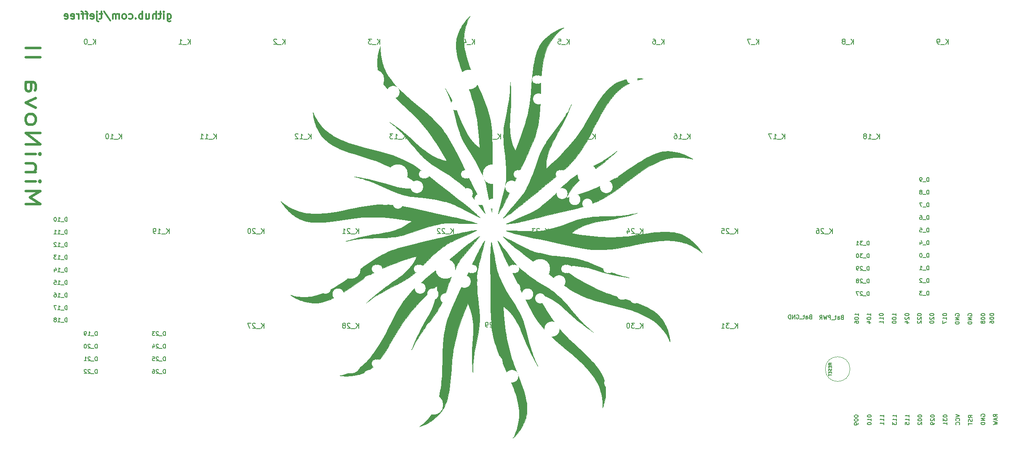
<source format=gbr>
G04 #@! TF.GenerationSoftware,KiCad,Pcbnew,(6.0.0-rc1-306-g01eebd0b9d)*
G04 #@! TF.CreationDate,2022-03-14T13:07:56+00:00*
G04 #@! TF.ProjectId,keyboard,6b657962-6f61-4726-942e-6b696361645f,rev?*
G04 #@! TF.SameCoordinates,Original*
G04 #@! TF.FileFunction,Legend,Bot*
G04 #@! TF.FilePolarity,Positive*
%FSLAX46Y46*%
G04 Gerber Fmt 4.6, Leading zero omitted, Abs format (unit mm)*
G04 Created by KiCad (PCBNEW (6.0.0-rc1-306-g01eebd0b9d)) date 2022-03-14 13:07:56*
%MOMM*%
%LPD*%
G01*
G04 APERTURE LIST*
%ADD10C,0.040500*%
%ADD11C,0.500000*%
%ADD12C,0.300000*%
%ADD13C,0.150000*%
%ADD14C,0.120000*%
%ADD15C,1.752600*%
%ADD16C,2.000000*%
%ADD17C,1.701800*%
%ADD18C,3.987800*%
%ADD19C,2.032000*%
%ADD20C,2.540000*%
%ADD21C,2.286000*%
%ADD22C,2.200000*%
%ADD23R,1.600000X1.200000*%
%ADD24R,1.600000X1.600000*%
%ADD25C,1.600000*%
%ADD26C,4.000000*%
%ADD27C,3.048000*%
%ADD28O,3.500000X2.200000*%
%ADD29R,2.500000X1.500000*%
%ADD30O,2.500000X1.500000*%
G04 APERTURE END LIST*
D10*
X113690266Y-116281368D02*
X113499109Y-116749267D01*
X106246468Y-73945687D02*
X106862396Y-74119717D01*
X100825569Y-94937367D02*
X101060955Y-94773610D01*
X109474411Y-63720452D02*
X108684888Y-62990983D01*
X120963360Y-108486540D02*
X120978208Y-108219328D01*
X119232016Y-72577978D02*
X119467164Y-72819628D01*
X121099153Y-63643638D02*
X120885257Y-63408287D01*
X126095540Y-77893508D02*
X126231405Y-77683477D01*
X128603936Y-81714064D02*
X128918539Y-81808678D01*
X95886328Y-83375330D02*
X96262607Y-83298891D01*
X128378745Y-105838245D02*
X128202654Y-105168005D01*
X105885794Y-101409643D02*
X105885794Y-101409643D01*
X101848905Y-49103584D02*
X101895872Y-49359665D01*
X106868167Y-61931006D02*
X107120355Y-62204991D01*
X104535407Y-53745418D02*
X105024159Y-54260266D01*
X103972820Y-50280363D02*
X103698038Y-49840146D01*
X100722508Y-78615236D02*
X101449981Y-78623983D01*
X131093919Y-99661424D02*
X130947806Y-99259331D01*
X134078650Y-85823358D02*
X133755975Y-85752403D01*
X94583135Y-93956108D02*
X95214469Y-93563298D01*
X121032143Y-100839941D02*
X121029090Y-101421033D01*
X133435052Y-85664757D02*
X133116138Y-85562206D01*
X105292357Y-69085329D02*
X105959397Y-69451050D01*
X161041839Y-65450189D02*
X160791142Y-65423798D01*
X119306118Y-39359338D02*
X119089217Y-39658970D01*
X130453432Y-98133670D02*
X130207489Y-97643845D01*
X104492912Y-99892986D02*
X104027228Y-100826984D01*
X102141917Y-44897994D02*
X102068519Y-45157021D01*
X109587177Y-68567780D02*
X109587177Y-68567780D01*
X134379032Y-94119249D02*
X134697563Y-94210386D01*
X139704660Y-57944454D02*
X139540417Y-58221199D01*
X121762208Y-92725496D02*
X121752705Y-92037448D01*
X129180243Y-64686030D02*
X128938338Y-64074473D01*
X129495627Y-122654739D02*
X129674119Y-122453171D01*
X127016310Y-82577285D02*
X127071866Y-82637246D01*
X127071866Y-82637246D02*
X127246385Y-82816406D01*
X127246385Y-82816406D02*
X127381935Y-82950347D01*
X127381935Y-82950347D02*
X127551643Y-83113681D01*
X127551643Y-83113681D02*
X127756980Y-83306274D01*
X127756980Y-83306274D02*
X127999419Y-83527989D01*
X127999419Y-83527989D02*
X128280431Y-83778691D01*
X128280431Y-83778691D02*
X128601488Y-84058246D01*
X128601488Y-84058246D02*
X128964063Y-84366516D01*
X128964063Y-84366516D02*
X129369629Y-84703368D01*
X129369629Y-84703368D02*
X129819656Y-85068665D01*
X129819656Y-85068665D02*
X130315617Y-85462272D01*
X130315617Y-85462272D02*
X130858984Y-85884054D01*
X130858984Y-85884054D02*
X131451230Y-86333874D01*
X131451230Y-86333874D02*
X132398837Y-87057895D01*
X132398837Y-87057895D02*
X133376637Y-87822568D01*
X133376637Y-87822568D02*
X135417104Y-89436528D01*
X135417104Y-89436528D02*
X136476913Y-90267142D01*
X136476913Y-90267142D02*
X137561201Y-91101064D01*
X137561201Y-91101064D02*
X138668539Y-91928957D01*
X138668539Y-91928957D02*
X139797499Y-92741486D01*
X139797499Y-92741486D02*
X140362234Y-93119499D01*
X140362234Y-93119499D02*
X140939169Y-93470049D01*
X140939169Y-93470049D02*
X141525913Y-93794599D01*
X141525913Y-93794599D02*
X142120073Y-94094609D01*
X142120073Y-94094609D02*
X142719257Y-94371540D01*
X142719257Y-94371540D02*
X143321073Y-94626854D01*
X143321073Y-94626854D02*
X143923129Y-94862011D01*
X143923129Y-94862011D02*
X144523034Y-95078473D01*
X144523034Y-95078473D02*
X145706817Y-95461157D01*
X145706817Y-95461157D02*
X146853288Y-95786594D01*
X146853288Y-95786594D02*
X147943308Y-96066475D01*
X147943308Y-96066475D02*
X148957741Y-96312488D01*
X148957741Y-96312488D02*
X150313457Y-96653572D01*
X150313457Y-96653572D02*
X151610647Y-97014495D01*
X151610647Y-97014495D02*
X152842426Y-97400730D01*
X152842426Y-97400730D02*
X153431635Y-97605049D01*
X153431635Y-97605049D02*
X154001909Y-97817748D01*
X154001909Y-97817748D02*
X154552387Y-98039512D01*
X154552387Y-98039512D02*
X155082209Y-98271024D01*
X155082209Y-98271024D02*
X155590514Y-98512969D01*
X155590514Y-98512969D02*
X156076441Y-98766030D01*
X156076441Y-98766030D02*
X156539129Y-99030892D01*
X156539129Y-99030892D02*
X156977719Y-99308239D01*
X156977719Y-99308239D02*
X157391349Y-99598754D01*
X157391349Y-99598754D02*
X157779159Y-99903123D01*
X157779159Y-99903123D02*
X158147273Y-100226474D01*
X158147273Y-100226474D02*
X158486488Y-100556413D01*
X158486488Y-100556413D02*
X158797514Y-100889151D01*
X158797514Y-100889151D02*
X159081062Y-101220901D01*
X159081062Y-101220901D02*
X159337843Y-101547875D01*
X159337843Y-101547875D02*
X159568567Y-101866288D01*
X159568567Y-101866288D02*
X159773945Y-102172350D01*
X159773945Y-102172350D02*
X159954687Y-102462274D01*
X159954687Y-102462274D02*
X160111504Y-102732274D01*
X160111504Y-102732274D02*
X160245106Y-102978562D01*
X160245106Y-102978562D02*
X160445511Y-103384852D01*
X160445511Y-103384852D02*
X160599013Y-103746243D01*
X160599013Y-103746243D02*
X160591246Y-103632188D01*
X160591246Y-103632188D02*
X160556407Y-103312454D01*
X160556407Y-103312454D02*
X160523426Y-103085973D01*
X160523426Y-103085973D02*
X160477186Y-102820691D01*
X160477186Y-102820691D02*
X160415523Y-102520813D01*
X160415523Y-102520813D02*
X160336274Y-102190546D01*
X160336274Y-102190546D02*
X160237274Y-101834095D01*
X160237274Y-101834095D02*
X160116361Y-101455667D01*
X160116361Y-101455667D02*
X159971371Y-101059468D01*
X159971371Y-101059468D02*
X159889171Y-100856019D01*
X159889171Y-100856019D02*
X159800140Y-100649704D01*
X159800140Y-100649704D02*
X159704008Y-100441049D01*
X159704008Y-100441049D02*
X159600504Y-100230580D01*
X159600504Y-100230580D02*
X159489358Y-100018823D01*
X159489358Y-100018823D02*
X159370300Y-99806304D01*
X159370300Y-99806304D02*
X159243058Y-99593548D01*
X159243058Y-99593548D02*
X159107364Y-99381080D01*
X159107364Y-99381080D02*
X158962945Y-99169428D01*
X158962945Y-99169428D02*
X158809532Y-98959116D01*
X158809532Y-98959116D02*
X158652763Y-98761457D01*
X158652763Y-98761457D02*
X158486344Y-98570324D01*
X158486344Y-98570324D02*
X158310296Y-98385413D01*
X158310296Y-98385413D02*
X158124640Y-98206423D01*
X158124640Y-98206423D02*
X157929398Y-98033052D01*
X157929398Y-98033052D02*
X157724590Y-97864996D01*
X157724590Y-97864996D02*
X157286364Y-97543626D01*
X157286364Y-97543626D02*
X156810134Y-97239894D01*
X156810134Y-97239894D02*
X156296068Y-96951384D01*
X156296068Y-96951384D02*
X155744339Y-96675677D01*
X155744339Y-96675677D02*
X155155115Y-96410358D01*
X155155115Y-96410358D02*
X154528568Y-96153007D01*
X154528568Y-96153007D02*
X153864868Y-95901209D01*
X153864868Y-95901209D02*
X153164185Y-95652544D01*
X153164185Y-95652544D02*
X152426691Y-95404597D01*
X152426691Y-95404597D02*
X150841945Y-94901184D01*
X150841945Y-94901184D02*
X149111996Y-94371630D01*
X149111996Y-94371630D02*
X148521001Y-94181498D01*
X148521001Y-94181498D02*
X147918383Y-93968413D01*
X147918383Y-93968413D02*
X147304746Y-93732659D01*
X147304746Y-93732659D02*
X146680694Y-93474524D01*
X146680694Y-93474524D02*
X146046832Y-93194293D01*
X146046832Y-93194293D02*
X145403763Y-92892253D01*
X145403763Y-92892253D02*
X144752093Y-92568690D01*
X144752093Y-92568690D02*
X144092424Y-92223890D01*
X144092424Y-92223890D02*
X143425362Y-91858139D01*
X143425362Y-91858139D02*
X142751511Y-91471724D01*
X142751511Y-91471724D02*
X142071474Y-91064931D01*
X142071474Y-91064931D02*
X141385856Y-90638046D01*
X141385856Y-90638046D02*
X140695262Y-90191355D01*
X140695262Y-90191355D02*
X140000295Y-89725145D01*
X140000295Y-89725145D02*
X139301559Y-89239701D01*
X139301559Y-89239701D02*
X138599659Y-88735311D01*
X138599659Y-88735311D02*
X139262054Y-88583291D01*
X139262054Y-88583291D02*
X139912077Y-88483516D01*
X139912077Y-88483516D02*
X140549814Y-88431212D01*
X140549814Y-88431212D02*
X141175351Y-88421605D01*
X141175351Y-88421605D02*
X141788774Y-88449921D01*
X141788774Y-88449921D02*
X142390168Y-88511387D01*
X142390168Y-88511387D02*
X142979620Y-88601230D01*
X142979620Y-88601230D02*
X143557215Y-88714676D01*
X143557215Y-88714676D02*
X144123039Y-88846951D01*
X144123039Y-88846951D02*
X144677178Y-88993281D01*
X144677178Y-88993281D02*
X145750743Y-89309016D01*
X145750743Y-89309016D02*
X146778597Y-89623690D01*
X146778597Y-89623690D02*
X147761426Y-89899116D01*
X147761426Y-89899116D02*
X148724643Y-90132554D01*
X148724643Y-90132554D02*
X149602875Y-90327739D01*
X149602875Y-90327739D02*
X150382732Y-90486870D01*
X150382732Y-90486870D02*
X151050825Y-90612143D01*
X151050825Y-90612143D02*
X151998152Y-90769899D01*
X151998152Y-90769899D02*
X152337733Y-90818579D01*
X152337733Y-90818579D02*
X152103902Y-90767616D01*
X152103902Y-90767616D02*
X151826081Y-90701870D01*
X151826081Y-90701870D02*
X151453851Y-90607466D01*
X151453851Y-90607466D02*
X150996859Y-90483043D01*
X150996859Y-90483043D02*
X150739591Y-90409149D01*
X150739591Y-90409149D02*
X150464750Y-90327240D01*
X150464750Y-90327240D02*
X150173541Y-90237145D01*
X150173541Y-90237145D02*
X149867169Y-90138696D01*
X149867169Y-90138696D02*
X149546842Y-90031720D01*
X149546842Y-90031720D02*
X149213764Y-89916049D01*
X149213764Y-89916049D02*
X148875351Y-89790753D01*
X148875351Y-89790753D02*
X148529364Y-89653252D01*
X148529364Y-89653252D02*
X147816443Y-89348184D01*
X147816443Y-89348184D02*
X146319219Y-88663642D01*
X146319219Y-88663642D02*
X145542010Y-88310367D01*
X145542010Y-88310367D02*
X144750463Y-87967225D01*
X144750463Y-87967225D02*
X143948126Y-87647316D01*
X143948126Y-87647316D02*
X143544019Y-87500167D01*
X143544019Y-87500167D02*
X143138544Y-87363740D01*
X143138544Y-87363740D02*
X142522609Y-87189678D01*
X142522609Y-87189678D02*
X141950124Y-87048452D01*
X141950124Y-87048452D02*
X141413778Y-86935342D01*
X141413778Y-86935342D02*
X140906259Y-86845627D01*
X140906259Y-86845627D02*
X140420253Y-86774588D01*
X140420253Y-86774588D02*
X139948450Y-86717505D01*
X139948450Y-86717505D02*
X139018199Y-86626326D01*
X139018199Y-86626326D02*
X138057008Y-86534329D01*
X138057008Y-86534329D02*
X137546530Y-86476224D01*
X137546530Y-86476224D02*
X137006380Y-86403755D01*
X137006380Y-86403755D02*
X136429245Y-86312201D01*
X136429245Y-86312201D02*
X135807815Y-86196843D01*
X135807815Y-86196843D02*
X135134776Y-86052961D01*
X135134776Y-86052961D02*
X134402817Y-85875834D01*
X134402817Y-85875834D02*
X134078650Y-85823358D01*
X134078650Y-85823358D02*
X133755975Y-85752403D01*
X133755975Y-85752403D02*
X133435052Y-85664757D01*
X133435052Y-85664757D02*
X133116138Y-85562206D01*
X133116138Y-85562206D02*
X132799492Y-85446540D01*
X132799492Y-85446540D02*
X132485373Y-85319547D01*
X132485373Y-85319547D02*
X132174039Y-85183015D01*
X132174039Y-85183015D02*
X131865748Y-85038731D01*
X131865748Y-85038731D02*
X131259331Y-84734064D01*
X131259331Y-84734064D02*
X130668189Y-84419849D01*
X130668189Y-84419849D02*
X130094389Y-84110393D01*
X130094389Y-84110393D02*
X129540000Y-83820000D01*
X129540000Y-83820000D02*
X128539755Y-83318079D01*
X128539755Y-83318079D02*
X127739560Y-82925089D01*
X127739560Y-82925089D02*
X127016310Y-82577285D01*
X127016310Y-82577285D02*
X127016310Y-82577285D01*
G36*
X127739560Y-82925089D02*
G01*
X128539755Y-83318079D01*
X129540000Y-83820000D01*
X130094389Y-84110393D01*
X130668189Y-84419849D01*
X131259331Y-84734064D01*
X131865748Y-85038731D01*
X132174039Y-85183015D01*
X132485373Y-85319547D01*
X132799492Y-85446540D01*
X133116138Y-85562206D01*
X133435052Y-85664757D01*
X133755975Y-85752403D01*
X134078650Y-85823358D01*
X134402817Y-85875834D01*
X135134776Y-86052961D01*
X135807815Y-86196843D01*
X136429245Y-86312201D01*
X137006380Y-86403755D01*
X137546530Y-86476224D01*
X138057008Y-86534329D01*
X139018199Y-86626326D01*
X139948450Y-86717505D01*
X140420253Y-86774588D01*
X140906259Y-86845627D01*
X141413778Y-86935342D01*
X141950124Y-87048452D01*
X142522609Y-87189678D01*
X143138544Y-87363740D01*
X143544019Y-87500167D01*
X143948126Y-87647316D01*
X144750463Y-87967225D01*
X145542010Y-88310367D01*
X146319219Y-88663642D01*
X147816443Y-89348184D01*
X148529364Y-89653252D01*
X148875351Y-89790753D01*
X149213764Y-89916049D01*
X149546842Y-90031720D01*
X149867169Y-90138696D01*
X150173541Y-90237145D01*
X150464750Y-90327240D01*
X150739591Y-90409149D01*
X150996859Y-90483043D01*
X151453851Y-90607466D01*
X151826081Y-90701870D01*
X152103902Y-90767616D01*
X152337733Y-90818579D01*
X151998152Y-90769899D01*
X151050825Y-90612143D01*
X150382732Y-90486870D01*
X149602875Y-90327739D01*
X148724643Y-90132554D01*
X147761426Y-89899116D01*
X146778597Y-89623690D01*
X145750743Y-89309016D01*
X144677178Y-88993281D01*
X144123039Y-88846951D01*
X143557215Y-88714676D01*
X142979620Y-88601230D01*
X142390168Y-88511387D01*
X141788774Y-88449921D01*
X141175351Y-88421605D01*
X140549814Y-88431212D01*
X139912077Y-88483516D01*
X139262054Y-88583291D01*
X138599659Y-88735311D01*
X139301559Y-89239701D01*
X140000295Y-89725145D01*
X140695262Y-90191355D01*
X141385856Y-90638046D01*
X142071474Y-91064931D01*
X142751511Y-91471724D01*
X143425362Y-91858139D01*
X144092424Y-92223890D01*
X144752093Y-92568690D01*
X145403763Y-92892253D01*
X146046832Y-93194293D01*
X146680694Y-93474524D01*
X147304746Y-93732659D01*
X147918383Y-93968413D01*
X148521001Y-94181498D01*
X149111996Y-94371630D01*
X150841945Y-94901184D01*
X152426691Y-95404597D01*
X153164185Y-95652544D01*
X153864868Y-95901209D01*
X154528568Y-96153007D01*
X155155115Y-96410358D01*
X155744339Y-96675677D01*
X156296068Y-96951384D01*
X156810134Y-97239894D01*
X157286364Y-97543626D01*
X157724590Y-97864996D01*
X157929398Y-98033052D01*
X158124640Y-98206423D01*
X158310296Y-98385413D01*
X158486344Y-98570324D01*
X158652763Y-98761457D01*
X158809532Y-98959116D01*
X158962945Y-99169428D01*
X159107364Y-99381080D01*
X159243058Y-99593548D01*
X159370300Y-99806304D01*
X159489358Y-100018823D01*
X159600504Y-100230580D01*
X159704008Y-100441049D01*
X159800140Y-100649704D01*
X159889171Y-100856019D01*
X159971371Y-101059468D01*
X160116361Y-101455667D01*
X160237274Y-101834095D01*
X160336274Y-102190546D01*
X160415523Y-102520813D01*
X160477186Y-102820691D01*
X160523426Y-103085973D01*
X160556407Y-103312454D01*
X160591246Y-103632188D01*
X160599013Y-103746243D01*
X160445511Y-103384852D01*
X160245106Y-102978562D01*
X160111504Y-102732274D01*
X159954687Y-102462274D01*
X159773945Y-102172350D01*
X159568567Y-101866288D01*
X159337843Y-101547875D01*
X159081062Y-101220901D01*
X158797514Y-100889151D01*
X158486488Y-100556413D01*
X158147273Y-100226474D01*
X157779159Y-99903123D01*
X157391349Y-99598754D01*
X156977719Y-99308239D01*
X156539129Y-99030892D01*
X156076441Y-98766030D01*
X155590514Y-98512969D01*
X155082209Y-98271024D01*
X154552387Y-98039512D01*
X154001909Y-97817748D01*
X153431635Y-97605049D01*
X152842426Y-97400730D01*
X151610647Y-97014495D01*
X150313457Y-96653572D01*
X148957741Y-96312488D01*
X147943308Y-96066475D01*
X146853288Y-95786594D01*
X145706817Y-95461157D01*
X144523034Y-95078473D01*
X143923129Y-94862011D01*
X143321073Y-94626854D01*
X142719257Y-94371540D01*
X142120073Y-94094609D01*
X141525913Y-93794599D01*
X140939169Y-93470049D01*
X140362234Y-93119499D01*
X139797499Y-92741486D01*
X138668539Y-91928957D01*
X137561201Y-91101064D01*
X136476913Y-90267142D01*
X135417104Y-89436528D01*
X133376637Y-87822568D01*
X132398837Y-87057895D01*
X131451230Y-86333874D01*
X130858984Y-85884054D01*
X130315617Y-85462272D01*
X129819656Y-85068665D01*
X129369629Y-84703368D01*
X128964063Y-84366516D01*
X128601488Y-84058246D01*
X128280431Y-83778691D01*
X127999419Y-83527989D01*
X127756980Y-83306274D01*
X127551643Y-83113681D01*
X127381935Y-82950347D01*
X127246385Y-82816406D01*
X127071866Y-82637246D01*
X127016310Y-82577285D01*
X127739560Y-82925089D01*
G37*
X127739560Y-82925089D02*
X128539755Y-83318079D01*
X129540000Y-83820000D01*
X130094389Y-84110393D01*
X130668189Y-84419849D01*
X131259331Y-84734064D01*
X131865748Y-85038731D01*
X132174039Y-85183015D01*
X132485373Y-85319547D01*
X132799492Y-85446540D01*
X133116138Y-85562206D01*
X133435052Y-85664757D01*
X133755975Y-85752403D01*
X134078650Y-85823358D01*
X134402817Y-85875834D01*
X135134776Y-86052961D01*
X135807815Y-86196843D01*
X136429245Y-86312201D01*
X137006380Y-86403755D01*
X137546530Y-86476224D01*
X138057008Y-86534329D01*
X139018199Y-86626326D01*
X139948450Y-86717505D01*
X140420253Y-86774588D01*
X140906259Y-86845627D01*
X141413778Y-86935342D01*
X141950124Y-87048452D01*
X142522609Y-87189678D01*
X143138544Y-87363740D01*
X143544019Y-87500167D01*
X143948126Y-87647316D01*
X144750463Y-87967225D01*
X145542010Y-88310367D01*
X146319219Y-88663642D01*
X147816443Y-89348184D01*
X148529364Y-89653252D01*
X148875351Y-89790753D01*
X149213764Y-89916049D01*
X149546842Y-90031720D01*
X149867169Y-90138696D01*
X150173541Y-90237145D01*
X150464750Y-90327240D01*
X150739591Y-90409149D01*
X150996859Y-90483043D01*
X151453851Y-90607466D01*
X151826081Y-90701870D01*
X152103902Y-90767616D01*
X152337733Y-90818579D01*
X151998152Y-90769899D01*
X151050825Y-90612143D01*
X150382732Y-90486870D01*
X149602875Y-90327739D01*
X148724643Y-90132554D01*
X147761426Y-89899116D01*
X146778597Y-89623690D01*
X145750743Y-89309016D01*
X144677178Y-88993281D01*
X144123039Y-88846951D01*
X143557215Y-88714676D01*
X142979620Y-88601230D01*
X142390168Y-88511387D01*
X141788774Y-88449921D01*
X141175351Y-88421605D01*
X140549814Y-88431212D01*
X139912077Y-88483516D01*
X139262054Y-88583291D01*
X138599659Y-88735311D01*
X139301559Y-89239701D01*
X140000295Y-89725145D01*
X140695262Y-90191355D01*
X141385856Y-90638046D01*
X142071474Y-91064931D01*
X142751511Y-91471724D01*
X143425362Y-91858139D01*
X144092424Y-92223890D01*
X144752093Y-92568690D01*
X145403763Y-92892253D01*
X146046832Y-93194293D01*
X146680694Y-93474524D01*
X147304746Y-93732659D01*
X147918383Y-93968413D01*
X148521001Y-94181498D01*
X149111996Y-94371630D01*
X150841945Y-94901184D01*
X152426691Y-95404597D01*
X153164185Y-95652544D01*
X153864868Y-95901209D01*
X154528568Y-96153007D01*
X155155115Y-96410358D01*
X155744339Y-96675677D01*
X156296068Y-96951384D01*
X156810134Y-97239894D01*
X157286364Y-97543626D01*
X157724590Y-97864996D01*
X157929398Y-98033052D01*
X158124640Y-98206423D01*
X158310296Y-98385413D01*
X158486344Y-98570324D01*
X158652763Y-98761457D01*
X158809532Y-98959116D01*
X158962945Y-99169428D01*
X159107364Y-99381080D01*
X159243058Y-99593548D01*
X159370300Y-99806304D01*
X159489358Y-100018823D01*
X159600504Y-100230580D01*
X159704008Y-100441049D01*
X159800140Y-100649704D01*
X159889171Y-100856019D01*
X159971371Y-101059468D01*
X160116361Y-101455667D01*
X160237274Y-101834095D01*
X160336274Y-102190546D01*
X160415523Y-102520813D01*
X160477186Y-102820691D01*
X160523426Y-103085973D01*
X160556407Y-103312454D01*
X160591246Y-103632188D01*
X160599013Y-103746243D01*
X160445511Y-103384852D01*
X160245106Y-102978562D01*
X160111504Y-102732274D01*
X159954687Y-102462274D01*
X159773945Y-102172350D01*
X159568567Y-101866288D01*
X159337843Y-101547875D01*
X159081062Y-101220901D01*
X158797514Y-100889151D01*
X158486488Y-100556413D01*
X158147273Y-100226474D01*
X157779159Y-99903123D01*
X157391349Y-99598754D01*
X156977719Y-99308239D01*
X156539129Y-99030892D01*
X156076441Y-98766030D01*
X155590514Y-98512969D01*
X155082209Y-98271024D01*
X154552387Y-98039512D01*
X154001909Y-97817748D01*
X153431635Y-97605049D01*
X152842426Y-97400730D01*
X151610647Y-97014495D01*
X150313457Y-96653572D01*
X148957741Y-96312488D01*
X147943308Y-96066475D01*
X146853288Y-95786594D01*
X145706817Y-95461157D01*
X144523034Y-95078473D01*
X143923129Y-94862011D01*
X143321073Y-94626854D01*
X142719257Y-94371540D01*
X142120073Y-94094609D01*
X141525913Y-93794599D01*
X140939169Y-93470049D01*
X140362234Y-93119499D01*
X139797499Y-92741486D01*
X138668539Y-91928957D01*
X137561201Y-91101064D01*
X136476913Y-90267142D01*
X135417104Y-89436528D01*
X133376637Y-87822568D01*
X132398837Y-87057895D01*
X131451230Y-86333874D01*
X130858984Y-85884054D01*
X130315617Y-85462272D01*
X129819656Y-85068665D01*
X129369629Y-84703368D01*
X128964063Y-84366516D01*
X128601488Y-84058246D01*
X128280431Y-83778691D01*
X127999419Y-83527989D01*
X127756980Y-83306274D01*
X127551643Y-83113681D01*
X127381935Y-82950347D01*
X127246385Y-82816406D01*
X127071866Y-82637246D01*
X127016310Y-82577285D01*
X127739560Y-82925089D01*
X149694870Y-53695749D02*
X150062981Y-53329893D01*
X126569866Y-85026078D02*
X126737779Y-85417242D01*
X105906695Y-81049278D02*
X105338171Y-81254788D01*
X154534274Y-50713087D02*
X154265397Y-50699156D01*
X104632713Y-68740563D02*
X105292357Y-69085329D01*
X151394468Y-82572387D02*
X150739297Y-82626245D01*
X105732105Y-52474280D02*
X105332422Y-52035639D01*
X128964063Y-84366516D02*
X129369629Y-84703368D01*
X91074240Y-62923629D02*
X91259864Y-63102604D01*
X124530124Y-84704000D02*
X124507874Y-85031765D01*
X149370807Y-73456569D02*
X150340082Y-72763214D01*
X125575001Y-104548025D02*
X125779751Y-105152015D01*
X161762675Y-65567910D02*
X161527848Y-65522784D01*
X134497979Y-43933979D02*
X134364754Y-44154792D01*
X151773518Y-50923587D02*
X151545283Y-50977675D01*
X144779437Y-101479788D02*
X144485039Y-101233234D01*
X134754548Y-49483840D02*
X134822646Y-48863955D01*
X84616650Y-94567770D02*
X84814248Y-94683096D01*
X101312963Y-94602158D02*
X101580979Y-94424058D01*
X150739591Y-90409149D02*
X150464750Y-90327240D01*
X138093138Y-103903664D02*
X138953744Y-104628783D01*
X150129509Y-51465961D02*
X149901973Y-51574754D01*
X125952580Y-83395320D02*
X126056019Y-83710533D01*
X126056019Y-83710533D02*
X126201962Y-84110770D01*
X126201962Y-84110770D02*
X126303344Y-84373361D01*
X126303344Y-84373361D02*
X126425517Y-84678291D01*
X126425517Y-84678291D02*
X126569866Y-85026078D01*
X126569866Y-85026078D02*
X126737779Y-85417242D01*
X126737779Y-85417242D02*
X126930643Y-85852300D01*
X126930643Y-85852300D02*
X127149846Y-86331771D01*
X127149846Y-86331771D02*
X127396773Y-86856174D01*
X127396773Y-86856174D02*
X127672813Y-87426026D01*
X127672813Y-87426026D02*
X127979353Y-88041847D01*
X127979353Y-88041847D02*
X128317778Y-88704154D01*
X128317778Y-88704154D02*
X128857487Y-89767522D01*
X128857487Y-89767522D02*
X129406726Y-90880655D01*
X129406726Y-90880655D02*
X130544869Y-93220079D01*
X130544869Y-93220079D02*
X131139309Y-94428300D01*
X131139309Y-94428300D02*
X131754352Y-95650148D01*
X131754352Y-95650148D02*
X132392768Y-96876588D01*
X132392768Y-96876588D02*
X133057325Y-98098584D01*
X133057325Y-98098584D02*
X133402124Y-98684141D01*
X133402124Y-98684141D02*
X133769831Y-99250269D01*
X133769831Y-99250269D02*
X134157656Y-99797244D01*
X134157656Y-99797244D02*
X134562810Y-100325343D01*
X134562810Y-100325343D02*
X134982503Y-100834841D01*
X134982503Y-100834841D02*
X135413946Y-101326013D01*
X135413946Y-101326013D02*
X135854349Y-101799137D01*
X135854349Y-101799137D02*
X136300923Y-102254486D01*
X136300923Y-102254486D02*
X136750878Y-102692338D01*
X136750878Y-102692338D02*
X137201426Y-103112968D01*
X137201426Y-103112968D02*
X138093138Y-103903664D01*
X138093138Y-103903664D02*
X138953744Y-104628783D01*
X138953744Y-104628783D02*
X139760928Y-105290530D01*
X139760928Y-105290530D02*
X140834502Y-106185922D01*
X140834502Y-106185922D02*
X141846634Y-107073842D01*
X141846634Y-107073842D02*
X142326988Y-107515606D01*
X142326988Y-107515606D02*
X142788775Y-107956230D01*
X142788775Y-107956230D02*
X143230928Y-108395956D01*
X143230928Y-108395956D02*
X143652377Y-108835027D01*
X143652377Y-108835027D02*
X144052055Y-109273685D01*
X144052055Y-109273685D02*
X144428891Y-109712173D01*
X144428891Y-109712173D02*
X144781819Y-110150734D01*
X144781819Y-110150734D02*
X145109769Y-110589609D01*
X145109769Y-110589609D02*
X145411672Y-111029042D01*
X145411672Y-111029042D02*
X145686461Y-111469275D01*
X145686461Y-111469275D02*
X145933066Y-111910550D01*
X145933066Y-111910550D02*
X146150419Y-112353111D01*
X146150419Y-112353111D02*
X146341781Y-112804129D01*
X146341781Y-112804129D02*
X146504267Y-113248543D01*
X146504267Y-113248543D02*
X146640156Y-113683249D01*
X146640156Y-113683249D02*
X146751731Y-114105143D01*
X146751731Y-114105143D02*
X146841271Y-114511122D01*
X146841271Y-114511122D02*
X146911059Y-114898082D01*
X146911059Y-114898082D02*
X146963374Y-115262919D01*
X146963374Y-115262919D02*
X147000499Y-115602530D01*
X147000499Y-115602530D02*
X147038298Y-116193656D01*
X147038298Y-116193656D02*
X147042705Y-116646631D01*
X147042705Y-116646631D02*
X147024333Y-117038808D01*
X147024333Y-117038808D02*
X147066799Y-116932704D01*
X147066799Y-116932704D02*
X147174071Y-116629583D01*
X147174071Y-116629583D02*
X147242575Y-116411260D01*
X147242575Y-116411260D02*
X147315961Y-116152225D01*
X147315961Y-116152225D02*
X147390455Y-115855327D01*
X147390455Y-115855327D02*
X147462283Y-115523413D01*
X147462283Y-115523413D02*
X147527672Y-115159331D01*
X147527672Y-115159331D02*
X147582848Y-114765928D01*
X147582848Y-114765928D02*
X147624039Y-114346053D01*
X147624039Y-114346053D02*
X147638210Y-114127078D01*
X147638210Y-114127078D02*
X147647469Y-113902553D01*
X147647469Y-113902553D02*
X147651346Y-113672834D01*
X147651346Y-113672834D02*
X147649367Y-113438276D01*
X147649367Y-113438276D02*
X147641062Y-113199236D01*
X147641062Y-113199236D02*
X147625958Y-112956070D01*
X147625958Y-112956070D02*
X147603585Y-112709133D01*
X147603585Y-112709133D02*
X147573470Y-112458782D01*
X147573470Y-112458782D02*
X147535141Y-112205373D01*
X147535141Y-112205373D02*
X147488128Y-111949261D01*
X147488128Y-111949261D02*
X147432749Y-111703184D01*
X147432749Y-111703184D02*
X147365833Y-111458799D01*
X147365833Y-111458799D02*
X147287531Y-111215841D01*
X147287531Y-111215841D02*
X147197994Y-110974049D01*
X147197994Y-110974049D02*
X147097373Y-110733159D01*
X147097373Y-110733159D02*
X146985818Y-110492908D01*
X146985818Y-110492908D02*
X146730513Y-110013269D01*
X146730513Y-110013269D02*
X146433286Y-109533026D01*
X146433286Y-109533026D02*
X146095343Y-109050075D01*
X146095343Y-109050075D02*
X145717893Y-108562310D01*
X145717893Y-108562310D02*
X145302142Y-108067626D01*
X145302142Y-108067626D02*
X144849298Y-107563917D01*
X144849298Y-107563917D02*
X144360568Y-107049078D01*
X144360568Y-107049078D02*
X143837160Y-106521003D01*
X143837160Y-106521003D02*
X143280280Y-105977587D01*
X143280280Y-105977587D02*
X142070935Y-104836311D01*
X142070935Y-104836311D02*
X140742193Y-103608406D01*
X140742193Y-103608406D02*
X140292166Y-103180696D01*
X140292166Y-103180696D02*
X139841635Y-102727266D01*
X139841635Y-102727266D02*
X139391019Y-102248636D01*
X139391019Y-102248636D02*
X138940737Y-101745322D01*
X138940737Y-101745322D02*
X138491211Y-101217843D01*
X138491211Y-101217843D02*
X138042860Y-100666717D01*
X138042860Y-100666717D02*
X137596103Y-100092461D01*
X137596103Y-100092461D02*
X137151361Y-99495594D01*
X137151361Y-99495594D02*
X136709054Y-98876634D01*
X136709054Y-98876634D02*
X136269602Y-98236097D01*
X136269602Y-98236097D02*
X135833424Y-97574503D01*
X135833424Y-97574503D02*
X135400941Y-96892370D01*
X135400941Y-96892370D02*
X134972572Y-96190214D01*
X134972572Y-96190214D02*
X134548738Y-95468555D01*
X134548738Y-95468555D02*
X134129859Y-94727909D01*
X134129859Y-94727909D02*
X133716353Y-93968796D01*
X133716353Y-93968796D02*
X134052051Y-94038541D01*
X134052051Y-94038541D02*
X134379032Y-94119249D01*
X134379032Y-94119249D02*
X134697563Y-94210386D01*
X134697563Y-94210386D02*
X135007913Y-94311420D01*
X135007913Y-94311420D02*
X135605145Y-94541041D01*
X135605145Y-94541041D02*
X136172873Y-94803846D01*
X136172873Y-94803846D02*
X136713246Y-95095566D01*
X136713246Y-95095566D02*
X137228410Y-95411935D01*
X137228410Y-95411935D02*
X137720511Y-95748685D01*
X137720511Y-95748685D02*
X138191699Y-96101548D01*
X138191699Y-96101548D02*
X138644118Y-96466258D01*
X138644118Y-96466258D02*
X139079917Y-96838547D01*
X139079917Y-96838547D02*
X139910240Y-97588792D01*
X139910240Y-97588792D02*
X140699846Y-98318145D01*
X140699846Y-98318145D02*
X141465910Y-98992466D01*
X141465910Y-98992466D02*
X142232505Y-99620810D01*
X142232505Y-99620810D02*
X142939075Y-100177805D01*
X142939075Y-100177805D02*
X143572619Y-100659621D01*
X143572619Y-100659621D02*
X144120131Y-101062425D01*
X144120131Y-101062425D02*
X144905051Y-101615674D01*
X144905051Y-101615674D02*
X145189808Y-101806902D01*
X145189808Y-101806902D02*
X145001226Y-101659551D01*
X145001226Y-101659551D02*
X144779437Y-101479788D01*
X144779437Y-101479788D02*
X144485039Y-101233234D01*
X144485039Y-101233234D02*
X144313516Y-101085833D01*
X144313516Y-101085833D02*
X144127325Y-100922840D01*
X144127325Y-100922840D02*
X143927629Y-100744625D01*
X143927629Y-100744625D02*
X143715588Y-100551557D01*
X143715588Y-100551557D02*
X143492364Y-100344004D01*
X143492364Y-100344004D02*
X143259120Y-100122335D01*
X143259120Y-100122335D02*
X143017015Y-99886919D01*
X143017015Y-99886919D02*
X142767213Y-99638126D01*
X142767213Y-99638126D02*
X142516599Y-99378374D01*
X142516599Y-99378374D02*
X142264477Y-99104347D01*
X142264477Y-99104347D02*
X141754452Y-98520131D01*
X141754452Y-98520131D02*
X140702484Y-97253707D01*
X140702484Y-97253707D02*
X140155516Y-96598161D01*
X140155516Y-96598161D02*
X139591210Y-95945501D01*
X139591210Y-95945501D02*
X139301770Y-95624419D01*
X139301770Y-95624419D02*
X139007053Y-95309057D01*
X139007053Y-95309057D02*
X138706745Y-95001082D01*
X138706745Y-95001082D02*
X138400532Y-94702161D01*
X138400532Y-94702161D02*
X137921174Y-94278228D01*
X137921174Y-94278228D02*
X137466716Y-93902718D01*
X137466716Y-93902718D02*
X137032617Y-93568206D01*
X137032617Y-93568206D02*
X136614338Y-93267269D01*
X136614338Y-93267269D02*
X136207339Y-92992481D01*
X136207339Y-92992481D02*
X135807079Y-92736418D01*
X135807079Y-92736418D02*
X135008622Y-92250770D01*
X135008622Y-92250770D02*
X134182645Y-91750931D01*
X134182645Y-91750931D02*
X133747987Y-91477128D01*
X133747987Y-91477128D02*
X133292829Y-91177505D01*
X133292829Y-91177505D02*
X132812633Y-90844636D01*
X132812633Y-90844636D02*
X132302857Y-90471096D01*
X132302857Y-90471096D02*
X131758961Y-90049463D01*
X131758961Y-90049463D02*
X131176407Y-89572311D01*
X131176407Y-89572311D02*
X130906994Y-89384300D01*
X130906994Y-89384300D02*
X130646960Y-89180309D01*
X130646960Y-89180309D02*
X130395761Y-88962057D01*
X130395761Y-88962057D02*
X130152855Y-88731265D01*
X130152855Y-88731265D02*
X129917697Y-88489652D01*
X129917697Y-88489652D02*
X129689745Y-88238938D01*
X129689745Y-88238938D02*
X129468455Y-87980844D01*
X129468455Y-87980844D02*
X129253285Y-87717089D01*
X129253285Y-87717089D02*
X129043691Y-87449393D01*
X129043691Y-87449393D02*
X128839129Y-87179476D01*
X128839129Y-87179476D02*
X128442932Y-86639859D01*
X128442932Y-86639859D02*
X128060347Y-86111997D01*
X128060347Y-86111997D02*
X127687029Y-85609649D01*
X127687029Y-85609649D02*
X127003263Y-84723604D01*
X127003263Y-84723604D02*
X126452908Y-84022434D01*
X126452908Y-84022434D02*
X125952580Y-83395320D01*
X125952580Y-83395320D02*
X125952580Y-83395320D01*
G36*
X126452908Y-84022434D02*
G01*
X127003263Y-84723604D01*
X127687029Y-85609649D01*
X128060347Y-86111997D01*
X128442932Y-86639859D01*
X128839129Y-87179476D01*
X129043691Y-87449393D01*
X129253285Y-87717089D01*
X129468455Y-87980844D01*
X129689745Y-88238938D01*
X129917697Y-88489652D01*
X130152855Y-88731265D01*
X130395761Y-88962057D01*
X130646960Y-89180309D01*
X130906994Y-89384300D01*
X131176407Y-89572311D01*
X131758961Y-90049463D01*
X132302857Y-90471096D01*
X132812633Y-90844636D01*
X133292829Y-91177505D01*
X133747987Y-91477128D01*
X134182645Y-91750931D01*
X135008622Y-92250770D01*
X135807079Y-92736418D01*
X136207339Y-92992481D01*
X136614338Y-93267269D01*
X137032617Y-93568206D01*
X137466716Y-93902718D01*
X137921174Y-94278228D01*
X138400532Y-94702161D01*
X138706745Y-95001082D01*
X139007053Y-95309057D01*
X139301770Y-95624419D01*
X139591210Y-95945501D01*
X140155516Y-96598161D01*
X140702484Y-97253707D01*
X141754452Y-98520131D01*
X142264477Y-99104347D01*
X142516599Y-99378374D01*
X142767213Y-99638126D01*
X143017015Y-99886919D01*
X143259120Y-100122335D01*
X143492364Y-100344004D01*
X143715588Y-100551557D01*
X143927629Y-100744625D01*
X144127325Y-100922840D01*
X144313516Y-101085833D01*
X144485039Y-101233234D01*
X144779437Y-101479788D01*
X145001226Y-101659551D01*
X145189808Y-101806902D01*
X144905051Y-101615674D01*
X144120131Y-101062425D01*
X143572619Y-100659621D01*
X142939075Y-100177805D01*
X142232505Y-99620810D01*
X141465910Y-98992466D01*
X140699846Y-98318145D01*
X139910240Y-97588792D01*
X139079917Y-96838547D01*
X138644118Y-96466258D01*
X138191699Y-96101548D01*
X137720511Y-95748685D01*
X137228410Y-95411935D01*
X136713246Y-95095566D01*
X136172873Y-94803846D01*
X135605145Y-94541041D01*
X135007913Y-94311420D01*
X134697563Y-94210386D01*
X134379032Y-94119249D01*
X134052051Y-94038541D01*
X133716353Y-93968796D01*
X134129859Y-94727909D01*
X134548738Y-95468555D01*
X134972572Y-96190214D01*
X135400941Y-96892370D01*
X135833424Y-97574503D01*
X136269602Y-98236097D01*
X136709054Y-98876634D01*
X137151361Y-99495594D01*
X137596103Y-100092461D01*
X138042860Y-100666717D01*
X138491211Y-101217843D01*
X138940737Y-101745322D01*
X139391019Y-102248636D01*
X139841635Y-102727266D01*
X140292166Y-103180696D01*
X140742193Y-103608406D01*
X142070935Y-104836311D01*
X143280280Y-105977587D01*
X143837160Y-106521003D01*
X144360568Y-107049078D01*
X144849298Y-107563917D01*
X145302142Y-108067626D01*
X145717893Y-108562310D01*
X146095343Y-109050075D01*
X146433286Y-109533026D01*
X146730513Y-110013269D01*
X146985818Y-110492908D01*
X147097373Y-110733159D01*
X147197994Y-110974049D01*
X147287531Y-111215841D01*
X147365833Y-111458799D01*
X147432749Y-111703184D01*
X147488128Y-111949261D01*
X147535141Y-112205373D01*
X147573470Y-112458782D01*
X147603585Y-112709133D01*
X147625958Y-112956070D01*
X147641062Y-113199236D01*
X147649367Y-113438276D01*
X147651346Y-113672834D01*
X147647469Y-113902553D01*
X147638210Y-114127078D01*
X147624039Y-114346053D01*
X147582848Y-114765928D01*
X147527672Y-115159331D01*
X147462283Y-115523413D01*
X147390455Y-115855327D01*
X147315961Y-116152225D01*
X147242575Y-116411260D01*
X147174071Y-116629583D01*
X147066799Y-116932704D01*
X147024333Y-117038808D01*
X147042705Y-116646631D01*
X147038298Y-116193656D01*
X147000499Y-115602530D01*
X146963374Y-115262919D01*
X146911059Y-114898082D01*
X146841271Y-114511122D01*
X146751731Y-114105143D01*
X146640156Y-113683249D01*
X146504267Y-113248543D01*
X146341781Y-112804129D01*
X146150419Y-112353111D01*
X145933066Y-111910550D01*
X145686461Y-111469275D01*
X145411672Y-111029042D01*
X145109769Y-110589609D01*
X144781819Y-110150734D01*
X144428891Y-109712173D01*
X144052055Y-109273685D01*
X143652377Y-108835027D01*
X143230928Y-108395956D01*
X142788775Y-107956230D01*
X142326988Y-107515606D01*
X141846634Y-107073842D01*
X140834502Y-106185922D01*
X139760928Y-105290530D01*
X138953744Y-104628783D01*
X138093138Y-103903664D01*
X137201426Y-103112968D01*
X136750878Y-102692338D01*
X136300923Y-102254486D01*
X135854349Y-101799137D01*
X135413946Y-101326013D01*
X134982503Y-100834841D01*
X134562810Y-100325343D01*
X134157656Y-99797244D01*
X133769831Y-99250269D01*
X133402124Y-98684141D01*
X133057325Y-98098584D01*
X132392768Y-96876588D01*
X131754352Y-95650148D01*
X131139309Y-94428300D01*
X130544869Y-93220079D01*
X129406726Y-90880655D01*
X128857487Y-89767522D01*
X128317778Y-88704154D01*
X127979353Y-88041847D01*
X127672813Y-87426026D01*
X127396773Y-86856174D01*
X127149846Y-86331771D01*
X126930643Y-85852300D01*
X126737779Y-85417242D01*
X126569866Y-85026078D01*
X126425517Y-84678291D01*
X126303344Y-84373361D01*
X126201962Y-84110770D01*
X126056019Y-83710533D01*
X125952580Y-83395320D01*
X126452908Y-84022434D01*
G37*
X126452908Y-84022434D02*
X127003263Y-84723604D01*
X127687029Y-85609649D01*
X128060347Y-86111997D01*
X128442932Y-86639859D01*
X128839129Y-87179476D01*
X129043691Y-87449393D01*
X129253285Y-87717089D01*
X129468455Y-87980844D01*
X129689745Y-88238938D01*
X129917697Y-88489652D01*
X130152855Y-88731265D01*
X130395761Y-88962057D01*
X130646960Y-89180309D01*
X130906994Y-89384300D01*
X131176407Y-89572311D01*
X131758961Y-90049463D01*
X132302857Y-90471096D01*
X132812633Y-90844636D01*
X133292829Y-91177505D01*
X133747987Y-91477128D01*
X134182645Y-91750931D01*
X135008622Y-92250770D01*
X135807079Y-92736418D01*
X136207339Y-92992481D01*
X136614338Y-93267269D01*
X137032617Y-93568206D01*
X137466716Y-93902718D01*
X137921174Y-94278228D01*
X138400532Y-94702161D01*
X138706745Y-95001082D01*
X139007053Y-95309057D01*
X139301770Y-95624419D01*
X139591210Y-95945501D01*
X140155516Y-96598161D01*
X140702484Y-97253707D01*
X141754452Y-98520131D01*
X142264477Y-99104347D01*
X142516599Y-99378374D01*
X142767213Y-99638126D01*
X143017015Y-99886919D01*
X143259120Y-100122335D01*
X143492364Y-100344004D01*
X143715588Y-100551557D01*
X143927629Y-100744625D01*
X144127325Y-100922840D01*
X144313516Y-101085833D01*
X144485039Y-101233234D01*
X144779437Y-101479788D01*
X145001226Y-101659551D01*
X145189808Y-101806902D01*
X144905051Y-101615674D01*
X144120131Y-101062425D01*
X143572619Y-100659621D01*
X142939075Y-100177805D01*
X142232505Y-99620810D01*
X141465910Y-98992466D01*
X140699846Y-98318145D01*
X139910240Y-97588792D01*
X139079917Y-96838547D01*
X138644118Y-96466258D01*
X138191699Y-96101548D01*
X137720511Y-95748685D01*
X137228410Y-95411935D01*
X136713246Y-95095566D01*
X136172873Y-94803846D01*
X135605145Y-94541041D01*
X135007913Y-94311420D01*
X134697563Y-94210386D01*
X134379032Y-94119249D01*
X134052051Y-94038541D01*
X133716353Y-93968796D01*
X134129859Y-94727909D01*
X134548738Y-95468555D01*
X134972572Y-96190214D01*
X135400941Y-96892370D01*
X135833424Y-97574503D01*
X136269602Y-98236097D01*
X136709054Y-98876634D01*
X137151361Y-99495594D01*
X137596103Y-100092461D01*
X138042860Y-100666717D01*
X138491211Y-101217843D01*
X138940737Y-101745322D01*
X139391019Y-102248636D01*
X139841635Y-102727266D01*
X140292166Y-103180696D01*
X140742193Y-103608406D01*
X142070935Y-104836311D01*
X143280280Y-105977587D01*
X143837160Y-106521003D01*
X144360568Y-107049078D01*
X144849298Y-107563917D01*
X145302142Y-108067626D01*
X145717893Y-108562310D01*
X146095343Y-109050075D01*
X146433286Y-109533026D01*
X146730513Y-110013269D01*
X146985818Y-110492908D01*
X147097373Y-110733159D01*
X147197994Y-110974049D01*
X147287531Y-111215841D01*
X147365833Y-111458799D01*
X147432749Y-111703184D01*
X147488128Y-111949261D01*
X147535141Y-112205373D01*
X147573470Y-112458782D01*
X147603585Y-112709133D01*
X147625958Y-112956070D01*
X147641062Y-113199236D01*
X147649367Y-113438276D01*
X147651346Y-113672834D01*
X147647469Y-113902553D01*
X147638210Y-114127078D01*
X147624039Y-114346053D01*
X147582848Y-114765928D01*
X147527672Y-115159331D01*
X147462283Y-115523413D01*
X147390455Y-115855327D01*
X147315961Y-116152225D01*
X147242575Y-116411260D01*
X147174071Y-116629583D01*
X147066799Y-116932704D01*
X147024333Y-117038808D01*
X147042705Y-116646631D01*
X147038298Y-116193656D01*
X147000499Y-115602530D01*
X146963374Y-115262919D01*
X146911059Y-114898082D01*
X146841271Y-114511122D01*
X146751731Y-114105143D01*
X146640156Y-113683249D01*
X146504267Y-113248543D01*
X146341781Y-112804129D01*
X146150419Y-112353111D01*
X145933066Y-111910550D01*
X145686461Y-111469275D01*
X145411672Y-111029042D01*
X145109769Y-110589609D01*
X144781819Y-110150734D01*
X144428891Y-109712173D01*
X144052055Y-109273685D01*
X143652377Y-108835027D01*
X143230928Y-108395956D01*
X142788775Y-107956230D01*
X142326988Y-107515606D01*
X141846634Y-107073842D01*
X140834502Y-106185922D01*
X139760928Y-105290530D01*
X138953744Y-104628783D01*
X138093138Y-103903664D01*
X137201426Y-103112968D01*
X136750878Y-102692338D01*
X136300923Y-102254486D01*
X135854349Y-101799137D01*
X135413946Y-101326013D01*
X134982503Y-100834841D01*
X134562810Y-100325343D01*
X134157656Y-99797244D01*
X133769831Y-99250269D01*
X133402124Y-98684141D01*
X133057325Y-98098584D01*
X132392768Y-96876588D01*
X131754352Y-95650148D01*
X131139309Y-94428300D01*
X130544869Y-93220079D01*
X129406726Y-90880655D01*
X128857487Y-89767522D01*
X128317778Y-88704154D01*
X127979353Y-88041847D01*
X127672813Y-87426026D01*
X127396773Y-86856174D01*
X127149846Y-86331771D01*
X126930643Y-85852300D01*
X126737779Y-85417242D01*
X126569866Y-85026078D01*
X126425517Y-84678291D01*
X126303344Y-84373361D01*
X126201962Y-84110770D01*
X126056019Y-83710533D01*
X125952580Y-83395320D01*
X126452908Y-84022434D01*
X137258533Y-74234452D02*
X136865131Y-74611573D01*
X122176526Y-87965007D02*
X122351332Y-87318819D01*
X102153699Y-86507646D02*
X101594449Y-86831723D01*
X142390168Y-88511387D02*
X142979620Y-88601230D01*
X107077431Y-89997823D02*
X106628580Y-90378679D01*
X122685187Y-86085631D02*
X122951894Y-84998420D01*
X131733671Y-75328784D02*
X131733671Y-75328784D01*
X149487742Y-78974449D02*
X150456946Y-78766765D01*
X141788774Y-88449921D02*
X142390168Y-88511387D01*
X116585029Y-75862740D02*
X116899183Y-75989750D01*
X134120859Y-44620762D02*
X133905037Y-45119499D01*
X117737769Y-57315797D02*
X117536877Y-56854715D01*
X147221929Y-67257170D02*
X146912975Y-67443730D01*
X98580902Y-82950157D02*
X98940223Y-82916100D01*
X130129141Y-63712163D02*
X129475820Y-65298016D01*
X135828110Y-42421037D02*
X135647436Y-42584412D01*
X107308084Y-95177319D02*
X106925232Y-95707293D01*
X99334504Y-76432133D02*
X98160325Y-76636341D01*
X143560344Y-76380831D02*
X144207922Y-76174997D01*
X108342952Y-88699104D02*
X107938297Y-89161079D01*
X113757887Y-77964648D02*
X111219327Y-77395860D01*
X115254845Y-66581330D02*
X115668323Y-67340470D01*
X102384008Y-45706820D02*
X102346209Y-45115661D01*
X147221929Y-67257170D02*
X147221929Y-67257170D01*
X136373942Y-41977626D02*
X136191935Y-42117791D01*
X102341802Y-44662658D02*
X102360175Y-44270455D01*
X113719506Y-92415350D02*
X113719506Y-92415350D01*
X93304858Y-79398700D02*
X94951224Y-79164681D01*
X103477899Y-93313291D02*
X104946754Y-92569492D01*
X158420206Y-67410244D02*
X158915742Y-67213693D01*
X141986555Y-79197417D02*
X141517899Y-79344318D01*
X112698586Y-90004941D02*
X111644355Y-90876325D01*
X155863568Y-68753893D02*
X156385419Y-68440698D01*
X109587177Y-68567780D02*
X109022411Y-68189848D01*
X140292166Y-103180696D02*
X139841635Y-102727266D01*
X146589755Y-67628585D02*
X145906743Y-67995884D01*
X141465910Y-98992466D02*
X141465910Y-98992466D01*
X126056019Y-83710533D02*
X126201962Y-84110770D01*
X117957532Y-41833277D02*
X117876015Y-42071855D01*
X113055411Y-117625819D02*
X112809247Y-118029876D01*
X124667691Y-60631740D02*
X124582053Y-59962105D01*
X138245208Y-77744951D02*
X140883377Y-77106418D01*
X108501391Y-84202704D02*
X107163694Y-84552308D01*
X127687029Y-85609649D02*
X127687029Y-85609649D01*
X128897034Y-98383759D02*
X129257324Y-98881088D01*
X127631640Y-69272291D02*
X127621832Y-70025199D01*
X146963374Y-115262919D02*
X147000499Y-115602530D01*
X131446388Y-59898307D02*
X131219635Y-60641239D01*
X114555315Y-84991596D02*
X114798547Y-84770825D01*
X154804089Y-69439312D02*
X155336457Y-69087130D01*
X117210549Y-76126295D02*
X117518866Y-76270587D01*
X141869418Y-71716324D02*
X142307210Y-71311474D01*
X135647436Y-42584412D02*
X135468353Y-42755815D01*
X140651793Y-56180939D02*
X140525830Y-56437086D01*
X98563631Y-108628519D02*
X98166514Y-108915418D01*
X101437349Y-105410111D02*
X101098628Y-105897400D01*
X121697819Y-75699617D02*
X122381326Y-76585609D01*
X140525830Y-56437086D02*
X140350895Y-56778882D01*
X131679184Y-72952338D02*
X131522311Y-73245757D01*
X132392768Y-96876588D02*
X133057325Y-98098584D01*
X149602875Y-90327739D02*
X150382732Y-90486870D01*
X82676725Y-75991342D02*
X82833478Y-76210250D01*
X107313248Y-70244218D02*
X107998851Y-70671097D01*
X119756407Y-39488498D02*
X119978869Y-38939500D01*
X109793540Y-65363602D02*
X110082925Y-65684625D01*
X101801535Y-46543255D02*
X101760304Y-46963103D01*
X117518866Y-76270587D02*
X118125317Y-76575268D01*
X123182991Y-77198252D02*
X123081588Y-76935687D01*
X102531295Y-65522671D02*
X101441378Y-65242763D01*
X120383867Y-81448877D02*
X120012639Y-81512240D01*
X95119213Y-110609936D02*
X95425225Y-110616578D01*
X137551021Y-67175038D02*
X136941819Y-67748790D01*
X98919835Y-70981805D02*
X99211012Y-71071953D01*
X117005512Y-79828504D02*
X117674432Y-79855156D01*
X133057325Y-98098584D02*
X133402124Y-98684141D01*
X140331326Y-68151507D02*
X140801481Y-67666961D01*
X110101574Y-89135244D02*
X110440325Y-88801997D01*
X142915387Y-69532050D02*
X142164988Y-69959871D01*
X113556283Y-118888380D02*
X113736972Y-118725009D01*
X117536877Y-56854715D02*
X117536877Y-56854715D01*
X132312950Y-104154013D02*
X131914511Y-102556586D01*
X149465459Y-65705224D02*
X149159491Y-65937288D01*
X132485373Y-85319547D02*
X132174039Y-85183015D01*
X126000900Y-89981093D02*
X125904311Y-89656289D01*
X89109430Y-95915401D02*
X89109430Y-95915401D01*
X103824640Y-76119727D02*
X103159124Y-76107205D01*
X165906842Y-84314235D02*
X165633674Y-84025843D01*
X101734868Y-47870808D02*
X101743141Y-48109826D01*
X153175447Y-70598572D02*
X154266463Y-69809344D01*
X150382732Y-90486870D02*
X151050825Y-90612143D01*
X120545757Y-74129931D02*
X120941967Y-74669549D01*
X127506117Y-72018735D02*
X127442279Y-72352659D01*
X121014230Y-100251555D02*
X121032143Y-100839941D01*
X128571600Y-56106956D02*
X128584850Y-55115816D01*
X121876796Y-94482437D02*
X121827228Y-93939812D01*
X108858858Y-104872272D02*
X109033699Y-104530422D01*
X132740503Y-105600742D02*
X132627369Y-105257969D01*
X83477690Y-76994924D02*
X83750830Y-77283378D01*
X133198804Y-106835394D02*
X133087728Y-106551513D01*
X117934228Y-57794721D02*
X117737769Y-57315797D01*
X134329264Y-76746788D02*
X134060598Y-76943046D01*
X105320321Y-78902870D02*
X106964747Y-79124306D01*
X104494120Y-76157579D02*
X103824640Y-76119727D01*
X129717590Y-114839377D02*
X129866886Y-115397960D01*
X127596345Y-67952792D02*
X127622154Y-68584215D01*
X149690145Y-65529087D02*
X149465459Y-65705224D01*
X117118762Y-55956058D02*
X116723781Y-55147735D01*
X115788503Y-53526178D02*
X115976049Y-53960998D01*
X116899183Y-75989750D02*
X117210549Y-76126295D01*
X130272177Y-118524509D02*
X130248871Y-119013781D01*
X164199523Y-84088014D02*
X164598901Y-84263786D01*
X157320841Y-83528367D02*
X157940383Y-83456873D01*
X90421722Y-62139620D02*
X90575152Y-62349975D01*
X140753543Y-55964385D02*
X140753543Y-55964385D01*
X136313010Y-68321922D02*
X135665005Y-68893906D01*
X132265958Y-105353111D02*
X132660962Y-106161535D01*
X135665005Y-68893906D02*
X135665005Y-68893906D01*
X114745326Y-117588181D02*
X114886449Y-117375409D01*
X108871767Y-86723717D02*
X109703842Y-86489489D01*
X112156153Y-65897331D02*
X111664051Y-65560595D01*
X126452908Y-84022434D02*
X125952580Y-83395320D01*
X129866886Y-115397960D02*
X129994607Y-115946236D01*
X117218889Y-104263789D02*
X117370239Y-103569656D01*
X119231850Y-60880009D02*
X118982502Y-60355135D01*
X133982027Y-108606011D02*
X133982027Y-108606011D01*
X136096322Y-65721422D02*
X136290088Y-65148803D01*
X145131416Y-72993795D02*
X144409172Y-73279716D01*
X138599659Y-88735311D02*
X138599659Y-88735311D01*
X128317778Y-88704154D02*
X128317778Y-88704154D01*
X117441035Y-88960177D02*
X117441035Y-88960177D01*
X124941602Y-74473283D02*
X124946644Y-73893662D01*
X145560030Y-85189468D02*
X146225523Y-85201934D01*
X147786404Y-67209806D02*
X148397169Y-66699394D01*
X144841649Y-75942502D02*
X145461174Y-75686127D01*
X129464233Y-96362485D02*
X128955536Y-95578418D01*
X139007053Y-95309057D02*
X138706745Y-95001082D01*
X129742131Y-121498675D02*
X129628259Y-121820806D01*
X100273016Y-66937807D02*
X100863979Y-67127932D01*
X102101958Y-104372546D02*
X101771634Y-104901497D01*
X130433553Y-81402637D02*
X129314438Y-81384781D01*
X85050449Y-94812238D02*
X85323314Y-94950886D01*
X113673509Y-82975137D02*
X111139551Y-83564188D01*
X86530709Y-77667742D02*
X86530709Y-77667742D01*
X143280280Y-105977587D02*
X142070935Y-104836311D01*
X116757131Y-56051549D02*
X116865421Y-56407771D01*
X91993575Y-61710200D02*
X91605692Y-61405796D01*
X149901973Y-51574754D02*
X149678649Y-51694417D01*
X135337517Y-64164189D02*
X135337517Y-64164189D01*
X126227652Y-77178435D02*
X126049434Y-77961012D01*
X108656202Y-79408625D02*
X108392351Y-79627625D01*
X87463844Y-79480881D02*
X87998101Y-79580296D01*
X118758705Y-40165952D02*
X118649476Y-40349824D01*
X107586759Y-91125118D02*
X107946197Y-90893084D01*
X145686461Y-111469275D02*
X145933066Y-111910550D01*
X149372373Y-82687031D02*
X148661955Y-82693946D01*
X127620476Y-81378433D02*
X127931448Y-81494124D01*
X127931448Y-81494124D02*
X128335400Y-81629592D01*
X128335400Y-81629592D02*
X128603936Y-81714064D01*
X128603936Y-81714064D02*
X128918539Y-81808678D01*
X128918539Y-81808678D02*
X129280478Y-81912671D01*
X129280478Y-81912671D02*
X129691023Y-82025283D01*
X129691023Y-82025283D02*
X130151444Y-82145749D01*
X130151444Y-82145749D02*
X130663011Y-82273309D01*
X130663011Y-82273309D02*
X131226992Y-82407200D01*
X131226992Y-82407200D02*
X131844658Y-82546660D01*
X131844658Y-82546660D02*
X132517279Y-82690926D01*
X132517279Y-82690926D02*
X133246125Y-82839237D01*
X133246125Y-82839237D02*
X134414000Y-83080193D01*
X134414000Y-83080193D02*
X135626719Y-83344737D01*
X135626719Y-83344737D02*
X138165347Y-83913402D01*
X138165347Y-83913402D02*
X140819322Y-84482861D01*
X140819322Y-84482861D02*
X142176226Y-84748398D01*
X142176226Y-84748398D02*
X143545958Y-84990744D01*
X143545958Y-84990744D02*
X144218722Y-85086227D01*
X144218722Y-85086227D02*
X144890588Y-85151684D01*
X144890588Y-85151684D02*
X145560030Y-85189468D01*
X145560030Y-85189468D02*
X146225523Y-85201934D01*
X146225523Y-85201934D02*
X146885541Y-85191435D01*
X146885541Y-85191435D02*
X147538559Y-85160325D01*
X147538559Y-85160325D02*
X148183052Y-85110958D01*
X148183052Y-85110958D02*
X148817493Y-85045689D01*
X148817493Y-85045689D02*
X150050121Y-84876857D01*
X150050121Y-84876857D02*
X151224238Y-84672660D01*
X151224238Y-84672660D02*
X152327641Y-84451930D01*
X152327641Y-84451930D02*
X153348125Y-84233498D01*
X153348125Y-84233498D02*
X154717847Y-83952418D01*
X154717847Y-83952418D02*
X156043357Y-83714747D01*
X156043357Y-83714747D02*
X157320841Y-83528367D01*
X157320841Y-83528367D02*
X157940383Y-83456873D01*
X157940383Y-83456873D02*
X158546489Y-83401159D01*
X158546489Y-83401159D02*
X159138683Y-83362208D01*
X159138683Y-83362208D02*
X159716488Y-83341005D01*
X159716488Y-83341005D02*
X160279428Y-83338537D01*
X160279428Y-83338537D02*
X160827026Y-83355788D01*
X160827026Y-83355788D02*
X161358806Y-83393743D01*
X161358806Y-83393743D02*
X161874291Y-83453388D01*
X161874291Y-83453388D02*
X162373005Y-83535708D01*
X162373005Y-83535708D02*
X162854471Y-83641688D01*
X162854471Y-83641688D02*
X163326302Y-83773247D01*
X163326302Y-83773247D02*
X163774988Y-83923262D01*
X163774988Y-83923262D02*
X164199523Y-84088014D01*
X164199523Y-84088014D02*
X164598901Y-84263786D01*
X164598901Y-84263786D02*
X164972114Y-84446860D01*
X164972114Y-84446860D02*
X165318156Y-84633519D01*
X165318156Y-84633519D02*
X165636020Y-84820045D01*
X165636020Y-84820045D02*
X165924699Y-85002720D01*
X165924699Y-85002720D02*
X166183187Y-85177827D01*
X166183187Y-85177827D02*
X166410476Y-85341649D01*
X166410476Y-85341649D02*
X166767431Y-85620563D01*
X166767431Y-85620563D02*
X167062661Y-85879384D01*
X167062661Y-85879384D02*
X167006157Y-85780045D01*
X167006157Y-85780045D02*
X166835991Y-85507226D01*
X166835991Y-85507226D02*
X166707977Y-85317572D01*
X166707977Y-85317572D02*
X166551178Y-85098722D01*
X166551178Y-85098722D02*
X166365471Y-84855399D01*
X166365471Y-84855399D02*
X166150734Y-84592329D01*
X166150734Y-84592329D02*
X165906842Y-84314235D01*
X165906842Y-84314235D02*
X165633674Y-84025843D01*
X165633674Y-84025843D02*
X165486072Y-83879261D01*
X165486072Y-83879261D02*
X165331105Y-83731876D01*
X165331105Y-83731876D02*
X165168758Y-83584278D01*
X165168758Y-83584278D02*
X164999014Y-83437059D01*
X164999014Y-83437059D02*
X164821858Y-83290808D01*
X164821858Y-83290808D02*
X164637276Y-83146116D01*
X164637276Y-83146116D02*
X164445252Y-83003575D01*
X164445252Y-83003575D02*
X164245770Y-82863773D01*
X164245770Y-82863773D02*
X164038815Y-82727302D01*
X164038815Y-82727302D02*
X163824371Y-82594753D01*
X163824371Y-82594753D02*
X163602424Y-82466716D01*
X163602424Y-82466716D02*
X163372957Y-82343781D01*
X163372957Y-82343781D02*
X163145962Y-82233662D01*
X163145962Y-82233662D02*
X162913103Y-82133618D01*
X162913103Y-82133618D02*
X162429348Y-81962627D01*
X162429348Y-81962627D02*
X161920797Y-81828551D01*
X161920797Y-81828551D02*
X161386551Y-81729133D01*
X161386551Y-81729133D02*
X160825713Y-81662115D01*
X160825713Y-81662115D02*
X160237387Y-81625240D01*
X160237387Y-81625240D02*
X159620676Y-81616251D01*
X159620676Y-81616251D02*
X158974681Y-81632891D01*
X158974681Y-81632891D02*
X158298507Y-81672902D01*
X158298507Y-81672902D02*
X157591256Y-81734027D01*
X157591256Y-81734027D02*
X156852030Y-81814010D01*
X156852030Y-81814010D02*
X156079933Y-81910593D01*
X156079933Y-81910593D02*
X154433537Y-82144528D01*
X154433537Y-82144528D02*
X152644890Y-82417777D01*
X152644890Y-82417777D02*
X152029888Y-82502896D01*
X152029888Y-82502896D02*
X151394468Y-82572387D01*
X151394468Y-82572387D02*
X150739297Y-82626245D01*
X150739297Y-82626245D02*
X150065043Y-82664462D01*
X150065043Y-82664462D02*
X149372373Y-82687031D01*
X149372373Y-82687031D02*
X148661955Y-82693946D01*
X148661955Y-82693946D02*
X147934456Y-82685200D01*
X147934456Y-82685200D02*
X147190544Y-82660787D01*
X147190544Y-82660787D02*
X146430886Y-82620699D01*
X146430886Y-82620699D02*
X145656150Y-82564930D01*
X145656150Y-82564930D02*
X144064113Y-82406323D01*
X144064113Y-82406323D02*
X142419772Y-82184911D01*
X142419772Y-82184911D02*
X140728467Y-81900640D01*
X140728467Y-81900640D02*
X140992303Y-81681654D01*
X140992303Y-81681654D02*
X141259271Y-81476318D01*
X141259271Y-81476318D02*
X141801606Y-81104426D01*
X141801606Y-81104426D02*
X142353475Y-80780628D01*
X142353475Y-80780628D02*
X142912885Y-80500587D01*
X142912885Y-80500587D02*
X143477839Y-80259965D01*
X143477839Y-80259965D02*
X144046343Y-80054427D01*
X144046343Y-80054427D02*
X144616402Y-79879633D01*
X144616402Y-79879633D02*
X145186022Y-79731249D01*
X145186022Y-79731249D02*
X145753206Y-79604937D01*
X145753206Y-79604937D02*
X146315960Y-79496359D01*
X146315960Y-79496359D02*
X147420200Y-79315059D01*
X147420200Y-79315059D02*
X148482781Y-79152655D01*
X148482781Y-79152655D02*
X149487742Y-78974449D01*
X149487742Y-78974449D02*
X150456946Y-78766765D01*
X150456946Y-78766765D02*
X151332944Y-78561515D01*
X151332944Y-78561515D02*
X152104632Y-78366485D01*
X152104632Y-78366485D02*
X152760910Y-78189458D01*
X152760910Y-78189458D02*
X153682824Y-77920555D01*
X153682824Y-77920555D02*
X154009866Y-77817081D01*
X154009866Y-77817081D02*
X153777181Y-77872626D01*
X153777181Y-77872626D02*
X153498438Y-77933932D01*
X153498438Y-77933932D02*
X153122197Y-78010370D01*
X153122197Y-78010370D02*
X152656534Y-78096524D01*
X152656534Y-78096524D02*
X152392693Y-78141551D01*
X152392693Y-78141551D02*
X152109525Y-78186976D01*
X152109525Y-78186976D02*
X151808040Y-78232120D01*
X151808040Y-78232120D02*
X151489247Y-78276308D01*
X151489247Y-78276308D02*
X151154155Y-78318862D01*
X151154155Y-78318862D02*
X150803774Y-78359105D01*
X150803774Y-78359105D02*
X150444485Y-78393190D01*
X150444485Y-78393190D02*
X150073081Y-78419532D01*
X150073081Y-78419532D02*
X149298366Y-78454133D01*
X149298366Y-78454133D02*
X147652355Y-78487012D01*
X147652355Y-78487012D02*
X146798804Y-78505868D01*
X146798804Y-78505868D02*
X145936717Y-78540052D01*
X145936717Y-78540052D02*
X145074968Y-78599853D01*
X145074968Y-78599853D02*
X144646992Y-78642576D01*
X144646992Y-78642576D02*
X144222428Y-78695561D01*
X144222428Y-78695561D02*
X143591999Y-78806000D01*
X143591999Y-78806000D02*
X143014969Y-78927176D01*
X143014969Y-78927176D02*
X142482700Y-79058009D01*
X142482700Y-79058009D02*
X141986555Y-79197417D01*
X141986555Y-79197417D02*
X141517899Y-79344318D01*
X141517899Y-79344318D02*
X141068094Y-79497632D01*
X141068094Y-79497632D02*
X140190493Y-79819173D01*
X140190493Y-79819173D02*
X139284658Y-80153390D01*
X139284658Y-80153390D02*
X138799562Y-80322548D01*
X138799562Y-80322548D02*
X138281498Y-80491633D01*
X138281498Y-80491633D02*
X137721829Y-80659561D01*
X137721829Y-80659561D02*
X137111919Y-80825252D01*
X137111919Y-80825252D02*
X136443131Y-80987625D01*
X136443131Y-80987625D02*
X135706829Y-81145598D01*
X135706829Y-81145598D02*
X135391979Y-81238916D01*
X135391979Y-81238916D02*
X135070456Y-81314956D01*
X135070456Y-81314956D02*
X134743268Y-81375215D01*
X134743268Y-81375215D02*
X134411424Y-81421188D01*
X134411424Y-81421188D02*
X134075934Y-81454368D01*
X134075934Y-81454368D02*
X133737808Y-81476251D01*
X133737808Y-81476251D02*
X133398053Y-81488332D01*
X133398053Y-81488332D02*
X133057681Y-81492107D01*
X133057681Y-81492107D02*
X132379117Y-81480713D01*
X132379117Y-81480713D02*
X131710192Y-81454031D01*
X131710192Y-81454031D02*
X131058979Y-81424019D01*
X131058979Y-81424019D02*
X130433553Y-81402637D01*
X130433553Y-81402637D02*
X129314438Y-81384781D01*
X129314438Y-81384781D02*
X128422951Y-81378023D01*
X128422951Y-81378023D02*
X127620476Y-81378426D01*
X127620476Y-81378426D02*
X127620476Y-81378433D01*
X127620476Y-81378433D02*
X127620476Y-81378433D01*
G36*
X153682824Y-77920555D02*
G01*
X152760910Y-78189458D01*
X152104632Y-78366485D01*
X151332944Y-78561515D01*
X150456946Y-78766765D01*
X149487742Y-78974449D01*
X148482781Y-79152655D01*
X147420200Y-79315059D01*
X146315960Y-79496359D01*
X145753206Y-79604937D01*
X145186022Y-79731249D01*
X144616402Y-79879633D01*
X144046343Y-80054427D01*
X143477839Y-80259965D01*
X142912885Y-80500587D01*
X142353475Y-80780628D01*
X141801606Y-81104426D01*
X141259271Y-81476318D01*
X140992303Y-81681654D01*
X140728467Y-81900640D01*
X142419772Y-82184911D01*
X144064113Y-82406323D01*
X145656150Y-82564930D01*
X146430886Y-82620699D01*
X147190544Y-82660787D01*
X147934456Y-82685200D01*
X148661955Y-82693946D01*
X149372373Y-82687031D01*
X150065043Y-82664462D01*
X150739297Y-82626245D01*
X151394468Y-82572387D01*
X152029888Y-82502896D01*
X152644890Y-82417777D01*
X154433537Y-82144528D01*
X156079933Y-81910593D01*
X156852030Y-81814010D01*
X157591256Y-81734027D01*
X158298507Y-81672902D01*
X158974681Y-81632891D01*
X159620676Y-81616251D01*
X160237387Y-81625240D01*
X160825713Y-81662115D01*
X161386551Y-81729133D01*
X161920797Y-81828551D01*
X162429348Y-81962627D01*
X162913103Y-82133618D01*
X163145962Y-82233662D01*
X163372957Y-82343781D01*
X163602424Y-82466716D01*
X163824371Y-82594753D01*
X164038815Y-82727302D01*
X164245770Y-82863773D01*
X164445252Y-83003575D01*
X164637276Y-83146116D01*
X164821858Y-83290808D01*
X164999014Y-83437059D01*
X165168758Y-83584278D01*
X165331105Y-83731876D01*
X165486072Y-83879261D01*
X165633674Y-84025843D01*
X165906842Y-84314235D01*
X166150734Y-84592329D01*
X166365471Y-84855399D01*
X166551178Y-85098722D01*
X166707977Y-85317572D01*
X166835991Y-85507226D01*
X167006157Y-85780045D01*
X167062661Y-85879384D01*
X166767431Y-85620563D01*
X166410476Y-85341649D01*
X166183187Y-85177827D01*
X165924699Y-85002720D01*
X165636020Y-84820045D01*
X165318156Y-84633519D01*
X164972114Y-84446860D01*
X164598901Y-84263786D01*
X164199523Y-84088014D01*
X163774988Y-83923262D01*
X163326302Y-83773247D01*
X162854471Y-83641688D01*
X162373005Y-83535708D01*
X161874291Y-83453388D01*
X161358806Y-83393743D01*
X160827026Y-83355788D01*
X160279428Y-83338537D01*
X159716488Y-83341005D01*
X159138683Y-83362208D01*
X158546489Y-83401159D01*
X157940383Y-83456873D01*
X157320841Y-83528367D01*
X156043357Y-83714747D01*
X154717847Y-83952418D01*
X153348125Y-84233498D01*
X152327641Y-84451930D01*
X151224238Y-84672660D01*
X150050121Y-84876857D01*
X148817493Y-85045689D01*
X148183052Y-85110958D01*
X147538559Y-85160325D01*
X146885541Y-85191435D01*
X146225523Y-85201934D01*
X145560030Y-85189468D01*
X144890588Y-85151684D01*
X144218722Y-85086227D01*
X143545958Y-84990744D01*
X142176226Y-84748398D01*
X140819322Y-84482861D01*
X138165347Y-83913402D01*
X135626719Y-83344737D01*
X134414000Y-83080193D01*
X133246125Y-82839237D01*
X132517279Y-82690926D01*
X131844658Y-82546660D01*
X131226992Y-82407200D01*
X130663011Y-82273309D01*
X130151444Y-82145749D01*
X129691023Y-82025283D01*
X129280478Y-81912671D01*
X128918539Y-81808678D01*
X128603936Y-81714064D01*
X128335400Y-81629592D01*
X127931448Y-81494124D01*
X127620476Y-81378433D01*
X127620476Y-81378426D01*
X128422951Y-81378023D01*
X129314438Y-81384781D01*
X130433553Y-81402637D01*
X131058979Y-81424019D01*
X131710192Y-81454031D01*
X132379117Y-81480713D01*
X133057681Y-81492107D01*
X133398053Y-81488332D01*
X133737808Y-81476251D01*
X134075934Y-81454368D01*
X134411424Y-81421188D01*
X134743268Y-81375215D01*
X135070456Y-81314956D01*
X135391979Y-81238916D01*
X135706829Y-81145598D01*
X136443131Y-80987625D01*
X137111919Y-80825252D01*
X137721829Y-80659561D01*
X138281498Y-80491633D01*
X138799562Y-80322548D01*
X139284658Y-80153390D01*
X140190493Y-79819173D01*
X141068094Y-79497632D01*
X141517899Y-79344318D01*
X141986555Y-79197417D01*
X142482700Y-79058009D01*
X143014969Y-78927176D01*
X143591999Y-78806000D01*
X144222428Y-78695561D01*
X144646992Y-78642576D01*
X145074968Y-78599853D01*
X145936717Y-78540052D01*
X146798804Y-78505868D01*
X147652355Y-78487012D01*
X149298366Y-78454133D01*
X150073081Y-78419532D01*
X150444485Y-78393190D01*
X150803774Y-78359105D01*
X151154155Y-78318862D01*
X151489247Y-78276308D01*
X151808040Y-78232120D01*
X152109525Y-78186976D01*
X152392693Y-78141551D01*
X152656534Y-78096524D01*
X153122197Y-78010370D01*
X153498438Y-77933932D01*
X153777181Y-77872626D01*
X154009866Y-77817081D01*
X153682824Y-77920555D01*
G37*
X153682824Y-77920555D02*
X152760910Y-78189458D01*
X152104632Y-78366485D01*
X151332944Y-78561515D01*
X150456946Y-78766765D01*
X149487742Y-78974449D01*
X148482781Y-79152655D01*
X147420200Y-79315059D01*
X146315960Y-79496359D01*
X145753206Y-79604937D01*
X145186022Y-79731249D01*
X144616402Y-79879633D01*
X144046343Y-80054427D01*
X143477839Y-80259965D01*
X142912885Y-80500587D01*
X142353475Y-80780628D01*
X141801606Y-81104426D01*
X141259271Y-81476318D01*
X140992303Y-81681654D01*
X140728467Y-81900640D01*
X142419772Y-82184911D01*
X144064113Y-82406323D01*
X145656150Y-82564930D01*
X146430886Y-82620699D01*
X147190544Y-82660787D01*
X147934456Y-82685200D01*
X148661955Y-82693946D01*
X149372373Y-82687031D01*
X150065043Y-82664462D01*
X150739297Y-82626245D01*
X151394468Y-82572387D01*
X152029888Y-82502896D01*
X152644890Y-82417777D01*
X154433537Y-82144528D01*
X156079933Y-81910593D01*
X156852030Y-81814010D01*
X157591256Y-81734027D01*
X158298507Y-81672902D01*
X158974681Y-81632891D01*
X159620676Y-81616251D01*
X160237387Y-81625240D01*
X160825713Y-81662115D01*
X161386551Y-81729133D01*
X161920797Y-81828551D01*
X162429348Y-81962627D01*
X162913103Y-82133618D01*
X163145962Y-82233662D01*
X163372957Y-82343781D01*
X163602424Y-82466716D01*
X163824371Y-82594753D01*
X164038815Y-82727302D01*
X164245770Y-82863773D01*
X164445252Y-83003575D01*
X164637276Y-83146116D01*
X164821858Y-83290808D01*
X164999014Y-83437059D01*
X165168758Y-83584278D01*
X165331105Y-83731876D01*
X165486072Y-83879261D01*
X165633674Y-84025843D01*
X165906842Y-84314235D01*
X166150734Y-84592329D01*
X166365471Y-84855399D01*
X166551178Y-85098722D01*
X166707977Y-85317572D01*
X166835991Y-85507226D01*
X167006157Y-85780045D01*
X167062661Y-85879384D01*
X166767431Y-85620563D01*
X166410476Y-85341649D01*
X166183187Y-85177827D01*
X165924699Y-85002720D01*
X165636020Y-84820045D01*
X165318156Y-84633519D01*
X164972114Y-84446860D01*
X164598901Y-84263786D01*
X164199523Y-84088014D01*
X163774988Y-83923262D01*
X163326302Y-83773247D01*
X162854471Y-83641688D01*
X162373005Y-83535708D01*
X161874291Y-83453388D01*
X161358806Y-83393743D01*
X160827026Y-83355788D01*
X160279428Y-83338537D01*
X159716488Y-83341005D01*
X159138683Y-83362208D01*
X158546489Y-83401159D01*
X157940383Y-83456873D01*
X157320841Y-83528367D01*
X156043357Y-83714747D01*
X154717847Y-83952418D01*
X153348125Y-84233498D01*
X152327641Y-84451930D01*
X151224238Y-84672660D01*
X150050121Y-84876857D01*
X148817493Y-85045689D01*
X148183052Y-85110958D01*
X147538559Y-85160325D01*
X146885541Y-85191435D01*
X146225523Y-85201934D01*
X145560030Y-85189468D01*
X144890588Y-85151684D01*
X144218722Y-85086227D01*
X143545958Y-84990744D01*
X142176226Y-84748398D01*
X140819322Y-84482861D01*
X138165347Y-83913402D01*
X135626719Y-83344737D01*
X134414000Y-83080193D01*
X133246125Y-82839237D01*
X132517279Y-82690926D01*
X131844658Y-82546660D01*
X131226992Y-82407200D01*
X130663011Y-82273309D01*
X130151444Y-82145749D01*
X129691023Y-82025283D01*
X129280478Y-81912671D01*
X128918539Y-81808678D01*
X128603936Y-81714064D01*
X128335400Y-81629592D01*
X127931448Y-81494124D01*
X127620476Y-81378433D01*
X127620476Y-81378426D01*
X128422951Y-81378023D01*
X129314438Y-81384781D01*
X130433553Y-81402637D01*
X131058979Y-81424019D01*
X131710192Y-81454031D01*
X132379117Y-81480713D01*
X133057681Y-81492107D01*
X133398053Y-81488332D01*
X133737808Y-81476251D01*
X134075934Y-81454368D01*
X134411424Y-81421188D01*
X134743268Y-81375215D01*
X135070456Y-81314956D01*
X135391979Y-81238916D01*
X135706829Y-81145598D01*
X136443131Y-80987625D01*
X137111919Y-80825252D01*
X137721829Y-80659561D01*
X138281498Y-80491633D01*
X138799562Y-80322548D01*
X139284658Y-80153390D01*
X140190493Y-79819173D01*
X141068094Y-79497632D01*
X141517899Y-79344318D01*
X141986555Y-79197417D01*
X142482700Y-79058009D01*
X143014969Y-78927176D01*
X143591999Y-78806000D01*
X144222428Y-78695561D01*
X144646992Y-78642576D01*
X145074968Y-78599853D01*
X145936717Y-78540052D01*
X146798804Y-78505868D01*
X147652355Y-78487012D01*
X149298366Y-78454133D01*
X150073081Y-78419532D01*
X150444485Y-78393190D01*
X150803774Y-78359105D01*
X151154155Y-78318862D01*
X151489247Y-78276308D01*
X151808040Y-78232120D01*
X152109525Y-78186976D01*
X152392693Y-78141551D01*
X152656534Y-78096524D01*
X153122197Y-78010370D01*
X153498438Y-77933932D01*
X153777181Y-77872626D01*
X154009866Y-77817081D01*
X153682824Y-77920555D01*
X101568430Y-71961170D02*
X103065796Y-72645720D01*
X127318293Y-96773828D02*
X127577871Y-96988457D01*
X159370300Y-99806304D02*
X159243058Y-99593548D01*
X115402642Y-52703763D02*
X115402642Y-52703763D01*
X118164960Y-100667824D02*
X118673921Y-99150880D01*
X120996963Y-107933203D02*
X121020058Y-107629301D01*
X128406131Y-53089746D02*
X128387375Y-53375892D01*
X114314039Y-79994304D02*
X114641279Y-79934044D01*
X104768096Y-81429552D02*
X104198466Y-81577909D01*
X92574328Y-64069061D02*
X93088424Y-64357559D01*
X117705369Y-88356873D02*
X117862258Y-88063431D01*
X127368333Y-78645273D02*
X127726063Y-78413884D01*
X105885794Y-101409643D02*
X106202660Y-100875851D01*
X133065245Y-48820815D02*
X132978736Y-49559313D01*
X100987597Y-94609987D02*
X100473142Y-95054114D01*
X144890588Y-85151684D02*
X145560030Y-85189468D01*
X110377583Y-65999911D02*
X110677829Y-66307791D01*
X109547554Y-92690852D02*
X109547554Y-92690852D01*
X136191935Y-42117791D02*
X136009800Y-42265546D01*
X103234087Y-48956325D02*
X103042724Y-48505305D01*
X160523426Y-103085973D02*
X160477186Y-102820691D01*
X134548738Y-95468555D02*
X134129859Y-94727909D01*
X112955155Y-74996902D02*
X113576552Y-75112251D01*
X95425225Y-110616578D02*
X95764777Y-110612838D01*
X84747223Y-78163257D02*
X84939262Y-78305817D01*
X111044858Y-120475024D02*
X111323435Y-120348165D01*
X112233401Y-61813713D02*
X112675707Y-62432644D01*
X113288728Y-117195088D02*
X113288728Y-117195088D01*
X144409172Y-73279716D02*
X143667120Y-73557768D01*
X98333913Y-70697155D02*
X97386763Y-70539380D01*
X104707391Y-72315832D02*
X103633863Y-72000052D01*
X126982753Y-92185259D02*
X126664943Y-91502667D01*
X140847409Y-72853373D02*
X141041689Y-72610165D01*
X127094688Y-62954991D02*
X127120184Y-63469755D01*
X119467164Y-72819628D02*
X119695114Y-73070377D01*
X119135854Y-42295436D02*
X119182222Y-41824579D01*
X149546842Y-90031720D02*
X149213764Y-89916049D01*
X100427105Y-64996777D02*
X100427105Y-64996777D01*
X107946197Y-90893084D02*
X107946197Y-90893084D01*
X120233716Y-48204885D02*
X120026123Y-47616815D01*
X112183218Y-58196505D02*
X111291539Y-57405821D01*
X117943185Y-94282815D02*
X117371454Y-95525490D01*
X125816916Y-89327723D02*
X125737482Y-88996711D01*
X142767213Y-99638126D02*
X142767213Y-99638126D01*
X122454186Y-75456830D02*
X122234954Y-74977368D01*
X84345008Y-94395806D02*
X84616650Y-94567770D01*
X148323535Y-66535666D02*
X148071489Y-66707119D01*
X124638577Y-83670480D02*
X124594951Y-83999419D01*
X161527848Y-65522784D02*
X161287488Y-65483364D01*
X111278061Y-119885471D02*
X111049760Y-120098507D01*
X149582335Y-70796901D02*
X149015469Y-71129609D01*
X127246385Y-82816406D02*
X127381935Y-82950347D01*
X119667123Y-46469666D02*
X119517852Y-45911076D01*
X141175351Y-88421605D02*
X141788774Y-88449921D01*
X134544239Y-54557294D02*
X134558428Y-53513670D01*
X142939075Y-100177805D02*
X143572619Y-100659621D01*
X150050121Y-84876857D02*
X151224238Y-84672660D01*
X148957741Y-96312488D02*
X148957741Y-96312488D01*
X160245106Y-102978562D02*
X160445511Y-103384852D01*
X135932207Y-66313141D02*
X136096322Y-65721422D01*
X135007913Y-94311420D02*
X135605145Y-94541041D01*
X139974912Y-74206922D02*
X140134692Y-73916610D01*
X133747987Y-91477128D02*
X133292829Y-91177505D01*
X103336367Y-105703044D02*
X103734755Y-105075203D01*
X113983809Y-64416853D02*
X114412168Y-65119005D01*
X134697563Y-94210386D02*
X135007913Y-94311420D01*
X133306074Y-107101363D02*
X133198804Y-106835394D01*
X115323963Y-84366449D02*
X115603030Y-84181018D01*
X111139551Y-83564188D02*
X108501391Y-84202704D01*
X143591999Y-78806000D02*
X143014969Y-78927176D01*
X144092424Y-92223890D02*
X143425362Y-91858139D01*
X113288045Y-95587953D02*
X113094285Y-96160562D01*
X119526792Y-51327646D02*
X120191123Y-53010590D01*
X116410879Y-55059009D02*
X116526868Y-55376226D01*
X94229482Y-64898583D02*
X94856095Y-65155947D01*
X101623421Y-71409971D02*
X100660064Y-71176637D01*
X132812633Y-90844636D02*
X132302857Y-90471096D01*
X153682824Y-77920555D02*
X154009866Y-77817081D01*
X123787086Y-72976749D02*
X123909901Y-73634858D01*
X164598901Y-84263786D02*
X164972114Y-84446860D01*
X104861476Y-66230917D02*
X103677709Y-65848167D01*
X124334087Y-58649400D02*
X124177027Y-58008253D01*
X148629556Y-54946918D02*
X148978632Y-54505248D01*
X136575371Y-43279445D02*
X136830510Y-42902177D01*
X139591210Y-95945501D02*
X139301770Y-95624419D01*
X154367747Y-50960698D02*
X154808310Y-50855616D01*
X98563631Y-108628519D02*
X98563631Y-108628519D01*
X128880583Y-77600682D02*
X129261834Y-77315819D01*
X127884542Y-103765795D02*
X127742834Y-103035116D01*
X101060955Y-94773610D02*
X101312963Y-94602158D01*
X160791142Y-65423798D02*
X160535640Y-65404731D01*
X122288877Y-99491447D02*
X122299134Y-98902018D01*
X132762845Y-51990709D02*
X132631282Y-53795266D01*
X147086126Y-67774681D02*
X147786404Y-67209806D01*
X121405355Y-73267273D02*
X121066898Y-72604940D01*
X113960539Y-85453355D02*
X114555315Y-84991596D01*
X153864868Y-95901209D02*
X153164185Y-95652544D01*
X102473447Y-46411299D02*
X102421132Y-46046446D01*
X142522609Y-87189678D02*
X141950124Y-87048452D01*
X105338171Y-81254788D02*
X104768096Y-81429552D01*
X158797514Y-100889151D02*
X159081062Y-101220901D01*
X129961220Y-97191145D02*
X129713756Y-96766911D01*
X114046988Y-97145080D02*
X114353747Y-96583421D01*
X126664943Y-91502667D02*
X126503876Y-91216396D01*
X121409747Y-81303877D02*
X120986989Y-81357156D01*
X117730020Y-102142493D02*
X117938166Y-101410770D01*
X133376637Y-87822568D02*
X135417104Y-89436528D01*
X129257324Y-98881088D02*
X129584204Y-99389679D01*
X150313457Y-96653572D02*
X151610647Y-97014495D01*
X149111996Y-94371630D02*
X148521001Y-94181498D01*
X157779159Y-99903123D02*
X157779159Y-99903123D01*
X117536877Y-56854715D02*
X117118762Y-55956058D01*
X116346966Y-91380829D02*
X116564631Y-90838567D01*
X145244206Y-56897866D02*
X144400582Y-58330905D01*
X132165602Y-57045345D02*
X132014256Y-57739467D01*
X167006157Y-85780045D02*
X166835991Y-85507226D01*
X134341835Y-58111575D02*
X134451593Y-56872311D01*
X127644182Y-80036151D02*
X127974645Y-80005409D01*
X127974645Y-80005409D02*
X128397457Y-79952150D01*
X128397457Y-79952150D02*
X128676097Y-79911723D01*
X128676097Y-79911723D02*
X129000641Y-79860449D01*
X129000641Y-79860449D02*
X129371900Y-79797093D01*
X129371900Y-79797093D02*
X129790685Y-79720418D01*
X129790685Y-79720418D02*
X130257808Y-79629188D01*
X130257808Y-79629188D02*
X130774080Y-79522168D01*
X130774080Y-79522168D02*
X131340311Y-79398122D01*
X131340311Y-79398122D02*
X131957313Y-79255813D01*
X131957313Y-79255813D02*
X132625896Y-79094005D01*
X132625896Y-79094005D02*
X133346873Y-78911463D01*
X133346873Y-78911463D02*
X134503768Y-78621887D01*
X134503768Y-78621887D02*
X135711240Y-78334081D01*
X135711240Y-78334081D02*
X138245208Y-77744951D01*
X138245208Y-77744951D02*
X140883377Y-77106418D01*
X140883377Y-77106418D02*
X142221098Y-76756860D01*
X142221098Y-76756860D02*
X143560344Y-76380831D01*
X143560344Y-76380831D02*
X144207922Y-76174997D01*
X144207922Y-76174997D02*
X144841649Y-75942502D01*
X144841649Y-75942502D02*
X145461174Y-75686127D01*
X145461174Y-75686127D02*
X146066148Y-75408654D01*
X146066148Y-75408654D02*
X146656220Y-75112867D01*
X146656220Y-75112867D02*
X147231040Y-74801546D01*
X147231040Y-74801546D02*
X147790259Y-74477474D01*
X147790259Y-74477474D02*
X148333526Y-74143432D01*
X148333526Y-74143432D02*
X148860492Y-73802204D01*
X148860492Y-73802204D02*
X149370807Y-73456569D01*
X149370807Y-73456569D02*
X150340082Y-72763214D01*
X150340082Y-72763214D02*
X151238553Y-72085621D01*
X151238553Y-72085621D02*
X152063418Y-71446047D01*
X152063418Y-71446047D02*
X153175447Y-70598572D01*
X153175447Y-70598572D02*
X154266463Y-69809344D01*
X154266463Y-69809344D02*
X154804089Y-69439312D01*
X154804089Y-69439312D02*
X155336457Y-69087130D01*
X155336457Y-69087130D02*
X155863568Y-68753893D01*
X155863568Y-68753893D02*
X156385419Y-68440698D01*
X156385419Y-68440698D02*
X156902010Y-68148639D01*
X156902010Y-68148639D02*
X157413339Y-67878813D01*
X157413339Y-67878813D02*
X157919405Y-67632317D01*
X157919405Y-67632317D02*
X158420206Y-67410244D01*
X158420206Y-67410244D02*
X158915742Y-67213693D01*
X158915742Y-67213693D02*
X159406011Y-67043757D01*
X159406011Y-67043757D02*
X159891012Y-66901534D01*
X159891012Y-66901534D02*
X160370744Y-66788119D01*
X160370744Y-66788119D02*
X160852956Y-66701885D01*
X160852956Y-66701885D02*
X161322317Y-66642339D01*
X161322317Y-66642339D02*
X161776309Y-66606565D01*
X161776309Y-66606565D02*
X162212411Y-66591650D01*
X162212411Y-66591650D02*
X162628105Y-66594677D01*
X162628105Y-66594677D02*
X163020869Y-66612733D01*
X163020869Y-66612733D02*
X163388186Y-66642902D01*
X163388186Y-66642902D02*
X163727535Y-66682271D01*
X163727535Y-66682271D02*
X164312252Y-66776946D01*
X164312252Y-66776946D02*
X164754862Y-66873441D01*
X164754862Y-66873441D02*
X165133139Y-66978618D01*
X165133139Y-66978618D02*
X165039157Y-66913613D01*
X165039157Y-66913613D02*
X164767543Y-66741591D01*
X164767543Y-66741591D02*
X164569969Y-66626226D01*
X164569969Y-66626226D02*
X164333798Y-66497041D01*
X164333798Y-66497041D02*
X164060970Y-66358346D01*
X164060970Y-66358346D02*
X163753421Y-66214453D01*
X163753421Y-66214453D02*
X163413088Y-66069674D01*
X163413088Y-66069674D02*
X163041910Y-65928318D01*
X163041910Y-65928318D02*
X162845359Y-65860272D01*
X162845359Y-65860272D02*
X162641824Y-65794698D01*
X162641824Y-65794698D02*
X162431545Y-65732136D01*
X162431545Y-65732136D02*
X162214766Y-65673125D01*
X162214766Y-65673125D02*
X161991729Y-65618203D01*
X161991729Y-65618203D02*
X161762675Y-65567910D01*
X161762675Y-65567910D02*
X161527848Y-65522784D01*
X161527848Y-65522784D02*
X161287488Y-65483364D01*
X161287488Y-65483364D02*
X161041839Y-65450189D01*
X161041839Y-65450189D02*
X160791142Y-65423798D01*
X160791142Y-65423798D02*
X160535640Y-65404731D01*
X160535640Y-65404731D02*
X160275575Y-65393524D01*
X160275575Y-65393524D02*
X160023278Y-65392830D01*
X160023278Y-65392830D02*
X159770067Y-65403754D01*
X159770067Y-65403754D02*
X159515721Y-65426090D01*
X159515721Y-65426090D02*
X159260015Y-65459634D01*
X159260015Y-65459634D02*
X158743632Y-65559524D01*
X158743632Y-65559524D02*
X158219131Y-65701778D01*
X158219131Y-65701778D02*
X157684726Y-65884756D01*
X157684726Y-65884756D02*
X157138631Y-66106813D01*
X157138631Y-66106813D02*
X156579060Y-66366306D01*
X156579060Y-66366306D02*
X156004225Y-66661593D01*
X156004225Y-66661593D02*
X155412341Y-66991030D01*
X155412341Y-66991030D02*
X154801622Y-67352974D01*
X154801622Y-67352974D02*
X154170280Y-67745783D01*
X154170280Y-67745783D02*
X153516529Y-68167813D01*
X153516529Y-68167813D02*
X152134656Y-69092966D01*
X152134656Y-69092966D02*
X150641712Y-70115287D01*
X150641712Y-70115287D02*
X150124615Y-70458695D01*
X150124615Y-70458695D02*
X149582335Y-70796901D01*
X149582335Y-70796901D02*
X149015469Y-71129609D01*
X149015469Y-71129609D02*
X148424615Y-71456523D01*
X148424615Y-71456523D02*
X147810368Y-71777345D01*
X147810368Y-71777345D02*
X147173328Y-72091779D01*
X147173328Y-72091779D02*
X146514091Y-72399530D01*
X146514091Y-72399530D02*
X145833254Y-72700301D01*
X145833254Y-72700301D02*
X145131416Y-72993795D01*
X145131416Y-72993795D02*
X144409172Y-73279716D01*
X144409172Y-73279716D02*
X143667120Y-73557768D01*
X143667120Y-73557768D02*
X142905858Y-73827654D01*
X142905858Y-73827654D02*
X142125983Y-74089077D01*
X142125983Y-74089077D02*
X141328092Y-74341743D01*
X141328092Y-74341743D02*
X140512783Y-74585353D01*
X140512783Y-74585353D02*
X139680652Y-74819612D01*
X139680652Y-74819612D02*
X139823413Y-74507796D01*
X139823413Y-74507796D02*
X139974912Y-74206922D01*
X139974912Y-74206922D02*
X140134692Y-73916610D01*
X140134692Y-73916610D02*
X140302291Y-73636480D01*
X140302291Y-73636480D02*
X140477250Y-73366150D01*
X140477250Y-73366150D02*
X140659110Y-73105242D01*
X140659110Y-73105242D02*
X140847409Y-72853373D01*
X140847409Y-72853373D02*
X141041689Y-72610165D01*
X141041689Y-72610165D02*
X141446352Y-72148207D01*
X141446352Y-72148207D02*
X141869418Y-71716324D01*
X141869418Y-71716324D02*
X142307210Y-71311474D01*
X142307210Y-71311474D02*
X142756047Y-70930614D01*
X142756047Y-70930614D02*
X143212253Y-70570700D01*
X143212253Y-70570700D02*
X143672148Y-70228689D01*
X143672148Y-70228689D02*
X144588289Y-69586207D01*
X144588289Y-69586207D02*
X145475042Y-68978823D01*
X145475042Y-68978823D02*
X145898202Y-68680686D01*
X145898202Y-68680686D02*
X146302978Y-68382194D01*
X146302978Y-68382194D02*
X147086126Y-67774681D01*
X147086126Y-67774681D02*
X147786404Y-67209806D01*
X147786404Y-67209806D02*
X148397169Y-66699394D01*
X148397169Y-66699394D02*
X148911780Y-66255267D01*
X148911780Y-66255267D02*
X149625970Y-65613173D01*
X149625970Y-65613173D02*
X149875841Y-65378120D01*
X149875841Y-65378120D02*
X149690145Y-65529087D01*
X149690145Y-65529087D02*
X149465459Y-65705224D01*
X149465459Y-65705224D02*
X149159491Y-65937288D01*
X149159491Y-65937288D02*
X148977576Y-66071672D01*
X148977576Y-66071672D02*
X148777198Y-66216896D01*
X148777198Y-66216896D02*
X148558978Y-66371910D01*
X148558978Y-66371910D02*
X148323535Y-66535666D01*
X148323535Y-66535666D02*
X148071489Y-66707119D01*
X148071489Y-66707119D02*
X147803460Y-66885218D01*
X147803460Y-66885218D02*
X147520067Y-67068918D01*
X147520067Y-67068918D02*
X147221929Y-67257170D01*
X147221929Y-67257170D02*
X146912975Y-67443730D01*
X146912975Y-67443730D02*
X146589755Y-67628585D01*
X146589755Y-67628585D02*
X145906743Y-67995884D01*
X145906743Y-67995884D02*
X144438020Y-68739758D01*
X144438020Y-68739758D02*
X143677215Y-69127149D01*
X143677215Y-69127149D02*
X142915387Y-69532050D01*
X142915387Y-69532050D02*
X142164988Y-69959871D01*
X142164988Y-69959871D02*
X141797966Y-70184065D01*
X141797966Y-70184065D02*
X141438472Y-70416017D01*
X141438472Y-70416017D02*
X140918403Y-70789018D01*
X140918403Y-70789018D02*
X140451099Y-71148521D01*
X140451099Y-71148521D02*
X140028309Y-71497302D01*
X140028309Y-71497302D02*
X139641784Y-71838134D01*
X139641784Y-71838134D02*
X139283274Y-72173793D01*
X139283274Y-72173793D02*
X138944529Y-72507051D01*
X138944529Y-72507051D02*
X138293334Y-73177467D01*
X138293334Y-73177467D02*
X137622202Y-73871576D01*
X137622202Y-73871576D02*
X137258533Y-74234452D01*
X137258533Y-74234452D02*
X136865131Y-74611573D01*
X136865131Y-74611573D02*
X136433745Y-75005716D01*
X136433745Y-75005716D02*
X135956125Y-75419653D01*
X135956125Y-75419653D02*
X135424020Y-75856160D01*
X135424020Y-75856160D02*
X134829183Y-76318010D01*
X134829183Y-76318010D02*
X134585978Y-76538746D01*
X134585978Y-76538746D02*
X134329264Y-76746788D01*
X134329264Y-76746788D02*
X134060598Y-76943046D01*
X134060598Y-76943046D02*
X133781541Y-77128435D01*
X133781541Y-77128435D02*
X133493650Y-77303868D01*
X133493650Y-77303868D02*
X133198484Y-77470258D01*
X133198484Y-77470258D02*
X132897604Y-77628517D01*
X132897604Y-77628517D02*
X132592567Y-77779559D01*
X132592567Y-77779559D02*
X131976259Y-78063643D01*
X131976259Y-78063643D02*
X131362033Y-78329815D01*
X131362033Y-78329815D02*
X130762360Y-78585379D01*
X130762360Y-78585379D02*
X130189711Y-78837638D01*
X130189711Y-78837638D02*
X129173479Y-79306863D01*
X129173479Y-79306863D02*
X128367174Y-79687523D01*
X128367174Y-79687523D02*
X127644179Y-80036151D01*
X127644179Y-80036151D02*
X127644182Y-80036151D01*
X127644182Y-80036151D02*
X127644182Y-80036151D01*
G36*
X149625970Y-65613173D02*
G01*
X148911780Y-66255267D01*
X148397169Y-66699394D01*
X147786404Y-67209806D01*
X147086126Y-67774681D01*
X146302978Y-68382194D01*
X145898202Y-68680686D01*
X145475042Y-68978823D01*
X144588289Y-69586207D01*
X143672148Y-70228689D01*
X143212253Y-70570700D01*
X142756047Y-70930614D01*
X142307210Y-71311474D01*
X141869418Y-71716324D01*
X141446352Y-72148207D01*
X141041689Y-72610165D01*
X140847409Y-72853373D01*
X140659110Y-73105242D01*
X140477250Y-73366150D01*
X140302291Y-73636480D01*
X140134692Y-73916610D01*
X139974912Y-74206922D01*
X139823413Y-74507796D01*
X139680652Y-74819612D01*
X140512783Y-74585353D01*
X141328092Y-74341743D01*
X142125983Y-74089077D01*
X142905858Y-73827654D01*
X143667120Y-73557768D01*
X144409172Y-73279716D01*
X145131416Y-72993795D01*
X145833254Y-72700301D01*
X146514091Y-72399530D01*
X147173328Y-72091779D01*
X147810368Y-71777345D01*
X148424615Y-71456523D01*
X149015469Y-71129609D01*
X149582335Y-70796901D01*
X150124615Y-70458695D01*
X150641712Y-70115287D01*
X152134656Y-69092966D01*
X153516529Y-68167813D01*
X154170280Y-67745783D01*
X154801622Y-67352974D01*
X155412341Y-66991030D01*
X156004225Y-66661593D01*
X156579060Y-66366306D01*
X157138631Y-66106813D01*
X157684726Y-65884756D01*
X158219131Y-65701778D01*
X158743632Y-65559524D01*
X159260015Y-65459634D01*
X159515721Y-65426090D01*
X159770067Y-65403754D01*
X160023278Y-65392830D01*
X160275575Y-65393524D01*
X160535640Y-65404731D01*
X160791142Y-65423798D01*
X161041839Y-65450189D01*
X161287488Y-65483364D01*
X161527848Y-65522784D01*
X161762675Y-65567910D01*
X161991729Y-65618203D01*
X162214766Y-65673125D01*
X162431545Y-65732136D01*
X162641824Y-65794698D01*
X162845359Y-65860272D01*
X163041910Y-65928318D01*
X163413088Y-66069674D01*
X163753421Y-66214453D01*
X164060970Y-66358346D01*
X164333798Y-66497041D01*
X164569969Y-66626226D01*
X164767543Y-66741591D01*
X165039157Y-66913613D01*
X165133139Y-66978618D01*
X164754862Y-66873441D01*
X164312252Y-66776946D01*
X163727535Y-66682271D01*
X163388186Y-66642902D01*
X163020869Y-66612733D01*
X162628105Y-66594677D01*
X162212411Y-66591650D01*
X161776309Y-66606565D01*
X161322317Y-66642339D01*
X160852956Y-66701885D01*
X160370744Y-66788119D01*
X159891012Y-66901534D01*
X159406011Y-67043757D01*
X158915742Y-67213693D01*
X158420206Y-67410244D01*
X157919405Y-67632317D01*
X157413339Y-67878813D01*
X156902010Y-68148639D01*
X156385419Y-68440698D01*
X155863568Y-68753893D01*
X155336457Y-69087130D01*
X154804089Y-69439312D01*
X154266463Y-69809344D01*
X153175447Y-70598572D01*
X152063418Y-71446047D01*
X151238553Y-72085621D01*
X150340082Y-72763214D01*
X149370807Y-73456569D01*
X148860492Y-73802204D01*
X148333526Y-74143432D01*
X147790259Y-74477474D01*
X147231040Y-74801546D01*
X146656220Y-75112867D01*
X146066148Y-75408654D01*
X145461174Y-75686127D01*
X144841649Y-75942502D01*
X144207922Y-76174997D01*
X143560344Y-76380831D01*
X142221098Y-76756860D01*
X140883377Y-77106418D01*
X138245208Y-77744951D01*
X135711240Y-78334081D01*
X134503768Y-78621887D01*
X133346873Y-78911463D01*
X132625896Y-79094005D01*
X131957313Y-79255813D01*
X131340311Y-79398122D01*
X130774080Y-79522168D01*
X130257808Y-79629188D01*
X129790685Y-79720418D01*
X129371900Y-79797093D01*
X129000641Y-79860449D01*
X128676097Y-79911723D01*
X128397457Y-79952150D01*
X127974645Y-80005409D01*
X127644182Y-80036151D01*
X127644179Y-80036151D01*
X128367174Y-79687523D01*
X129173479Y-79306863D01*
X130189711Y-78837638D01*
X130762360Y-78585379D01*
X131362033Y-78329815D01*
X131976259Y-78063643D01*
X132592567Y-77779559D01*
X132897604Y-77628517D01*
X133198484Y-77470258D01*
X133493650Y-77303868D01*
X133781541Y-77128435D01*
X134060598Y-76943046D01*
X134329264Y-76746788D01*
X134585978Y-76538746D01*
X134829183Y-76318010D01*
X135424020Y-75856160D01*
X135956125Y-75419653D01*
X136433745Y-75005716D01*
X136865131Y-74611573D01*
X137258533Y-74234452D01*
X137622202Y-73871576D01*
X138293334Y-73177467D01*
X138944529Y-72507051D01*
X139283274Y-72173793D01*
X139641784Y-71838134D01*
X140028309Y-71497302D01*
X140451099Y-71148521D01*
X140918403Y-70789018D01*
X141438472Y-70416017D01*
X141797966Y-70184065D01*
X142164988Y-69959871D01*
X142915387Y-69532050D01*
X143677215Y-69127149D01*
X144438020Y-68739758D01*
X145906743Y-67995884D01*
X146589755Y-67628585D01*
X146912975Y-67443730D01*
X147221929Y-67257170D01*
X147520067Y-67068918D01*
X147803460Y-66885218D01*
X148071489Y-66707119D01*
X148323535Y-66535666D01*
X148558978Y-66371910D01*
X148777198Y-66216896D01*
X148977576Y-66071672D01*
X149159491Y-65937288D01*
X149465459Y-65705224D01*
X149690145Y-65529087D01*
X149875841Y-65378120D01*
X149625970Y-65613173D01*
G37*
X149625970Y-65613173D02*
X148911780Y-66255267D01*
X148397169Y-66699394D01*
X147786404Y-67209806D01*
X147086126Y-67774681D01*
X146302978Y-68382194D01*
X145898202Y-68680686D01*
X145475042Y-68978823D01*
X144588289Y-69586207D01*
X143672148Y-70228689D01*
X143212253Y-70570700D01*
X142756047Y-70930614D01*
X142307210Y-71311474D01*
X141869418Y-71716324D01*
X141446352Y-72148207D01*
X141041689Y-72610165D01*
X140847409Y-72853373D01*
X140659110Y-73105242D01*
X140477250Y-73366150D01*
X140302291Y-73636480D01*
X140134692Y-73916610D01*
X139974912Y-74206922D01*
X139823413Y-74507796D01*
X139680652Y-74819612D01*
X140512783Y-74585353D01*
X141328092Y-74341743D01*
X142125983Y-74089077D01*
X142905858Y-73827654D01*
X143667120Y-73557768D01*
X144409172Y-73279716D01*
X145131416Y-72993795D01*
X145833254Y-72700301D01*
X146514091Y-72399530D01*
X147173328Y-72091779D01*
X147810368Y-71777345D01*
X148424615Y-71456523D01*
X149015469Y-71129609D01*
X149582335Y-70796901D01*
X150124615Y-70458695D01*
X150641712Y-70115287D01*
X152134656Y-69092966D01*
X153516529Y-68167813D01*
X154170280Y-67745783D01*
X154801622Y-67352974D01*
X155412341Y-66991030D01*
X156004225Y-66661593D01*
X156579060Y-66366306D01*
X157138631Y-66106813D01*
X157684726Y-65884756D01*
X158219131Y-65701778D01*
X158743632Y-65559524D01*
X159260015Y-65459634D01*
X159515721Y-65426090D01*
X159770067Y-65403754D01*
X160023278Y-65392830D01*
X160275575Y-65393524D01*
X160535640Y-65404731D01*
X160791142Y-65423798D01*
X161041839Y-65450189D01*
X161287488Y-65483364D01*
X161527848Y-65522784D01*
X161762675Y-65567910D01*
X161991729Y-65618203D01*
X162214766Y-65673125D01*
X162431545Y-65732136D01*
X162641824Y-65794698D01*
X162845359Y-65860272D01*
X163041910Y-65928318D01*
X163413088Y-66069674D01*
X163753421Y-66214453D01*
X164060970Y-66358346D01*
X164333798Y-66497041D01*
X164569969Y-66626226D01*
X164767543Y-66741591D01*
X165039157Y-66913613D01*
X165133139Y-66978618D01*
X164754862Y-66873441D01*
X164312252Y-66776946D01*
X163727535Y-66682271D01*
X163388186Y-66642902D01*
X163020869Y-66612733D01*
X162628105Y-66594677D01*
X162212411Y-66591650D01*
X161776309Y-66606565D01*
X161322317Y-66642339D01*
X160852956Y-66701885D01*
X160370744Y-66788119D01*
X159891012Y-66901534D01*
X159406011Y-67043757D01*
X158915742Y-67213693D01*
X158420206Y-67410244D01*
X157919405Y-67632317D01*
X157413339Y-67878813D01*
X156902010Y-68148639D01*
X156385419Y-68440698D01*
X155863568Y-68753893D01*
X155336457Y-69087130D01*
X154804089Y-69439312D01*
X154266463Y-69809344D01*
X153175447Y-70598572D01*
X152063418Y-71446047D01*
X151238553Y-72085621D01*
X150340082Y-72763214D01*
X149370807Y-73456569D01*
X148860492Y-73802204D01*
X148333526Y-74143432D01*
X147790259Y-74477474D01*
X147231040Y-74801546D01*
X146656220Y-75112867D01*
X146066148Y-75408654D01*
X145461174Y-75686127D01*
X144841649Y-75942502D01*
X144207922Y-76174997D01*
X143560344Y-76380831D01*
X142221098Y-76756860D01*
X140883377Y-77106418D01*
X138245208Y-77744951D01*
X135711240Y-78334081D01*
X134503768Y-78621887D01*
X133346873Y-78911463D01*
X132625896Y-79094005D01*
X131957313Y-79255813D01*
X131340311Y-79398122D01*
X130774080Y-79522168D01*
X130257808Y-79629188D01*
X129790685Y-79720418D01*
X129371900Y-79797093D01*
X129000641Y-79860449D01*
X128676097Y-79911723D01*
X128397457Y-79952150D01*
X127974645Y-80005409D01*
X127644182Y-80036151D01*
X127644179Y-80036151D01*
X128367174Y-79687523D01*
X129173479Y-79306863D01*
X130189711Y-78837638D01*
X130762360Y-78585379D01*
X131362033Y-78329815D01*
X131976259Y-78063643D01*
X132592567Y-77779559D01*
X132897604Y-77628517D01*
X133198484Y-77470258D01*
X133493650Y-77303868D01*
X133781541Y-77128435D01*
X134060598Y-76943046D01*
X134329264Y-76746788D01*
X134585978Y-76538746D01*
X134829183Y-76318010D01*
X135424020Y-75856160D01*
X135956125Y-75419653D01*
X136433745Y-75005716D01*
X136865131Y-74611573D01*
X137258533Y-74234452D01*
X137622202Y-73871576D01*
X138293334Y-73177467D01*
X138944529Y-72507051D01*
X139283274Y-72173793D01*
X139641784Y-71838134D01*
X140028309Y-71497302D01*
X140451099Y-71148521D01*
X140918403Y-70789018D01*
X141438472Y-70416017D01*
X141797966Y-70184065D01*
X142164988Y-69959871D01*
X142915387Y-69532050D01*
X143677215Y-69127149D01*
X144438020Y-68739758D01*
X145906743Y-67995884D01*
X146589755Y-67628585D01*
X146912975Y-67443730D01*
X147221929Y-67257170D01*
X147520067Y-67068918D01*
X147803460Y-66885218D01*
X148071489Y-66707119D01*
X148323535Y-66535666D01*
X148558978Y-66371910D01*
X148777198Y-66216896D01*
X148977576Y-66071672D01*
X149159491Y-65937288D01*
X149465459Y-65705224D01*
X149690145Y-65529087D01*
X149875841Y-65378120D01*
X149625970Y-65613173D01*
X124918646Y-71829072D02*
X124918646Y-71829072D01*
X133714889Y-45651374D02*
X133548014Y-46216759D01*
X102211297Y-89217212D02*
X102870543Y-88909437D01*
X147641062Y-113199236D02*
X147625958Y-112956070D01*
X165133139Y-66978618D02*
X165039157Y-66913613D01*
X108478649Y-74463675D02*
X108964604Y-74534684D01*
X100660064Y-71176637D02*
X99781781Y-70981515D01*
X110444036Y-59564133D02*
X110893556Y-60091572D01*
X112941297Y-80321665D02*
X113677514Y-80163664D01*
X124936190Y-72572624D02*
X124918646Y-71829072D01*
X85323314Y-94950886D02*
X85630907Y-95094731D01*
X135521478Y-45517329D02*
X135694302Y-45028047D01*
X131843842Y-58446769D02*
X131654505Y-59166600D01*
X104082536Y-53241701D02*
X104535407Y-53745418D01*
X116138383Y-78470365D02*
X114970563Y-78229290D01*
X101623421Y-71409971D02*
X101623421Y-71409971D01*
X130771988Y-74368109D02*
X130562708Y-74636589D01*
X121868105Y-102684609D02*
X122026565Y-101836493D01*
X89584418Y-60659256D02*
X89680565Y-60867904D01*
X139760928Y-105290530D02*
X139760928Y-105290530D01*
X130947806Y-99259331D02*
X130947806Y-99259331D01*
X108933674Y-90160530D02*
X109356499Y-89811736D01*
X126303344Y-84373361D02*
X126425517Y-84678291D01*
X141465910Y-98992466D02*
X142232505Y-99620810D01*
X138668539Y-91928957D02*
X139797499Y-92741486D01*
X121017262Y-81621592D02*
X121740154Y-81273112D01*
X92246161Y-95202350D02*
X92805720Y-94942836D01*
X135706829Y-81145598D02*
X135706829Y-81145598D01*
X124660756Y-100000324D02*
X124717317Y-100677530D01*
X128450023Y-51440903D02*
X128452317Y-51680143D01*
X119909361Y-96011079D02*
X119909361Y-96011079D01*
X129405904Y-122369902D02*
X129213401Y-122780044D01*
X129000641Y-79860449D02*
X129371900Y-79797093D01*
X124915020Y-102008251D02*
X125050894Y-102659845D01*
X152327641Y-84451930D02*
X153348125Y-84233498D01*
X133613328Y-73783063D02*
X135640746Y-72152936D01*
X104198466Y-81577909D02*
X103631277Y-81704201D01*
X141846634Y-107073842D02*
X142326988Y-107515606D01*
X150444485Y-78393190D02*
X150073081Y-78419532D01*
X121119728Y-106622306D02*
X121119728Y-106622306D01*
X151224238Y-84672660D02*
X152327641Y-84451930D01*
X134053886Y-60027479D02*
X134168919Y-59383921D01*
X163020869Y-66612733D02*
X163388186Y-66642902D01*
X121696574Y-103521006D02*
X121868105Y-102684609D01*
X94856095Y-65155947D02*
X95519865Y-65407771D01*
X115627771Y-99990085D02*
X115467504Y-100636112D01*
X141413778Y-86935342D02*
X140906259Y-86845627D01*
X131450488Y-103514403D02*
X131646930Y-103993317D01*
X86955291Y-79346807D02*
X87463844Y-79480881D01*
X107918937Y-62316453D02*
X107918937Y-62316453D01*
X97990132Y-78736760D02*
X98645267Y-78682918D01*
X130762360Y-78585379D02*
X130189711Y-78837638D01*
X118821880Y-86672528D02*
X119253866Y-86149073D01*
X148008902Y-53032412D02*
X147613285Y-53469411D01*
X89013760Y-94521147D02*
X88531488Y-94607384D01*
X108537224Y-88455883D02*
X108342952Y-88699104D01*
X148724643Y-90132554D02*
X149602875Y-90327739D01*
X102632775Y-47204266D02*
X102543234Y-46798274D01*
X132398837Y-87057895D02*
X133376637Y-87822568D01*
X134364754Y-44154792D02*
X134120859Y-44620762D01*
X149159491Y-65937288D02*
X148977576Y-66071672D01*
X94850358Y-110595958D02*
X95119213Y-110609936D01*
X149333578Y-54087863D02*
X149694870Y-53695749D01*
X127507656Y-66827187D02*
X127557188Y-67369842D01*
X87171894Y-94717648D02*
X86756167Y-94714634D01*
X121323769Y-63874356D02*
X121099153Y-63643638D01*
X118290526Y-61647860D02*
X118436695Y-62049928D01*
X108725514Y-88204000D02*
X108537224Y-88455883D01*
X90575152Y-62349975D02*
X90575152Y-62349975D01*
X136009800Y-42265546D02*
X135828110Y-42421037D01*
X157413339Y-67878813D02*
X157919405Y-67632317D01*
X155082209Y-98271024D02*
X155590514Y-98512969D01*
X119089217Y-39658970D02*
X118979155Y-39820409D01*
X115668323Y-67340470D02*
X115332609Y-67270711D01*
X83201521Y-76131259D02*
X82974252Y-75967367D01*
X131367087Y-114294732D02*
X131177608Y-113644375D01*
X102360175Y-44270455D02*
X102360175Y-44270455D01*
X143182215Y-60433464D02*
X142840415Y-60973551D01*
X100959998Y-89852555D02*
X101574249Y-89531683D01*
X112907719Y-71042180D02*
X111823451Y-70208267D01*
X158743632Y-65559524D02*
X158219131Y-65701778D01*
X142516599Y-99378374D02*
X142264477Y-99104347D01*
X133346873Y-78911463D02*
X133346873Y-78911463D01*
X130099684Y-116483962D02*
X130181048Y-117010894D01*
X129547786Y-114270728D02*
X129717590Y-114839377D01*
X126049434Y-77961022D02*
X126095540Y-77893508D01*
X126095540Y-77893508D02*
X126231405Y-77683477D01*
X126231405Y-77683477D02*
X126453351Y-77319695D01*
X126453351Y-77319695D02*
X126595454Y-77076637D01*
X126595454Y-77076637D02*
X126757698Y-76790930D01*
X126757698Y-76790930D02*
X126939623Y-76461168D01*
X126939623Y-76461168D02*
X127140768Y-76085948D01*
X127140768Y-76085948D02*
X127360674Y-75663865D01*
X127360674Y-75663865D02*
X127598882Y-75193516D01*
X127598882Y-75193516D02*
X127854930Y-74673495D01*
X127854930Y-74673495D02*
X128128360Y-74102400D01*
X128128360Y-74102400D02*
X128418712Y-73478826D01*
X128418712Y-73478826D02*
X128725525Y-72801369D01*
X128725525Y-72801369D02*
X129220357Y-71716454D01*
X129220357Y-71716454D02*
X129748158Y-70593022D01*
X129748158Y-70593022D02*
X130867484Y-68244551D01*
X130867484Y-68244551D02*
X131441416Y-67026485D01*
X131441416Y-67026485D02*
X132013130Y-65783848D01*
X132013130Y-65783848D02*
X132573831Y-64520125D01*
X132573831Y-64520125D02*
X133114721Y-63238803D01*
X133114721Y-63238803D02*
X133357609Y-62604095D01*
X133357609Y-62604095D02*
X133571013Y-61963600D01*
X133571013Y-61963600D02*
X133756889Y-61319327D01*
X133756889Y-61319327D02*
X133917195Y-60673284D01*
X133917195Y-60673284D02*
X134053886Y-60027479D01*
X134053886Y-60027479D02*
X134168919Y-59383921D01*
X134168919Y-59383921D02*
X134264250Y-58744616D01*
X134264250Y-58744616D02*
X134341835Y-58111575D01*
X134341835Y-58111575D02*
X134451593Y-56872311D01*
X134451593Y-56872311D02*
X134513844Y-55682196D01*
X134513844Y-55682196D02*
X134544239Y-54557294D01*
X134544239Y-54557294D02*
X134558428Y-53513670D01*
X134558428Y-53513670D02*
X134589030Y-52115800D01*
X134589030Y-52115800D02*
X134652124Y-50770702D01*
X134652124Y-50770702D02*
X134754548Y-49483840D01*
X134754548Y-49483840D02*
X134822646Y-48863955D01*
X134822646Y-48863955D02*
X134903140Y-48260678D01*
X134903140Y-48260678D02*
X134996886Y-47674693D01*
X134996886Y-47674693D02*
X135104738Y-47106682D01*
X135104738Y-47106682D02*
X135227551Y-46557329D01*
X135227551Y-46557329D02*
X135366179Y-46027317D01*
X135366179Y-46027317D02*
X135521478Y-45517329D01*
X135521478Y-45517329D02*
X135694302Y-45028047D01*
X135694302Y-45028047D02*
X135885506Y-44560156D01*
X135885506Y-44560156D02*
X136095944Y-44114338D01*
X136095944Y-44114338D02*
X136329232Y-43683550D01*
X136329232Y-43683550D02*
X136575371Y-43279445D01*
X136575371Y-43279445D02*
X136830510Y-42902177D01*
X136830510Y-42902177D02*
X137090799Y-42551899D01*
X137090799Y-42551899D02*
X137352389Y-42228764D01*
X137352389Y-42228764D02*
X137611430Y-41932924D01*
X137611430Y-41932924D02*
X137864072Y-41664534D01*
X137864072Y-41664534D02*
X138106465Y-41423746D01*
X138106465Y-41423746D02*
X138334760Y-41210712D01*
X138334760Y-41210712D02*
X138545105Y-41025587D01*
X138545105Y-41025587D02*
X138896552Y-40739672D01*
X138896552Y-40739672D02*
X139214667Y-40509471D01*
X139214667Y-40509471D02*
X139105216Y-40542435D01*
X139105216Y-40542435D02*
X138801296Y-40647581D01*
X138801296Y-40647581D02*
X138587864Y-40730155D01*
X138587864Y-40730155D02*
X138339559Y-40834292D01*
X138339559Y-40834292D02*
X138060961Y-40961165D01*
X138060961Y-40961165D02*
X137756653Y-41111948D01*
X137756653Y-41111948D02*
X137431216Y-41287813D01*
X137431216Y-41287813D02*
X137089231Y-41489932D01*
X137089231Y-41489932D02*
X136735279Y-41719479D01*
X136735279Y-41719479D02*
X136555247Y-41844904D01*
X136555247Y-41844904D02*
X136373942Y-41977626D01*
X136373942Y-41977626D02*
X136191935Y-42117791D01*
X136191935Y-42117791D02*
X136009800Y-42265546D01*
X136009800Y-42265546D02*
X135828110Y-42421037D01*
X135828110Y-42421037D02*
X135647436Y-42584412D01*
X135647436Y-42584412D02*
X135468353Y-42755815D01*
X135468353Y-42755815D02*
X135291431Y-42935395D01*
X135291431Y-42935395D02*
X135117244Y-43123298D01*
X135117244Y-43123298D02*
X134946366Y-43319670D01*
X134946366Y-43319670D02*
X134788485Y-43516465D01*
X134788485Y-43516465D02*
X134639123Y-43721219D01*
X134639123Y-43721219D02*
X134497979Y-43933979D01*
X134497979Y-43933979D02*
X134364754Y-44154792D01*
X134364754Y-44154792D02*
X134120859Y-44620762D01*
X134120859Y-44620762D02*
X133905037Y-45119499D01*
X133905037Y-45119499D02*
X133714889Y-45651374D01*
X133714889Y-45651374D02*
X133548014Y-46216759D01*
X133548014Y-46216759D02*
X133402012Y-46816025D01*
X133402012Y-46816025D02*
X133274483Y-47449542D01*
X133274483Y-47449542D02*
X133163028Y-48117681D01*
X133163028Y-48117681D02*
X133065245Y-48820815D01*
X133065245Y-48820815D02*
X132978736Y-49559313D01*
X132978736Y-49559313D02*
X132901100Y-50333548D01*
X132901100Y-50333548D02*
X132762845Y-51990709D01*
X132762845Y-51990709D02*
X132631282Y-53795266D01*
X132631282Y-53795266D02*
X132577432Y-54413704D01*
X132577432Y-54413704D02*
X132503795Y-55048583D01*
X132503795Y-55048583D02*
X132410516Y-55699251D01*
X132410516Y-55699251D02*
X132297736Y-56365055D01*
X132297736Y-56365055D02*
X132165602Y-57045345D01*
X132165602Y-57045345D02*
X132014256Y-57739467D01*
X132014256Y-57739467D02*
X131843842Y-58446769D01*
X131843842Y-58446769D02*
X131654505Y-59166600D01*
X131654505Y-59166600D02*
X131446388Y-59898307D01*
X131446388Y-59898307D02*
X131219635Y-60641239D01*
X131219635Y-60641239D02*
X130710796Y-62158165D01*
X130710796Y-62158165D02*
X130129141Y-63712163D01*
X130129141Y-63712163D02*
X129475820Y-65298016D01*
X129475820Y-65298016D02*
X129180243Y-64686030D01*
X129180243Y-64686030D02*
X128938338Y-64074473D01*
X128938338Y-64074473D02*
X128745435Y-63464326D01*
X128745435Y-63464326D02*
X128596863Y-62856569D01*
X128596863Y-62856569D02*
X128487951Y-62252184D01*
X128487951Y-62252184D02*
X128414028Y-61652151D01*
X128414028Y-61652151D02*
X128370423Y-61057451D01*
X128370423Y-61057451D02*
X128352465Y-60469065D01*
X128352465Y-60469065D02*
X128355484Y-59887973D01*
X128355484Y-59887973D02*
X128374808Y-59315156D01*
X128374808Y-59315156D02*
X128443689Y-58198271D01*
X128443689Y-58198271D02*
X128521742Y-57126256D01*
X128521742Y-57126256D02*
X128571600Y-56106956D01*
X128571600Y-56106956D02*
X128584850Y-55115816D01*
X128584850Y-55115816D02*
X128579749Y-54216120D01*
X128579749Y-54216120D02*
X128561409Y-53420416D01*
X128561409Y-53420416D02*
X128534941Y-52741250D01*
X128534941Y-52741250D02*
X128478068Y-51782719D01*
X128478068Y-51782719D02*
X128450023Y-51440903D01*
X128450023Y-51440903D02*
X128452317Y-51680143D01*
X128452317Y-51680143D02*
X128449979Y-51965557D01*
X128449979Y-51965557D02*
X128440690Y-52349380D01*
X128440690Y-52349380D02*
X128420979Y-52822522D01*
X128420979Y-52822522D02*
X128406131Y-53089746D01*
X128406131Y-53089746D02*
X128387375Y-53375892D01*
X128387375Y-53375892D02*
X128364279Y-53679821D01*
X128364279Y-53679821D02*
X128336409Y-54000399D01*
X128336409Y-54000399D02*
X128303329Y-54336489D01*
X128303329Y-54336489D02*
X128264608Y-54686955D01*
X128264608Y-54686955D02*
X128217847Y-55044816D01*
X128217847Y-55044816D02*
X128160858Y-55412777D01*
X128160858Y-55412777D02*
X128022190Y-56175811D01*
X128022190Y-56175811D02*
X127688062Y-57787981D01*
X127688062Y-57787981D02*
X127516585Y-58624356D01*
X127516585Y-58624356D02*
X127358155Y-59472414D01*
X127358155Y-59472414D02*
X127224764Y-60325775D01*
X127224764Y-60325775D02*
X127171205Y-60752450D01*
X127171205Y-60752450D02*
X127128402Y-61178057D01*
X127128402Y-61178057D02*
X127095824Y-61817321D01*
X127095824Y-61817321D02*
X127085577Y-62406906D01*
X127085577Y-62406906D02*
X127094688Y-62954991D01*
X127094688Y-62954991D02*
X127120184Y-63469755D01*
X127120184Y-63469755D02*
X127159090Y-63959377D01*
X127159090Y-63959377D02*
X127208434Y-64432037D01*
X127208434Y-64432037D02*
X127326542Y-65359189D01*
X127326542Y-65359189D02*
X127450722Y-66316645D01*
X127450722Y-66316645D02*
X127507656Y-66827187D01*
X127507656Y-66827187D02*
X127557188Y-67369842D01*
X127557188Y-67369842D02*
X127596345Y-67952792D01*
X127596345Y-67952792D02*
X127622154Y-68584215D01*
X127622154Y-68584215D02*
X127631640Y-69272291D01*
X127631640Y-69272291D02*
X127621832Y-70025199D01*
X127621832Y-70025199D02*
X127642798Y-70353022D01*
X127642798Y-70353022D02*
X127645415Y-70683483D01*
X127645415Y-70683483D02*
X127631370Y-71015933D01*
X127631370Y-71015933D02*
X127602348Y-71349724D01*
X127602348Y-71349724D02*
X127560035Y-71684208D01*
X127560035Y-71684208D02*
X127506117Y-72018735D01*
X127506117Y-72018735D02*
X127442279Y-72352659D01*
X127442279Y-72352659D02*
X127370207Y-72685330D01*
X127370207Y-72685330D02*
X127208104Y-73344320D01*
X127208104Y-73344320D02*
X127033293Y-73990519D01*
X127033293Y-73990519D02*
X126859259Y-74618740D01*
X126859259Y-74618740D02*
X126699489Y-75223796D01*
X126699489Y-75223796D02*
X126432757Y-76310771D01*
X126432757Y-76310771D02*
X126227652Y-77178435D01*
X126227652Y-77178435D02*
X126049434Y-77961012D01*
X126049434Y-77961012D02*
X126049434Y-77961022D01*
X126049434Y-77961022D02*
X126049434Y-77961022D01*
G36*
X138896552Y-40739672D02*
G01*
X138545105Y-41025587D01*
X138334760Y-41210712D01*
X138106465Y-41423746D01*
X137864072Y-41664534D01*
X137611430Y-41932924D01*
X137352389Y-42228764D01*
X137090799Y-42551899D01*
X136830510Y-42902177D01*
X136575371Y-43279445D01*
X136329232Y-43683550D01*
X136095944Y-44114338D01*
X135885506Y-44560156D01*
X135694302Y-45028047D01*
X135521478Y-45517329D01*
X135366179Y-46027317D01*
X135227551Y-46557329D01*
X135104738Y-47106682D01*
X134996886Y-47674693D01*
X134903140Y-48260678D01*
X134822646Y-48863955D01*
X134754548Y-49483840D01*
X134652124Y-50770702D01*
X134589030Y-52115800D01*
X134558428Y-53513670D01*
X134544239Y-54557294D01*
X134513844Y-55682196D01*
X134451593Y-56872311D01*
X134341835Y-58111575D01*
X134264250Y-58744616D01*
X134168919Y-59383921D01*
X134053886Y-60027479D01*
X133917195Y-60673284D01*
X133756889Y-61319327D01*
X133571013Y-61963600D01*
X133357609Y-62604095D01*
X133114721Y-63238803D01*
X132573831Y-64520125D01*
X132013130Y-65783848D01*
X131441416Y-67026485D01*
X130867484Y-68244551D01*
X129748158Y-70593022D01*
X129220357Y-71716454D01*
X128725525Y-72801369D01*
X128418712Y-73478826D01*
X128128360Y-74102400D01*
X127854930Y-74673495D01*
X127598882Y-75193516D01*
X127360674Y-75663865D01*
X127140768Y-76085948D01*
X126939623Y-76461168D01*
X126757698Y-76790930D01*
X126595454Y-77076637D01*
X126453351Y-77319695D01*
X126231405Y-77683477D01*
X126095540Y-77893508D01*
X126049434Y-77961022D01*
X126049434Y-77961012D01*
X126227652Y-77178435D01*
X126432757Y-76310771D01*
X126699489Y-75223796D01*
X126859259Y-74618740D01*
X127033293Y-73990519D01*
X127208104Y-73344320D01*
X127370207Y-72685330D01*
X127442279Y-72352659D01*
X127506117Y-72018735D01*
X127560035Y-71684208D01*
X127602348Y-71349724D01*
X127631370Y-71015933D01*
X127645415Y-70683483D01*
X127642798Y-70353022D01*
X127621832Y-70025199D01*
X127631640Y-69272291D01*
X127622154Y-68584215D01*
X127596345Y-67952792D01*
X127557188Y-67369842D01*
X127507656Y-66827187D01*
X127450722Y-66316645D01*
X127326542Y-65359189D01*
X127208434Y-64432037D01*
X127159090Y-63959377D01*
X127120184Y-63469755D01*
X127094688Y-62954991D01*
X127085577Y-62406906D01*
X127095824Y-61817321D01*
X127128402Y-61178057D01*
X127171205Y-60752450D01*
X127224764Y-60325775D01*
X127358155Y-59472414D01*
X127516585Y-58624356D01*
X127688062Y-57787981D01*
X128022190Y-56175811D01*
X128160858Y-55412777D01*
X128217847Y-55044816D01*
X128264608Y-54686955D01*
X128303329Y-54336489D01*
X128336409Y-54000399D01*
X128364279Y-53679821D01*
X128387375Y-53375892D01*
X128406131Y-53089746D01*
X128420979Y-52822522D01*
X128440690Y-52349380D01*
X128449979Y-51965557D01*
X128452317Y-51680143D01*
X128450023Y-51440903D01*
X128478068Y-51782719D01*
X128534941Y-52741250D01*
X128561409Y-53420416D01*
X128579749Y-54216120D01*
X128584850Y-55115816D01*
X128571600Y-56106956D01*
X128521742Y-57126256D01*
X128443689Y-58198271D01*
X128374808Y-59315156D01*
X128355484Y-59887973D01*
X128352465Y-60469065D01*
X128370423Y-61057451D01*
X128414028Y-61652151D01*
X128487951Y-62252184D01*
X128596863Y-62856569D01*
X128745435Y-63464326D01*
X128938338Y-64074473D01*
X129180243Y-64686030D01*
X129475820Y-65298016D01*
X130129141Y-63712163D01*
X130710796Y-62158165D01*
X131219635Y-60641239D01*
X131446388Y-59898307D01*
X131654505Y-59166600D01*
X131843842Y-58446769D01*
X132014256Y-57739467D01*
X132165602Y-57045345D01*
X132297736Y-56365055D01*
X132410516Y-55699251D01*
X132503795Y-55048583D01*
X132577432Y-54413704D01*
X132631282Y-53795266D01*
X132762845Y-51990709D01*
X132901100Y-50333548D01*
X132978736Y-49559313D01*
X133065245Y-48820815D01*
X133163028Y-48117681D01*
X133274483Y-47449542D01*
X133402012Y-46816025D01*
X133548014Y-46216759D01*
X133714889Y-45651374D01*
X133905037Y-45119499D01*
X134120859Y-44620762D01*
X134364754Y-44154792D01*
X134497979Y-43933979D01*
X134639123Y-43721219D01*
X134788485Y-43516465D01*
X134946366Y-43319670D01*
X135117244Y-43123298D01*
X135291431Y-42935395D01*
X135468353Y-42755815D01*
X135647436Y-42584412D01*
X135828110Y-42421037D01*
X136009800Y-42265546D01*
X136191935Y-42117791D01*
X136373942Y-41977626D01*
X136555247Y-41844904D01*
X136735279Y-41719479D01*
X137089231Y-41489932D01*
X137431216Y-41287813D01*
X137756653Y-41111948D01*
X138060961Y-40961165D01*
X138339559Y-40834292D01*
X138587864Y-40730155D01*
X138801296Y-40647581D01*
X139105216Y-40542435D01*
X139214667Y-40509471D01*
X138896552Y-40739672D01*
G37*
X138896552Y-40739672D02*
X138545105Y-41025587D01*
X138334760Y-41210712D01*
X138106465Y-41423746D01*
X137864072Y-41664534D01*
X137611430Y-41932924D01*
X137352389Y-42228764D01*
X137090799Y-42551899D01*
X136830510Y-42902177D01*
X136575371Y-43279445D01*
X136329232Y-43683550D01*
X136095944Y-44114338D01*
X135885506Y-44560156D01*
X135694302Y-45028047D01*
X135521478Y-45517329D01*
X135366179Y-46027317D01*
X135227551Y-46557329D01*
X135104738Y-47106682D01*
X134996886Y-47674693D01*
X134903140Y-48260678D01*
X134822646Y-48863955D01*
X134754548Y-49483840D01*
X134652124Y-50770702D01*
X134589030Y-52115800D01*
X134558428Y-53513670D01*
X134544239Y-54557294D01*
X134513844Y-55682196D01*
X134451593Y-56872311D01*
X134341835Y-58111575D01*
X134264250Y-58744616D01*
X134168919Y-59383921D01*
X134053886Y-60027479D01*
X133917195Y-60673284D01*
X133756889Y-61319327D01*
X133571013Y-61963600D01*
X133357609Y-62604095D01*
X133114721Y-63238803D01*
X132573831Y-64520125D01*
X132013130Y-65783848D01*
X131441416Y-67026485D01*
X130867484Y-68244551D01*
X129748158Y-70593022D01*
X129220357Y-71716454D01*
X128725525Y-72801369D01*
X128418712Y-73478826D01*
X128128360Y-74102400D01*
X127854930Y-74673495D01*
X127598882Y-75193516D01*
X127360674Y-75663865D01*
X127140768Y-76085948D01*
X126939623Y-76461168D01*
X126757698Y-76790930D01*
X126595454Y-77076637D01*
X126453351Y-77319695D01*
X126231405Y-77683477D01*
X126095540Y-77893508D01*
X126049434Y-77961022D01*
X126049434Y-77961012D01*
X126227652Y-77178435D01*
X126432757Y-76310771D01*
X126699489Y-75223796D01*
X126859259Y-74618740D01*
X127033293Y-73990519D01*
X127208104Y-73344320D01*
X127370207Y-72685330D01*
X127442279Y-72352659D01*
X127506117Y-72018735D01*
X127560035Y-71684208D01*
X127602348Y-71349724D01*
X127631370Y-71015933D01*
X127645415Y-70683483D01*
X127642798Y-70353022D01*
X127621832Y-70025199D01*
X127631640Y-69272291D01*
X127622154Y-68584215D01*
X127596345Y-67952792D01*
X127557188Y-67369842D01*
X127507656Y-66827187D01*
X127450722Y-66316645D01*
X127326542Y-65359189D01*
X127208434Y-64432037D01*
X127159090Y-63959377D01*
X127120184Y-63469755D01*
X127094688Y-62954991D01*
X127085577Y-62406906D01*
X127095824Y-61817321D01*
X127128402Y-61178057D01*
X127171205Y-60752450D01*
X127224764Y-60325775D01*
X127358155Y-59472414D01*
X127516585Y-58624356D01*
X127688062Y-57787981D01*
X128022190Y-56175811D01*
X128160858Y-55412777D01*
X128217847Y-55044816D01*
X128264608Y-54686955D01*
X128303329Y-54336489D01*
X128336409Y-54000399D01*
X128364279Y-53679821D01*
X128387375Y-53375892D01*
X128406131Y-53089746D01*
X128420979Y-52822522D01*
X128440690Y-52349380D01*
X128449979Y-51965557D01*
X128452317Y-51680143D01*
X128450023Y-51440903D01*
X128478068Y-51782719D01*
X128534941Y-52741250D01*
X128561409Y-53420416D01*
X128579749Y-54216120D01*
X128584850Y-55115816D01*
X128571600Y-56106956D01*
X128521742Y-57126256D01*
X128443689Y-58198271D01*
X128374808Y-59315156D01*
X128355484Y-59887973D01*
X128352465Y-60469065D01*
X128370423Y-61057451D01*
X128414028Y-61652151D01*
X128487951Y-62252184D01*
X128596863Y-62856569D01*
X128745435Y-63464326D01*
X128938338Y-64074473D01*
X129180243Y-64686030D01*
X129475820Y-65298016D01*
X130129141Y-63712163D01*
X130710796Y-62158165D01*
X131219635Y-60641239D01*
X131446388Y-59898307D01*
X131654505Y-59166600D01*
X131843842Y-58446769D01*
X132014256Y-57739467D01*
X132165602Y-57045345D01*
X132297736Y-56365055D01*
X132410516Y-55699251D01*
X132503795Y-55048583D01*
X132577432Y-54413704D01*
X132631282Y-53795266D01*
X132762845Y-51990709D01*
X132901100Y-50333548D01*
X132978736Y-49559313D01*
X133065245Y-48820815D01*
X133163028Y-48117681D01*
X133274483Y-47449542D01*
X133402012Y-46816025D01*
X133548014Y-46216759D01*
X133714889Y-45651374D01*
X133905037Y-45119499D01*
X134120859Y-44620762D01*
X134364754Y-44154792D01*
X134497979Y-43933979D01*
X134639123Y-43721219D01*
X134788485Y-43516465D01*
X134946366Y-43319670D01*
X135117244Y-43123298D01*
X135291431Y-42935395D01*
X135468353Y-42755815D01*
X135647436Y-42584412D01*
X135828110Y-42421037D01*
X136009800Y-42265546D01*
X136191935Y-42117791D01*
X136373942Y-41977626D01*
X136555247Y-41844904D01*
X136735279Y-41719479D01*
X137089231Y-41489932D01*
X137431216Y-41287813D01*
X137756653Y-41111948D01*
X138060961Y-40961165D01*
X138339559Y-40834292D01*
X138587864Y-40730155D01*
X138801296Y-40647581D01*
X139105216Y-40542435D01*
X139214667Y-40509471D01*
X138896552Y-40739672D01*
X139283274Y-72173793D02*
X138944529Y-72507051D01*
X95607543Y-83436636D02*
X95886328Y-83375330D01*
X120527582Y-84676463D02*
X121239598Y-83812951D01*
X94666607Y-77356643D02*
X93341327Y-77594331D01*
X109096290Y-96994160D02*
X109601247Y-96425214D01*
X147462283Y-115523413D02*
X147527672Y-115159331D01*
X116138383Y-78470365D02*
X116138383Y-78470365D01*
X124945181Y-73260465D02*
X124936190Y-72572624D01*
X96948510Y-110508867D02*
X97165126Y-110474014D01*
X118424028Y-48340391D02*
X118666480Y-49043312D01*
X119916406Y-73328502D02*
X120131584Y-73592284D01*
X136433745Y-75005716D02*
X135956125Y-75419653D01*
X135417104Y-89436528D02*
X136476913Y-90267142D01*
X138334760Y-41210712D02*
X138545105Y-41025587D01*
X124443054Y-86835812D02*
X124438026Y-87415405D01*
X110583161Y-120661707D02*
X110796573Y-120579147D01*
X134411424Y-81421188D02*
X134075934Y-81454368D01*
X138400532Y-94702161D02*
X137921174Y-94278228D01*
X145933066Y-111910550D02*
X146150419Y-112353111D01*
X120805013Y-107092970D02*
X120823306Y-107888708D01*
X140127804Y-57196632D02*
X139998455Y-57430958D01*
X152656534Y-78096524D02*
X152392693Y-78141551D01*
X119177170Y-63665527D02*
X119423477Y-64118237D01*
X127974645Y-80005409D02*
X128397457Y-79952150D01*
X122014428Y-88624014D02*
X122176526Y-87965007D01*
X116973978Y-105609890D02*
X117086754Y-104944085D01*
X143014969Y-78927176D02*
X142482700Y-79058009D01*
X107595839Y-72859338D02*
X106994427Y-72797847D01*
X109436350Y-74591739D02*
X110366477Y-74682867D01*
X101922161Y-45785810D02*
X101856745Y-46149875D01*
X145936717Y-78540052D02*
X145074968Y-78599853D01*
X142767213Y-99638126D02*
X142516599Y-99378374D01*
X137431216Y-41287813D02*
X137089231Y-41489932D01*
X142221098Y-76756860D02*
X143560344Y-76380831D01*
X154009866Y-77817081D02*
X153777181Y-77872626D01*
X91605692Y-61405796D02*
X91237600Y-61082454D01*
X97895528Y-83032953D02*
X98230578Y-82990400D01*
X94576427Y-110453361D02*
X94190008Y-110522652D01*
X145403763Y-92892253D02*
X144752093Y-92568690D01*
X83898422Y-77429989D02*
X84053382Y-77577402D01*
X116186096Y-83839112D02*
X116486978Y-83680811D01*
X152219295Y-50835379D02*
X151998339Y-50876282D01*
X143837160Y-106521003D02*
X143280280Y-105977587D01*
X148821678Y-52279997D02*
X148615066Y-52452681D01*
X129213401Y-122780044D02*
X129026757Y-123125536D01*
X121066898Y-72604940D02*
X121066898Y-72604940D01*
X127224764Y-60325775D02*
X127171205Y-60752450D01*
X160445511Y-103384852D02*
X160599013Y-103746243D01*
X154717847Y-83952418D02*
X156043357Y-83714747D01*
X136429245Y-86312201D02*
X135807815Y-86196843D01*
X161991729Y-65618203D02*
X161762675Y-65567910D01*
X152644890Y-82417777D02*
X152644890Y-82417777D01*
X128374808Y-59315156D02*
X128443689Y-58198271D01*
X157940383Y-83456873D02*
X158546489Y-83401159D01*
X88026356Y-77915643D02*
X87510882Y-77856022D01*
X129280478Y-81912671D02*
X129691023Y-82025283D01*
X140134692Y-73916610D02*
X140302291Y-73636480D01*
X140659110Y-73105242D02*
X140847409Y-72853373D01*
X121782234Y-89959753D02*
X121824573Y-89625222D01*
X114732499Y-110538729D02*
X114630000Y-111825526D01*
X123335073Y-83348247D02*
X123288975Y-83415740D01*
X123288975Y-83415740D02*
X123153132Y-83625718D01*
X123153132Y-83625718D02*
X122931220Y-83989430D01*
X122931220Y-83989430D02*
X122789137Y-84232452D01*
X122789137Y-84232452D02*
X122626916Y-84518126D01*
X122626916Y-84518126D02*
X122445017Y-84847858D01*
X122445017Y-84847858D02*
X122243898Y-85223054D01*
X122243898Y-85223054D02*
X122024020Y-85645121D01*
X122024020Y-85645121D02*
X121785842Y-86115464D01*
X121785842Y-86115464D02*
X121529823Y-86635490D01*
X121529823Y-86635490D02*
X121256424Y-87206605D01*
X121256424Y-87206605D02*
X120966104Y-87830215D01*
X120966104Y-87830215D02*
X120659322Y-88507725D01*
X120659322Y-88507725D02*
X120164386Y-89592696D01*
X120164386Y-89592696D02*
X119636517Y-90716174D01*
X119636517Y-90716174D02*
X118517130Y-93064715D01*
X118517130Y-93064715D02*
X117943185Y-94282815D01*
X117943185Y-94282815D02*
X117371454Y-95525490D01*
X117371454Y-95525490D02*
X116810724Y-96789259D01*
X116810724Y-96789259D02*
X116269783Y-98070637D01*
X116269783Y-98070637D02*
X116026955Y-98705342D01*
X116026955Y-98705342D02*
X115813603Y-99345826D01*
X115813603Y-99345826D02*
X115627771Y-99990085D01*
X115627771Y-99990085D02*
X115467504Y-100636112D01*
X115467504Y-100636112D02*
X115330845Y-101281901D01*
X115330845Y-101281901D02*
X115215840Y-101925445D01*
X115215840Y-101925445D02*
X115120531Y-102564739D01*
X115120531Y-102564739D02*
X115042964Y-103197777D01*
X115042964Y-103197777D02*
X114933230Y-104437057D01*
X114933230Y-104437057D02*
X114870991Y-105627237D01*
X114870991Y-105627237D02*
X114840601Y-106752268D01*
X114840601Y-106752268D02*
X114826413Y-107796099D01*
X114826413Y-107796099D02*
X114795692Y-109193760D01*
X114795692Y-109193760D02*
X114732499Y-110538729D01*
X114732499Y-110538729D02*
X114630000Y-111825526D01*
X114630000Y-111825526D02*
X114561875Y-112445396D01*
X114561875Y-112445396D02*
X114481361Y-113048669D01*
X114481361Y-113048669D02*
X114387604Y-113634657D01*
X114387604Y-113634657D02*
X114279749Y-114202677D01*
X114279749Y-114202677D02*
X114156942Y-114752043D01*
X114156942Y-114752043D02*
X114018328Y-115282070D01*
X114018328Y-115282070D02*
X113863055Y-115792073D01*
X113863055Y-115792073D02*
X113690266Y-116281368D01*
X113690266Y-116281368D02*
X113499109Y-116749267D01*
X113499109Y-116749267D02*
X113288728Y-117195088D01*
X113288728Y-117195088D02*
X113055411Y-117625819D01*
X113055411Y-117625819D02*
X112809247Y-118029876D01*
X112809247Y-118029876D02*
X112554086Y-118407107D01*
X112554086Y-118407107D02*
X112293778Y-118757358D01*
X112293778Y-118757358D02*
X112032171Y-119080473D01*
X112032171Y-119080473D02*
X111773117Y-119376300D01*
X111773117Y-119376300D02*
X111520463Y-119644684D01*
X111520463Y-119644684D02*
X111278061Y-119885471D01*
X111278061Y-119885471D02*
X111049760Y-120098507D01*
X111049760Y-120098507D02*
X110839409Y-120283638D01*
X110839409Y-120283638D02*
X110487956Y-120569568D01*
X110487956Y-120569568D02*
X110169837Y-120799792D01*
X110169837Y-120799792D02*
X110279274Y-120766835D01*
X110279274Y-120766835D02*
X110583161Y-120661707D01*
X110583161Y-120661707D02*
X110796573Y-120579147D01*
X110796573Y-120579147D02*
X111044858Y-120475024D01*
X111044858Y-120475024D02*
X111323435Y-120348165D01*
X111323435Y-120348165D02*
X111627726Y-120197398D01*
X111627726Y-120197398D02*
X111953150Y-120021548D01*
X111953150Y-120021548D02*
X112295127Y-119819444D01*
X112295127Y-119819444D02*
X112649078Y-119589911D01*
X112649078Y-119589911D02*
X112829112Y-119464492D01*
X112829112Y-119464492D02*
X113010422Y-119331776D01*
X113010422Y-119331776D02*
X113192436Y-119191616D01*
X113192436Y-119191616D02*
X113374580Y-119043866D01*
X113374580Y-119043866D02*
X113556283Y-118888380D01*
X113556283Y-118888380D02*
X113736972Y-118725009D01*
X113736972Y-118725009D02*
X113916075Y-118553608D01*
X113916075Y-118553608D02*
X114093018Y-118374030D01*
X114093018Y-118374030D02*
X114267231Y-118186129D01*
X114267231Y-118186129D02*
X114438139Y-117989757D01*
X114438139Y-117989757D02*
X114595989Y-117792948D01*
X114595989Y-117792948D02*
X114745326Y-117588181D01*
X114745326Y-117588181D02*
X114886449Y-117375409D01*
X114886449Y-117375409D02*
X115019658Y-117154586D01*
X115019658Y-117154586D02*
X115263532Y-116688601D01*
X115263532Y-116688601D02*
X115479345Y-116189853D01*
X115479345Y-116189853D02*
X115669496Y-115657969D01*
X115669496Y-115657969D02*
X115836383Y-115092578D01*
X115836383Y-115092578D02*
X115982403Y-114493306D01*
X115982403Y-114493306D02*
X116109954Y-113859782D01*
X116109954Y-113859782D02*
X116221433Y-113191634D01*
X116221433Y-113191634D02*
X116319240Y-112488488D01*
X116319240Y-112488488D02*
X116405771Y-111749973D01*
X116405771Y-111749973D02*
X116483424Y-110975716D01*
X116483424Y-110975716D02*
X116621690Y-109318488D01*
X116621690Y-109318488D02*
X116753219Y-107513826D01*
X116753219Y-107513826D02*
X116807068Y-106895414D01*
X116807068Y-106895414D02*
X116880702Y-106260551D01*
X116880702Y-106260551D02*
X116973978Y-105609890D01*
X116973978Y-105609890D02*
X117086754Y-104944085D01*
X117086754Y-104944085D02*
X117218889Y-104263789D01*
X117218889Y-104263789D02*
X117370239Y-103569656D01*
X117370239Y-103569656D02*
X117540664Y-102862339D01*
X117540664Y-102862339D02*
X117730020Y-102142493D01*
X117730020Y-102142493D02*
X117938166Y-101410770D01*
X117938166Y-101410770D02*
X118164960Y-100667824D01*
X118164960Y-100667824D02*
X118673921Y-99150880D01*
X118673921Y-99150880D02*
X119255767Y-97596888D01*
X119255767Y-97596888D02*
X119909361Y-96011079D01*
X119909361Y-96011079D02*
X120204845Y-96623036D01*
X120204845Y-96623036D02*
X120446661Y-97234571D01*
X120446661Y-97234571D02*
X120639481Y-97844703D01*
X120639481Y-97844703D02*
X120787977Y-98452449D01*
X120787977Y-98452449D02*
X120896819Y-99056827D01*
X120896819Y-99056827D02*
X120970679Y-99656857D01*
X120970679Y-99656857D02*
X121014230Y-100251555D01*
X121014230Y-100251555D02*
X121032143Y-100839941D01*
X121032143Y-100839941D02*
X121029090Y-101421033D01*
X121029090Y-101421033D02*
X121009741Y-101993849D01*
X121009741Y-101993849D02*
X120940847Y-103110725D01*
X120940847Y-103110725D02*
X120862833Y-104182715D01*
X120862833Y-104182715D02*
X120813072Y-105201966D01*
X120813072Y-105201966D02*
X120799904Y-106193210D01*
X120799904Y-106193210D02*
X120805013Y-107092970D01*
X120805013Y-107092970D02*
X120823306Y-107888708D01*
X120823306Y-107888708D02*
X120849691Y-108567883D01*
X120849691Y-108567883D02*
X120906371Y-109526394D01*
X120906371Y-109526394D02*
X120934317Y-109868189D01*
X120934317Y-109868189D02*
X120932022Y-109628929D01*
X120932022Y-109628929D02*
X120934360Y-109343501D01*
X120934360Y-109343501D02*
X120943649Y-108959672D01*
X120943649Y-108959672D02*
X120963360Y-108486540D01*
X120963360Y-108486540D02*
X120978208Y-108219328D01*
X120978208Y-108219328D02*
X120996963Y-107933203D01*
X120996963Y-107933203D02*
X121020058Y-107629301D01*
X121020058Y-107629301D02*
X121047929Y-107308759D01*
X121047929Y-107308759D02*
X121081007Y-106972715D01*
X121081007Y-106972715D02*
X121119728Y-106622306D01*
X121119728Y-106622306D02*
X121166523Y-106264361D01*
X121166523Y-106264361D02*
X121223550Y-105896336D01*
X121223550Y-105896336D02*
X121362298Y-105133226D01*
X121362298Y-105133226D02*
X121696574Y-103521006D01*
X121696574Y-103521006D02*
X121868105Y-102684609D01*
X121868105Y-102684609D02*
X122026565Y-101836493D01*
X122026565Y-101836493D02*
X122159954Y-100983016D01*
X122159954Y-100983016D02*
X122213498Y-100556253D01*
X122213498Y-100556253D02*
X122256274Y-100130533D01*
X122256274Y-100130533D02*
X122288877Y-99491447D01*
X122288877Y-99491447D02*
X122299134Y-98902018D01*
X122299134Y-98902018D02*
X122290022Y-98354070D01*
X122290022Y-98354070D02*
X122264514Y-97839423D01*
X122264514Y-97839423D02*
X122225586Y-97349902D01*
X122225586Y-97349902D02*
X122176212Y-96877327D01*
X122176212Y-96877327D02*
X122058031Y-95950307D01*
X122058031Y-95950307D02*
X121933770Y-94992942D01*
X121933770Y-94992942D02*
X121876796Y-94482437D01*
X121876796Y-94482437D02*
X121827228Y-93939812D01*
X121827228Y-93939812D02*
X121788040Y-93356891D01*
X121788040Y-93356891D02*
X121762208Y-92725496D01*
X121762208Y-92725496D02*
X121752705Y-92037448D01*
X121752705Y-92037448D02*
X121762507Y-91284571D01*
X121762507Y-91284571D02*
X121741627Y-90956658D01*
X121741627Y-90956658D02*
X121739077Y-90626119D01*
X121739077Y-90626119D02*
X121753174Y-90293601D01*
X121753174Y-90293601D02*
X121782234Y-89959753D01*
X121782234Y-89959753D02*
X121824573Y-89625222D01*
X121824573Y-89625222D02*
X121878507Y-89290657D01*
X121878507Y-89290657D02*
X121942353Y-88956705D01*
X121942353Y-88956705D02*
X122014428Y-88624014D01*
X122014428Y-88624014D02*
X122176526Y-87965007D01*
X122176526Y-87965007D02*
X122351332Y-87318819D01*
X122351332Y-87318819D02*
X122525375Y-86690632D01*
X122525375Y-86690632D02*
X122685187Y-86085631D01*
X122685187Y-86085631D02*
X122951894Y-84998420D01*
X122951894Y-84998420D02*
X123156941Y-84130721D01*
X123156941Y-84130721D02*
X123335073Y-83348247D01*
X123335073Y-83348247D02*
X123335073Y-83348247D01*
G36*
X123156941Y-84130721D02*
G01*
X122951894Y-84998420D01*
X122685187Y-86085631D01*
X122525375Y-86690632D01*
X122351332Y-87318819D01*
X122176526Y-87965007D01*
X122014428Y-88624014D01*
X121942353Y-88956705D01*
X121878507Y-89290657D01*
X121824573Y-89625222D01*
X121782234Y-89959753D01*
X121753174Y-90293601D01*
X121739077Y-90626119D01*
X121741627Y-90956658D01*
X121762507Y-91284571D01*
X121752705Y-92037448D01*
X121762208Y-92725496D01*
X121788040Y-93356891D01*
X121827228Y-93939812D01*
X121876796Y-94482437D01*
X121933770Y-94992942D01*
X122058031Y-95950307D01*
X122176212Y-96877327D01*
X122225586Y-97349902D01*
X122264514Y-97839423D01*
X122290022Y-98354070D01*
X122299134Y-98902018D01*
X122288877Y-99491447D01*
X122256274Y-100130533D01*
X122213498Y-100556253D01*
X122159954Y-100983016D01*
X122026565Y-101836493D01*
X121868105Y-102684609D01*
X121696574Y-103521006D01*
X121362298Y-105133226D01*
X121223550Y-105896336D01*
X121166523Y-106264361D01*
X121119728Y-106622306D01*
X121081007Y-106972715D01*
X121047929Y-107308759D01*
X121020058Y-107629301D01*
X120996963Y-107933203D01*
X120978208Y-108219328D01*
X120963360Y-108486540D01*
X120943649Y-108959672D01*
X120934360Y-109343501D01*
X120932022Y-109628929D01*
X120934317Y-109868189D01*
X120906371Y-109526394D01*
X120849691Y-108567883D01*
X120823306Y-107888708D01*
X120805013Y-107092970D01*
X120799904Y-106193210D01*
X120813072Y-105201966D01*
X120862833Y-104182715D01*
X120940847Y-103110725D01*
X121009741Y-101993849D01*
X121029090Y-101421033D01*
X121032143Y-100839941D01*
X121014230Y-100251555D01*
X120970679Y-99656857D01*
X120896819Y-99056827D01*
X120787977Y-98452449D01*
X120639481Y-97844703D01*
X120446661Y-97234571D01*
X120204845Y-96623036D01*
X119909361Y-96011079D01*
X119255767Y-97596888D01*
X118673921Y-99150880D01*
X118164960Y-100667824D01*
X117938166Y-101410770D01*
X117730020Y-102142493D01*
X117540664Y-102862339D01*
X117370239Y-103569656D01*
X117218889Y-104263789D01*
X117086754Y-104944085D01*
X116973978Y-105609890D01*
X116880702Y-106260551D01*
X116807068Y-106895414D01*
X116753219Y-107513826D01*
X116621690Y-109318488D01*
X116483424Y-110975716D01*
X116405771Y-111749973D01*
X116319240Y-112488488D01*
X116221433Y-113191634D01*
X116109954Y-113859782D01*
X115982403Y-114493306D01*
X115836383Y-115092578D01*
X115669496Y-115657969D01*
X115479345Y-116189853D01*
X115263532Y-116688601D01*
X115019658Y-117154586D01*
X114886449Y-117375409D01*
X114745326Y-117588181D01*
X114595989Y-117792948D01*
X114438139Y-117989757D01*
X114267231Y-118186129D01*
X114093018Y-118374030D01*
X113916075Y-118553608D01*
X113736972Y-118725009D01*
X113556283Y-118888380D01*
X113374580Y-119043866D01*
X113192436Y-119191616D01*
X113010422Y-119331776D01*
X112829112Y-119464492D01*
X112649078Y-119589911D01*
X112295127Y-119819444D01*
X111953150Y-120021548D01*
X111627726Y-120197398D01*
X111323435Y-120348165D01*
X111044858Y-120475024D01*
X110796573Y-120579147D01*
X110583161Y-120661707D01*
X110279274Y-120766835D01*
X110169837Y-120799792D01*
X110487956Y-120569568D01*
X110839409Y-120283638D01*
X111049760Y-120098507D01*
X111278061Y-119885471D01*
X111520463Y-119644684D01*
X111773117Y-119376300D01*
X112032171Y-119080473D01*
X112293778Y-118757358D01*
X112554086Y-118407107D01*
X112809247Y-118029876D01*
X113055411Y-117625819D01*
X113288728Y-117195088D01*
X113499109Y-116749267D01*
X113690266Y-116281368D01*
X113863055Y-115792073D01*
X114018328Y-115282070D01*
X114156942Y-114752043D01*
X114279749Y-114202677D01*
X114387604Y-113634657D01*
X114481361Y-113048669D01*
X114561875Y-112445396D01*
X114630000Y-111825526D01*
X114732499Y-110538729D01*
X114795692Y-109193760D01*
X114826413Y-107796099D01*
X114840601Y-106752268D01*
X114870991Y-105627237D01*
X114933230Y-104437057D01*
X115042964Y-103197777D01*
X115120531Y-102564739D01*
X115215840Y-101925445D01*
X115330845Y-101281901D01*
X115467504Y-100636112D01*
X115627771Y-99990085D01*
X115813603Y-99345826D01*
X116026955Y-98705342D01*
X116269783Y-98070637D01*
X116810724Y-96789259D01*
X117371454Y-95525490D01*
X117943185Y-94282815D01*
X118517130Y-93064715D01*
X119636517Y-90716174D01*
X120164386Y-89592696D01*
X120659322Y-88507725D01*
X120966104Y-87830215D01*
X121256424Y-87206605D01*
X121529823Y-86635490D01*
X121785842Y-86115464D01*
X122024020Y-85645121D01*
X122243898Y-85223054D01*
X122445017Y-84847858D01*
X122626916Y-84518126D01*
X122789137Y-84232452D01*
X122931220Y-83989430D01*
X123153132Y-83625718D01*
X123288975Y-83415740D01*
X123335073Y-83348247D01*
X123156941Y-84130721D01*
G37*
X123156941Y-84130721D02*
X122951894Y-84998420D01*
X122685187Y-86085631D01*
X122525375Y-86690632D01*
X122351332Y-87318819D01*
X122176526Y-87965007D01*
X122014428Y-88624014D01*
X121942353Y-88956705D01*
X121878507Y-89290657D01*
X121824573Y-89625222D01*
X121782234Y-89959753D01*
X121753174Y-90293601D01*
X121739077Y-90626119D01*
X121741627Y-90956658D01*
X121762507Y-91284571D01*
X121752705Y-92037448D01*
X121762208Y-92725496D01*
X121788040Y-93356891D01*
X121827228Y-93939812D01*
X121876796Y-94482437D01*
X121933770Y-94992942D01*
X122058031Y-95950307D01*
X122176212Y-96877327D01*
X122225586Y-97349902D01*
X122264514Y-97839423D01*
X122290022Y-98354070D01*
X122299134Y-98902018D01*
X122288877Y-99491447D01*
X122256274Y-100130533D01*
X122213498Y-100556253D01*
X122159954Y-100983016D01*
X122026565Y-101836493D01*
X121868105Y-102684609D01*
X121696574Y-103521006D01*
X121362298Y-105133226D01*
X121223550Y-105896336D01*
X121166523Y-106264361D01*
X121119728Y-106622306D01*
X121081007Y-106972715D01*
X121047929Y-107308759D01*
X121020058Y-107629301D01*
X120996963Y-107933203D01*
X120978208Y-108219328D01*
X120963360Y-108486540D01*
X120943649Y-108959672D01*
X120934360Y-109343501D01*
X120932022Y-109628929D01*
X120934317Y-109868189D01*
X120906371Y-109526394D01*
X120849691Y-108567883D01*
X120823306Y-107888708D01*
X120805013Y-107092970D01*
X120799904Y-106193210D01*
X120813072Y-105201966D01*
X120862833Y-104182715D01*
X120940847Y-103110725D01*
X121009741Y-101993849D01*
X121029090Y-101421033D01*
X121032143Y-100839941D01*
X121014230Y-100251555D01*
X120970679Y-99656857D01*
X120896819Y-99056827D01*
X120787977Y-98452449D01*
X120639481Y-97844703D01*
X120446661Y-97234571D01*
X120204845Y-96623036D01*
X119909361Y-96011079D01*
X119255767Y-97596888D01*
X118673921Y-99150880D01*
X118164960Y-100667824D01*
X117938166Y-101410770D01*
X117730020Y-102142493D01*
X117540664Y-102862339D01*
X117370239Y-103569656D01*
X117218889Y-104263789D01*
X117086754Y-104944085D01*
X116973978Y-105609890D01*
X116880702Y-106260551D01*
X116807068Y-106895414D01*
X116753219Y-107513826D01*
X116621690Y-109318488D01*
X116483424Y-110975716D01*
X116405771Y-111749973D01*
X116319240Y-112488488D01*
X116221433Y-113191634D01*
X116109954Y-113859782D01*
X115982403Y-114493306D01*
X115836383Y-115092578D01*
X115669496Y-115657969D01*
X115479345Y-116189853D01*
X115263532Y-116688601D01*
X115019658Y-117154586D01*
X114886449Y-117375409D01*
X114745326Y-117588181D01*
X114595989Y-117792948D01*
X114438139Y-117989757D01*
X114267231Y-118186129D01*
X114093018Y-118374030D01*
X113916075Y-118553608D01*
X113736972Y-118725009D01*
X113556283Y-118888380D01*
X113374580Y-119043866D01*
X113192436Y-119191616D01*
X113010422Y-119331776D01*
X112829112Y-119464492D01*
X112649078Y-119589911D01*
X112295127Y-119819444D01*
X111953150Y-120021548D01*
X111627726Y-120197398D01*
X111323435Y-120348165D01*
X111044858Y-120475024D01*
X110796573Y-120579147D01*
X110583161Y-120661707D01*
X110279274Y-120766835D01*
X110169837Y-120799792D01*
X110487956Y-120569568D01*
X110839409Y-120283638D01*
X111049760Y-120098507D01*
X111278061Y-119885471D01*
X111520463Y-119644684D01*
X111773117Y-119376300D01*
X112032171Y-119080473D01*
X112293778Y-118757358D01*
X112554086Y-118407107D01*
X112809247Y-118029876D01*
X113055411Y-117625819D01*
X113288728Y-117195088D01*
X113499109Y-116749267D01*
X113690266Y-116281368D01*
X113863055Y-115792073D01*
X114018328Y-115282070D01*
X114156942Y-114752043D01*
X114279749Y-114202677D01*
X114387604Y-113634657D01*
X114481361Y-113048669D01*
X114561875Y-112445396D01*
X114630000Y-111825526D01*
X114732499Y-110538729D01*
X114795692Y-109193760D01*
X114826413Y-107796099D01*
X114840601Y-106752268D01*
X114870991Y-105627237D01*
X114933230Y-104437057D01*
X115042964Y-103197777D01*
X115120531Y-102564739D01*
X115215840Y-101925445D01*
X115330845Y-101281901D01*
X115467504Y-100636112D01*
X115627771Y-99990085D01*
X115813603Y-99345826D01*
X116026955Y-98705342D01*
X116269783Y-98070637D01*
X116810724Y-96789259D01*
X117371454Y-95525490D01*
X117943185Y-94282815D01*
X118517130Y-93064715D01*
X119636517Y-90716174D01*
X120164386Y-89592696D01*
X120659322Y-88507725D01*
X120966104Y-87830215D01*
X121256424Y-87206605D01*
X121529823Y-86635490D01*
X121785842Y-86115464D01*
X122024020Y-85645121D01*
X122243898Y-85223054D01*
X122445017Y-84847858D01*
X122626916Y-84518126D01*
X122789137Y-84232452D01*
X122931220Y-83989430D01*
X123153132Y-83625718D01*
X123288975Y-83415740D01*
X123335073Y-83348247D01*
X123156941Y-84130721D01*
X127672813Y-87426026D02*
X127979353Y-88041847D01*
X89764039Y-79693155D02*
X90410057Y-79676502D01*
X157391349Y-99598754D02*
X157779159Y-99903123D01*
X133716353Y-93968796D02*
X134052051Y-94038541D01*
X146046832Y-93194293D02*
X145403763Y-92892253D01*
X138057008Y-86534329D02*
X137546530Y-86476224D01*
X101449981Y-78623983D02*
X102193874Y-78648396D01*
X96992135Y-83167710D02*
X97275295Y-83122285D01*
X150173541Y-90237145D02*
X149867169Y-90138696D01*
X127621832Y-70025199D02*
X127621832Y-70025199D01*
X90046963Y-59761206D02*
X89816196Y-59442852D01*
X120659322Y-88507725D02*
X120164386Y-89592696D01*
X116644001Y-55708862D02*
X116644001Y-55708862D01*
X119248356Y-41373997D02*
X119330854Y-40945499D01*
X93521118Y-92555555D02*
X92999278Y-92868761D01*
X121739077Y-90626119D02*
X121753174Y-90293601D01*
X163041910Y-65928318D02*
X162845359Y-65860272D01*
X105707593Y-92182141D02*
X106469423Y-91777244D01*
X144438020Y-68739758D02*
X143677215Y-69127149D01*
X147651346Y-113672834D02*
X147649367Y-113438276D01*
X117876015Y-42071855D02*
X117800570Y-42316748D01*
X114093018Y-118374030D02*
X114267231Y-118186129D01*
X125779751Y-105152015D02*
X126218520Y-106316125D01*
X160275575Y-65393524D02*
X160275575Y-65393524D01*
X107971173Y-74373990D02*
X108478649Y-74463675D01*
X166835991Y-85507226D02*
X166707977Y-85317572D01*
X85996034Y-94666439D02*
X85656667Y-94627086D01*
X111244452Y-94708328D02*
X111833596Y-94134438D01*
X152109525Y-78186976D02*
X151808040Y-78232120D01*
X126737779Y-85417242D02*
X126930643Y-85852300D01*
X93380545Y-94647526D02*
X93972422Y-94318067D01*
X102794812Y-93680605D02*
X103477899Y-93313291D01*
X166410476Y-85341649D02*
X166767431Y-85620563D01*
X131844658Y-82546660D02*
X132517279Y-82690926D01*
X106595737Y-53353055D02*
X106153566Y-52913337D01*
X85185312Y-77221419D02*
X84785870Y-77045612D01*
X111644355Y-90876325D02*
X110590871Y-91771409D01*
X132379117Y-81480713D02*
X131710192Y-81454031D01*
X120896819Y-99056827D02*
X120970679Y-99656857D01*
X165168758Y-83584278D02*
X164999014Y-83437059D01*
X147810368Y-71777345D02*
X147173328Y-72091779D01*
X129358543Y-113692257D02*
X129547786Y-114270728D01*
X158546489Y-83401159D02*
X159138683Y-83362208D01*
X147573470Y-112458782D02*
X147535141Y-112205373D01*
X140000295Y-89725145D02*
X139301559Y-89239701D01*
X127381935Y-82950347D02*
X127551643Y-83113681D01*
X122159954Y-100983016D02*
X122213498Y-100556253D01*
X128303329Y-54336489D02*
X128264608Y-54686955D01*
X130974390Y-74094931D02*
X130771988Y-74368109D01*
X134264250Y-58744616D02*
X134341835Y-58111575D01*
X97610856Y-110385859D02*
X97839065Y-110331797D01*
X166150734Y-84592329D02*
X165906842Y-84314235D01*
X111103087Y-80817693D02*
X111662718Y-80649761D01*
X144905051Y-101615674D02*
X145189808Y-101806902D01*
X85138764Y-78445634D02*
X85345744Y-78582118D01*
X148911780Y-66255267D02*
X149625970Y-65613173D01*
X128676097Y-79911723D02*
X129000641Y-79860449D01*
X131051891Y-120364776D02*
X131151864Y-120152602D01*
X116621690Y-109318488D02*
X116753219Y-107513826D01*
X140906259Y-86845627D02*
X140420253Y-86774588D01*
X122338905Y-64743632D02*
X122066674Y-64535080D01*
X138587864Y-40730155D02*
X138339559Y-40834292D01*
X113288728Y-117195088D02*
X113055411Y-117625819D01*
X100863979Y-67127932D02*
X101466566Y-67341001D01*
X98946655Y-108318110D02*
X98563631Y-108628519D01*
X107946197Y-90893084D02*
X108466324Y-90520054D01*
X127450722Y-66316645D02*
X127507656Y-66827187D01*
X122525375Y-86690632D02*
X122685187Y-86085631D01*
X132631282Y-53795266D02*
X132631282Y-53795266D01*
X147803460Y-66885218D02*
X147520067Y-67068918D01*
X131230803Y-100069125D02*
X131093919Y-99661424D01*
X141525913Y-93794599D02*
X142120073Y-94094609D01*
X143493973Y-63994668D02*
X143803797Y-63461859D01*
X127587050Y-93358757D02*
X127289833Y-92801069D01*
X152854449Y-50747280D02*
X152435933Y-50800499D01*
X118622257Y-82723734D02*
X119194954Y-82471459D01*
X107120355Y-62204991D02*
X107630461Y-62789153D01*
X128452317Y-51680143D02*
X128449979Y-51965557D01*
X160023278Y-65392830D02*
X159770067Y-65403754D01*
X110716130Y-69380356D02*
X109587177Y-68567780D01*
X105792650Y-82502843D02*
X106369664Y-82381750D01*
X90410057Y-79676502D02*
X91086254Y-79636473D01*
X99319485Y-78644711D02*
X100012121Y-78622148D01*
X105162248Y-82613190D02*
X105792650Y-82502843D01*
X134536136Y-65750301D02*
X134335766Y-66225090D01*
X144523034Y-95078473D02*
X145706817Y-95461157D01*
X127016310Y-82577285D02*
X127071866Y-82637246D01*
X127071866Y-82637246D02*
X127246385Y-82816406D01*
X135854349Y-101799137D02*
X136300923Y-102254486D01*
X108613407Y-97560554D02*
X109096290Y-96994160D01*
X84814248Y-94683096D02*
X85050449Y-94812238D01*
X106910828Y-99790083D02*
X107301308Y-99239160D01*
X141797966Y-70184065D02*
X141438472Y-70416017D01*
X145750743Y-89309016D02*
X146778597Y-89623690D01*
X146751731Y-114105143D02*
X146841271Y-114511122D01*
X128418712Y-73478826D02*
X128725525Y-72801369D01*
X144752093Y-92568690D02*
X144092424Y-92223890D01*
X160275575Y-65393524D02*
X160023278Y-65392830D01*
X113071534Y-92987422D02*
X113719506Y-92415350D01*
X110019597Y-102799329D02*
X110206586Y-102500304D01*
X130626033Y-121143351D02*
X130735234Y-120959459D01*
X112950924Y-86303639D02*
X113428492Y-85889778D01*
X92407240Y-62000754D02*
X91993575Y-61710200D01*
X135400941Y-96892370D02*
X134972572Y-96190214D01*
X101580979Y-94424058D02*
X101864386Y-94240358D01*
X128442932Y-86639859D02*
X128060347Y-86111997D01*
X105838891Y-76318686D02*
X105166044Y-76223114D01*
X117086754Y-104944085D02*
X117218889Y-104263789D01*
X99919531Y-95604054D02*
X100225306Y-95371990D01*
X88827968Y-57997002D02*
X88860964Y-58223413D01*
X114353747Y-96583421D02*
X114618808Y-96056800D01*
X90468904Y-94095714D02*
X89978599Y-94265613D01*
X100901793Y-82156580D02*
X99896935Y-82334978D01*
X126678753Y-107415336D02*
X127139380Y-108441959D01*
X165133139Y-66978618D02*
X165133139Y-66978618D01*
X101771634Y-104901497D02*
X101437349Y-105410111D01*
X151080382Y-51107722D02*
X150844620Y-51184443D01*
X133493650Y-77303868D02*
X133198484Y-77470258D01*
X120844826Y-77991319D02*
X121645013Y-78384248D01*
X119691749Y-85642683D02*
X120121123Y-85152200D01*
X120131584Y-73592284D02*
X120545757Y-74129931D01*
X162212411Y-66591650D02*
X162628105Y-66594677D01*
X147000499Y-115602530D02*
X147038298Y-116193656D01*
X120783213Y-77250860D02*
X120420653Y-76942562D01*
X152009228Y-51907449D02*
X152395665Y-51704792D01*
X140883377Y-77106418D02*
X142221098Y-76756860D01*
X164245770Y-82863773D02*
X164038815Y-82727302D01*
X147221756Y-53945994D02*
X146831994Y-54461452D01*
X145001226Y-101659551D02*
X144779437Y-101479788D01*
X106478783Y-87481334D02*
X107258639Y-87219935D01*
X117574707Y-44641163D02*
X117634186Y-45202871D01*
X133057681Y-81492107D02*
X132379117Y-81480713D01*
X117857636Y-46387959D02*
X118017605Y-47014089D01*
X104027228Y-100826984D02*
X103393110Y-102073093D01*
X118951123Y-79906450D02*
X118951123Y-79906450D01*
X138896552Y-40739672D02*
X139214667Y-40509471D01*
X165331105Y-83731876D02*
X165168758Y-83584278D01*
X135366179Y-46027317D02*
X135521478Y-45517329D01*
X118332723Y-40944444D02*
X118232715Y-41156598D01*
X106544475Y-100335822D02*
X106910828Y-99790083D01*
X136300923Y-102254486D02*
X136750878Y-102692338D01*
X148333526Y-74143432D02*
X148860492Y-73802204D01*
X126453351Y-77319695D02*
X126595454Y-77076637D01*
X110546431Y-101088094D02*
X110546431Y-101088094D01*
X124502906Y-91913283D02*
X124513376Y-94514924D01*
X98645267Y-78682918D02*
X99319485Y-78644711D01*
X133292829Y-91177505D02*
X132812633Y-90844636D01*
X104543180Y-85366715D02*
X103923639Y-85623076D01*
X116810724Y-96789259D02*
X116269783Y-98070637D01*
X142070935Y-104836311D02*
X140742193Y-103608406D01*
X82378659Y-75528742D02*
X82548755Y-75801638D01*
X91793523Y-79575325D02*
X92532759Y-79495315D01*
X139948450Y-86717505D02*
X139018199Y-86626326D01*
X152760910Y-78189458D02*
X153682824Y-77920555D01*
X163326302Y-83773247D02*
X163774988Y-83923262D01*
X136614338Y-93267269D02*
X136207339Y-92992481D01*
X102162568Y-94052106D02*
X102162568Y-94052106D01*
X130842997Y-120768321D02*
X130948742Y-120570055D01*
X110983979Y-66606597D02*
X110983979Y-66606597D01*
X123809926Y-56761177D02*
X123605152Y-56157170D01*
X102870543Y-88909437D02*
X103551389Y-88608653D01*
X96739779Y-78891320D02*
X96739779Y-78891320D01*
X114438139Y-117989757D02*
X114438139Y-117989757D01*
X155336457Y-69087130D02*
X155863568Y-68753893D01*
X128450023Y-51440903D02*
X128450023Y-51440903D01*
X120164386Y-89592696D02*
X119636517Y-90716174D01*
X140350895Y-56778882D02*
X140127804Y-57196632D01*
X90587351Y-60419834D02*
X90303779Y-60088129D01*
X133246125Y-82839237D02*
X134414000Y-83080193D01*
X128037867Y-104476973D02*
X127884542Y-103765795D01*
X150073081Y-78419532D02*
X149298366Y-78454133D01*
X118208609Y-71736787D02*
X118477966Y-71924831D01*
X89109430Y-95915401D02*
X89361697Y-95916155D01*
X128857090Y-76632631D02*
X128857090Y-76632631D01*
X152435933Y-50800499D02*
X152219295Y-50835379D01*
X147231040Y-74801546D02*
X147790259Y-74477474D01*
X103042724Y-48505305D02*
X102880239Y-48060886D01*
X135227551Y-46557329D02*
X135366179Y-46027317D01*
X133274483Y-47449542D02*
X133163028Y-48117681D01*
X88593743Y-95885134D02*
X88849304Y-95904197D01*
X95701852Y-83388758D02*
X95374810Y-83492182D01*
X124789965Y-77309700D02*
X124832089Y-76885735D01*
X119290216Y-77198982D02*
X119844507Y-77489424D01*
X101732514Y-82822249D02*
X102586069Y-82803314D01*
X129475820Y-65298016D02*
X129475820Y-65298016D01*
X109194143Y-81490089D02*
X110099968Y-81155920D01*
X151615710Y-52136664D02*
X152009228Y-51907449D01*
X118868791Y-39989442D02*
X118758705Y-40165952D01*
X131451230Y-86333874D02*
X131451230Y-86333874D01*
X123383884Y-71328305D02*
X123480458Y-71653098D01*
X92845834Y-62278141D02*
X92407240Y-62000754D01*
X120446661Y-97234571D02*
X120639481Y-97844703D01*
X109092654Y-58128873D02*
X109543164Y-58582267D01*
X89680565Y-60867904D02*
X89784084Y-61078372D01*
X121641816Y-58274065D02*
X121771790Y-59023608D01*
X143545958Y-84990744D02*
X143545958Y-84990744D01*
X147934456Y-82685200D02*
X147190544Y-82660787D01*
X125952580Y-83395320D02*
X126056019Y-83710533D01*
X115330845Y-101281901D02*
X115215840Y-101925445D01*
X126231405Y-77683477D02*
X126453351Y-77319695D01*
X159971371Y-101059468D02*
X159889171Y-100856019D01*
X107434860Y-74260911D02*
X107971173Y-74373990D01*
X118017605Y-47014089D02*
X118207069Y-47664441D01*
X131522311Y-73245757D02*
X131351353Y-73533899D01*
X137352389Y-42228764D02*
X137611430Y-41932924D01*
X103923639Y-85623076D02*
X103318644Y-85900540D01*
X159107364Y-99381080D02*
X158962945Y-99169428D01*
X114933230Y-104437057D02*
X114870991Y-105627237D01*
X160535640Y-65404731D02*
X160275575Y-65393524D01*
X104274717Y-50719777D02*
X103972820Y-50280363D01*
X107301308Y-99239160D02*
X107715505Y-98683580D01*
X127644182Y-80036151D02*
X127974645Y-80005409D01*
X149875841Y-65378120D02*
X149875841Y-65378120D01*
X133769831Y-99250269D02*
X134157656Y-99797244D01*
X110675738Y-95281772D02*
X111244452Y-94708328D01*
X88785334Y-57563364D02*
X88793108Y-57677377D01*
X147520067Y-67068918D02*
X147221929Y-67257170D01*
X121764032Y-79930830D02*
X121453036Y-79815167D01*
X116026955Y-98705342D02*
X115813603Y-99345826D01*
X90303779Y-60088129D02*
X90046963Y-59761206D01*
X119642492Y-39810584D02*
X119756407Y-39488498D01*
X106964747Y-79124306D02*
X108656202Y-79408625D01*
X94302636Y-63038130D02*
X93794386Y-62796145D01*
X127726063Y-78413884D02*
X127959515Y-78256587D01*
X145109769Y-110589609D02*
X145411672Y-111029042D01*
X116483424Y-110975716D02*
X116621690Y-109318488D01*
X138953744Y-104628783D02*
X139760928Y-105290530D01*
X126757698Y-76790930D02*
X126939623Y-76461168D01*
X130663011Y-82273309D02*
X131226992Y-82407200D01*
X118525721Y-75424906D02*
X117933449Y-74975055D01*
X127631370Y-71015933D02*
X127602348Y-71349724D01*
X143557215Y-88714676D02*
X144123039Y-88846951D01*
X122256274Y-100130533D02*
X122256274Y-100130533D01*
X120211064Y-82002188D02*
X121017262Y-81621592D01*
X100855360Y-71656126D02*
X101568430Y-71961170D01*
X104383400Y-59649572D02*
X104605148Y-59829368D01*
X123567829Y-71981654D02*
X123647234Y-72312657D01*
X150062981Y-53329893D02*
X150438385Y-52991281D01*
X103289254Y-52259227D02*
X103666750Y-52747007D01*
X118737958Y-72128858D02*
X118989127Y-72347148D01*
X114387604Y-113634657D02*
X114279749Y-114202677D01*
X91659874Y-63444002D02*
X92098087Y-63765349D01*
X127931448Y-81494124D02*
X128335400Y-81629592D01*
X106063451Y-66682588D02*
X105461384Y-66447409D01*
X153431635Y-97605049D02*
X154001909Y-97817748D01*
X129475820Y-65298016D02*
X129180243Y-64686030D01*
X145189808Y-101806902D02*
X145001226Y-101659551D01*
X100769529Y-108856721D02*
X100973709Y-108673675D01*
X159138683Y-83362208D02*
X159716488Y-83341005D01*
X130515974Y-121319882D02*
X130626033Y-121143351D01*
X103448128Y-82769019D02*
X104309814Y-82709073D01*
X112293778Y-118757358D02*
X112032171Y-119080473D01*
X124717317Y-100677530D02*
X124802950Y-101347159D01*
X159891012Y-66901534D02*
X160370744Y-66788119D01*
X102880239Y-48060886D02*
X102744349Y-47626171D01*
X115985952Y-92376013D02*
X116156150Y-91891286D01*
X124143962Y-74891068D02*
X124143962Y-74891068D01*
X164767543Y-66741591D02*
X164569969Y-66626226D01*
X91259864Y-63102604D02*
X91455083Y-63275961D01*
X143321073Y-94626854D02*
X143923129Y-94862011D01*
X147613285Y-53469411D02*
X147221756Y-53945994D01*
X124724253Y-61308948D02*
X124667691Y-60631740D01*
X159773945Y-102172350D02*
X159954687Y-102462274D01*
X136865131Y-74611573D02*
X136433745Y-75005716D01*
X86342530Y-95380772D02*
X86539115Y-95448796D01*
X160599013Y-103746243D02*
X160599013Y-103746243D01*
X105812096Y-60649509D02*
X105264563Y-60246714D01*
X142419772Y-82184911D02*
X140728467Y-81900640D01*
X111463425Y-67030675D02*
X111917957Y-67406304D01*
X145357281Y-60482270D02*
X145357281Y-60482270D01*
X119126789Y-81680150D02*
X118610542Y-81787167D01*
X148860492Y-73802204D02*
X149370807Y-73456569D01*
X120410963Y-53591224D02*
X120620113Y-54195240D01*
X109249882Y-87392573D02*
X109082303Y-87672726D01*
X139797499Y-92741486D02*
X140362234Y-93119499D01*
X132014256Y-57739467D02*
X131843842Y-58446769D01*
X126699489Y-75223796D02*
X126432757Y-76310771D01*
X113010422Y-119331776D02*
X113192436Y-119191616D01*
X128335400Y-81629592D02*
X128603936Y-81714064D01*
X143572619Y-100659621D02*
X144120131Y-101062425D01*
X134589030Y-52115800D02*
X134652124Y-50770702D01*
X139857373Y-57680636D02*
X139704660Y-57944454D01*
X147625958Y-112956070D02*
X147603585Y-112709133D01*
X141517899Y-79344318D02*
X141068094Y-79497632D01*
X121762507Y-91284571D02*
X121741627Y-90956658D01*
X113211707Y-66505393D02*
X112671323Y-66213685D01*
X108316535Y-81811550D02*
X109194143Y-81490089D01*
X139105216Y-40542435D02*
X138801296Y-40647581D01*
X127396773Y-86856174D02*
X127672813Y-87426026D01*
X130078739Y-121950069D02*
X130295597Y-121650396D01*
X146853288Y-95786594D02*
X147943308Y-96066475D01*
X123480458Y-71653098D02*
X123567829Y-71981654D01*
X136207339Y-92992481D02*
X135807079Y-92736418D01*
X100405989Y-106804063D02*
X100051122Y-107221464D01*
X120787977Y-98452449D02*
X120896819Y-99056827D01*
X117634186Y-45202871D02*
X117729163Y-45784678D01*
X128539755Y-83318079D02*
X127739560Y-82925089D01*
X119253866Y-86149073D02*
X119691749Y-85642683D01*
X140728467Y-81900640D02*
X140992303Y-81681654D01*
X132897604Y-77628517D02*
X132592567Y-77779559D01*
X115332609Y-67270711D02*
X115005613Y-67189993D01*
X144849298Y-107563917D02*
X144360568Y-107049078D01*
X98742948Y-91194150D02*
X99260020Y-90850626D01*
X100051122Y-107221464D02*
X99689927Y-107613597D01*
X120818415Y-54821990D02*
X121005717Y-55470826D01*
X96958178Y-65904472D02*
X98543027Y-66408034D01*
X115890927Y-84005544D02*
X116186096Y-83839112D01*
X99705673Y-109615118D02*
X99925139Y-109484645D01*
X134743268Y-81375215D02*
X134411424Y-81421188D01*
X147535141Y-112205373D02*
X147488128Y-111949261D01*
X124487016Y-85407762D02*
X124468576Y-85833058D01*
X125904311Y-89656289D02*
X125816916Y-89327723D01*
X116723781Y-55147735D02*
X116361985Y-54438835D01*
X140362234Y-93119499D02*
X140939169Y-93470049D01*
X116078617Y-54208205D02*
X116185868Y-54474164D01*
X163774988Y-83923262D02*
X164199523Y-84088014D01*
X105712442Y-91080577D02*
X104796259Y-91723014D01*
X140939169Y-93470049D02*
X141525913Y-93794599D01*
X165039157Y-66913613D02*
X164767543Y-66741591D01*
X158962945Y-99169428D02*
X158809532Y-98959116D01*
X137089231Y-41489932D02*
X136735279Y-41719479D01*
X146441678Y-55015077D02*
X146048489Y-55606160D01*
X154433537Y-82144528D02*
X152644890Y-82417777D01*
X128938338Y-64074473D02*
X128745435Y-63464326D01*
X121785842Y-86115464D02*
X121529823Y-86635490D01*
X94951224Y-79164681D02*
X96739779Y-78891320D01*
X101732920Y-47636271D02*
X101734868Y-47870808D01*
X96989374Y-109604481D02*
X96613509Y-109782072D01*
X122338905Y-64743632D02*
X122338905Y-64743632D01*
X148661955Y-82693946D02*
X147934456Y-82685200D01*
X122016325Y-82663990D02*
X121658579Y-82895379D01*
X135424020Y-75856160D02*
X134829183Y-76318010D01*
X121645013Y-78384248D02*
X122368201Y-78731964D01*
X165924699Y-85002720D02*
X166183187Y-85177827D01*
X105580868Y-97847578D02*
X105008411Y-98892767D01*
X137864072Y-41664534D02*
X138106465Y-41423746D01*
X150821558Y-52680901D02*
X151218642Y-52393970D01*
X121029090Y-101421033D02*
X121009741Y-101993849D01*
X131248081Y-119933647D02*
X131339963Y-119708029D01*
X137756653Y-41111948D02*
X137431216Y-41287813D01*
X118410198Y-87214207D02*
X118612601Y-86941017D01*
X128370423Y-61057451D02*
X128352465Y-60469065D01*
X141248476Y-67167087D02*
X141673200Y-66654540D01*
X114018328Y-115282070D02*
X113863055Y-115792073D01*
X110206586Y-102500304D02*
X110404031Y-102198268D01*
X127326542Y-65359189D02*
X127450722Y-66316645D01*
X101598226Y-94099537D02*
X100987597Y-94609987D01*
X148777198Y-66216896D02*
X148558978Y-66371910D01*
X146730513Y-110013269D02*
X146433286Y-109533026D01*
X105024159Y-54260266D02*
X105547585Y-54788354D01*
X125240539Y-86418370D02*
X125240539Y-86418370D01*
X142751511Y-91471724D02*
X142071474Y-91064931D01*
X112589143Y-99277987D02*
X113099866Y-98582584D01*
X130207489Y-97643845D02*
X129961220Y-97191145D01*
X126939623Y-76461168D02*
X127140768Y-76085948D01*
X159337843Y-101547875D02*
X159568567Y-101866288D01*
X130906994Y-89384300D02*
X130646960Y-89180309D01*
X89013760Y-94521147D02*
X89013760Y-94521147D01*
X140549814Y-88431212D02*
X141175351Y-88421605D01*
X111033492Y-100191208D02*
X110546431Y-101088094D01*
X163602424Y-82466716D02*
X163372957Y-82343781D01*
X114438139Y-117989757D02*
X114595989Y-117792948D01*
X111091504Y-88131629D02*
X111762589Y-87437599D01*
X111788659Y-61216879D02*
X112233401Y-61813713D01*
X82548755Y-75801638D02*
X82676725Y-75991342D01*
X127289833Y-92801069D02*
X126982753Y-92185259D01*
X108732977Y-105128458D02*
X108858858Y-104872272D01*
X120465906Y-79500690D02*
X120103960Y-79396721D01*
X82322183Y-75429374D02*
X82322183Y-75429374D01*
X145833254Y-72700301D02*
X145131416Y-72993795D01*
X108684888Y-62990983D02*
X107918937Y-62316453D01*
X139783525Y-64884365D02*
X139256868Y-65455329D01*
X135807815Y-86196843D02*
X135134776Y-86052961D01*
X110279274Y-120766835D02*
X110583161Y-120661707D01*
X132978736Y-49559313D02*
X132901100Y-50333548D01*
X164569969Y-66626226D02*
X164333798Y-66497041D01*
X129674119Y-122453171D02*
X129870034Y-122217970D01*
X120487736Y-62925142D02*
X120127420Y-62427832D01*
X88558956Y-79647309D02*
X89147303Y-79684176D01*
X135626719Y-83344737D02*
X138165347Y-83913402D01*
X138140205Y-66601192D02*
X137551021Y-67175038D01*
X117370239Y-103569656D02*
X117540664Y-102862339D01*
X91237600Y-61082454D02*
X90898389Y-60752538D01*
X99837669Y-71277566D02*
X100170742Y-71393378D01*
X114630000Y-111825526D02*
X114561875Y-112445396D01*
X99509506Y-95931160D02*
X99695023Y-95780192D01*
X137622202Y-73871576D02*
X137258533Y-74234452D01*
X133408655Y-107348585D02*
X133306074Y-107101363D01*
X95382808Y-63491477D02*
X94832395Y-63269679D01*
X162214766Y-65673125D02*
X161991729Y-65618203D01*
X99254668Y-109843635D02*
X99482279Y-109734811D01*
X122299134Y-98902018D02*
X122290022Y-98354070D01*
X139994763Y-57796205D02*
X140265659Y-57172807D01*
X115305723Y-75485786D02*
X115628434Y-75556788D01*
X143499054Y-59899609D02*
X143499054Y-59899609D01*
X145189808Y-101806902D02*
X145189808Y-101806902D01*
X102298408Y-93534573D02*
X101598226Y-94099537D01*
X103159124Y-76107205D02*
X102499096Y-76117657D01*
X115467504Y-100636112D02*
X115330845Y-101281901D01*
X124792883Y-62698221D02*
X124724253Y-61308948D01*
X137561201Y-91101064D02*
X138668539Y-91928957D01*
X125207939Y-103300979D02*
X125383519Y-103930692D01*
X99517358Y-71170482D02*
X99837669Y-71277566D01*
X143803797Y-63461859D02*
X144376242Y-62416655D01*
X147042705Y-116646631D02*
X147024333Y-117038808D01*
X159568567Y-101866288D02*
X159773945Y-102172350D01*
X109993765Y-59060859D02*
X110444036Y-59564133D01*
X127979353Y-88041847D02*
X128317778Y-88704154D01*
X106125464Y-61187035D02*
X106367610Y-61422483D01*
X137611430Y-41932924D02*
X137864072Y-41664534D01*
X159260015Y-65459634D02*
X158743632Y-65559524D01*
X160599013Y-103746243D02*
X160591246Y-103632188D01*
X114826413Y-107796099D02*
X114826413Y-107796099D01*
X142176226Y-84748398D02*
X143545958Y-84990744D01*
X140695262Y-90191355D02*
X140000295Y-89725145D01*
X124897686Y-75901374D02*
X124916099Y-75476071D01*
X131957313Y-79255813D02*
X132625896Y-79094005D01*
X117564362Y-88655740D02*
X117705369Y-88356873D01*
X99695023Y-95780192D02*
X99919531Y-95604054D01*
X130189711Y-78837638D02*
X130189711Y-78837638D01*
X120504060Y-83708582D02*
X120122823Y-83993445D01*
X118839873Y-68089145D02*
X118245414Y-66881026D01*
X103451438Y-49398881D02*
X103234087Y-48956325D01*
X118989127Y-72347148D02*
X119232016Y-72577978D01*
X151998152Y-90769899D02*
X152337733Y-90818579D01*
X97354748Y-78806230D02*
X97990132Y-78736760D01*
X148521001Y-94181498D02*
X147918383Y-93968413D01*
X153477160Y-51240836D02*
X153799945Y-51129077D01*
X120823306Y-107888708D02*
X120849691Y-108567883D01*
X133571013Y-61963600D02*
X133756889Y-61319327D01*
X136036088Y-63080470D02*
X135794218Y-63437937D01*
X97056781Y-76857108D02*
X96036043Y-77075596D01*
X146514091Y-72399530D02*
X145833254Y-72700301D01*
X138060961Y-40961165D02*
X137756653Y-41111948D01*
X131706119Y-101728681D02*
X131480895Y-100895884D01*
X135104738Y-47106682D02*
X135227551Y-46557329D01*
X131583806Y-118992358D02*
X131652554Y-118741249D01*
X147649367Y-113438276D02*
X147641062Y-113199236D01*
X145898202Y-68680686D02*
X146302978Y-68382194D01*
X119390155Y-45362803D02*
X119285101Y-44825091D01*
X118477966Y-71924831D02*
X118737958Y-72128858D01*
X158147273Y-100226474D02*
X158486488Y-100556413D01*
X107630461Y-62789153D02*
X108682426Y-64055519D01*
X112071735Y-99957116D02*
X112589143Y-99277987D01*
X115813603Y-99345826D02*
X115627771Y-99990085D01*
X82974252Y-75967367D02*
X82617347Y-75688324D01*
X100407129Y-95237605D02*
X100607422Y-95092382D01*
X116486978Y-83680811D02*
X116792015Y-83529728D01*
X133357609Y-62604095D02*
X133571013Y-61963600D01*
X142459406Y-65602050D02*
X142822669Y-65067419D01*
X144222428Y-78695561D02*
X143591999Y-78806000D01*
X89668598Y-77968277D02*
X89105691Y-77970784D01*
X120191123Y-53010590D02*
X120410963Y-53591224D01*
X129540000Y-83820000D02*
X129540000Y-83820000D01*
X127145282Y-98277761D02*
X127046107Y-96565291D01*
X128422951Y-81378023D02*
X127620476Y-81378426D01*
X114795692Y-109193760D02*
X114732499Y-110538729D01*
X111662718Y-80649761D02*
X112272577Y-80484058D01*
X95953021Y-63704207D02*
X95382808Y-63491477D01*
X142979620Y-88601230D02*
X143557215Y-88714676D01*
X98580902Y-82950157D02*
X98580902Y-82950157D01*
X101994010Y-45453910D02*
X101922161Y-45785810D01*
X120940847Y-103110725D02*
X120862833Y-104182715D01*
X135560796Y-63799198D02*
X135337517Y-64164189D01*
X117441035Y-88960177D02*
X117564362Y-88655740D01*
X111323435Y-120348165D02*
X111627726Y-120197398D01*
X149111996Y-94371630D02*
X149111996Y-94371630D01*
X117651176Y-85980479D02*
X117651176Y-85980479D01*
X127149846Y-86331771D02*
X127396773Y-86856174D01*
X127854930Y-74673495D02*
X128128360Y-74102400D01*
X108907360Y-87943075D02*
X108725514Y-88204000D01*
X117674954Y-42813628D02*
X117629258Y-43062894D01*
X120171483Y-38529453D02*
X120358249Y-38184061D01*
X95764777Y-110612838D02*
X96134253Y-110595671D01*
X88097288Y-95825585D02*
X88342990Y-95858750D01*
X105264563Y-60246714D02*
X104479624Y-59693442D01*
X146504267Y-113248543D02*
X146640156Y-113683249D01*
X109547554Y-92690852D02*
X109053322Y-93157504D01*
X128857487Y-89767522D02*
X129406726Y-90880655D01*
X135802380Y-66925104D02*
X135932207Y-66313141D01*
X87012174Y-77773717D02*
X86530709Y-77667742D01*
X155744339Y-96675677D02*
X155155115Y-96410358D01*
X147582848Y-114765928D02*
X147624039Y-114346053D01*
X123432436Y-77913602D02*
X123328968Y-77598440D01*
X136284710Y-62726863D02*
X136036088Y-63080470D01*
X88968904Y-58788422D02*
X89048176Y-59118615D01*
X107858674Y-67514838D02*
X107264489Y-67214845D01*
X111953150Y-120021548D02*
X112295127Y-119819444D01*
X122368201Y-78731977D02*
X122312659Y-78672009D01*
X122312659Y-78672009D02*
X122138177Y-78492827D01*
X122138177Y-78492827D02*
X122002649Y-78358871D01*
X122002649Y-78358871D02*
X121832966Y-78195518D01*
X121832966Y-78195518D02*
X121627655Y-78002905D01*
X121627655Y-78002905D02*
X121385241Y-77781167D01*
X121385241Y-77781167D02*
X121104251Y-77530440D01*
X121104251Y-77530440D02*
X120783213Y-77250860D01*
X120783213Y-77250860D02*
X120420653Y-76942562D01*
X120420653Y-76942562D02*
X120015097Y-76605682D01*
X120015097Y-76605682D02*
X119565072Y-76240355D01*
X119565072Y-76240355D02*
X119069105Y-75846718D01*
X119069105Y-75846718D02*
X118525721Y-75424906D01*
X118525721Y-75424906D02*
X117933449Y-74975055D01*
X117933449Y-74975055D02*
X116985793Y-74251152D01*
X116985793Y-74251152D02*
X116007969Y-73486579D01*
X116007969Y-73486579D02*
X113967509Y-71872759D01*
X113967509Y-71872759D02*
X112907719Y-71042180D01*
X112907719Y-71042180D02*
X111823451Y-70208267D01*
X111823451Y-70208267D02*
X110716130Y-69380356D01*
X110716130Y-69380356D02*
X109587177Y-68567780D01*
X109587177Y-68567780D02*
X109022411Y-68189848D01*
X109022411Y-68189848D02*
X108445446Y-67839353D01*
X108445446Y-67839353D02*
X107858674Y-67514838D01*
X107858674Y-67514838D02*
X107264489Y-67214845D01*
X107264489Y-67214845D02*
X106665283Y-66937914D01*
X106665283Y-66937914D02*
X106063451Y-66682588D01*
X106063451Y-66682588D02*
X105461384Y-66447409D01*
X105461384Y-66447409D02*
X104861476Y-66230917D01*
X104861476Y-66230917D02*
X103677709Y-65848167D01*
X103677709Y-65848167D02*
X102531295Y-65522671D01*
X102531295Y-65522671D02*
X101441378Y-65242763D01*
X101441378Y-65242763D02*
X100427105Y-64996777D01*
X100427105Y-64996777D02*
X99071165Y-64655736D01*
X99071165Y-64655736D02*
X97773911Y-64294816D01*
X97773911Y-64294816D02*
X96542179Y-63908551D01*
X96542179Y-63908551D02*
X95953021Y-63704207D01*
X95953021Y-63704207D02*
X95382808Y-63491477D01*
X95382808Y-63491477D02*
X94832395Y-63269679D01*
X94832395Y-63269679D02*
X94302636Y-63038130D01*
X94302636Y-63038130D02*
X93794386Y-62796145D01*
X93794386Y-62796145D02*
X93308501Y-62543044D01*
X93308501Y-62543044D02*
X92845834Y-62278141D01*
X92845834Y-62278141D02*
X92407240Y-62000754D01*
X92407240Y-62000754D02*
X91993575Y-61710200D01*
X91993575Y-61710200D02*
X91605692Y-61405796D01*
X91605692Y-61405796D02*
X91237600Y-61082454D01*
X91237600Y-61082454D02*
X90898389Y-60752538D01*
X90898389Y-60752538D02*
X90587351Y-60419834D01*
X90587351Y-60419834D02*
X90303779Y-60088129D01*
X90303779Y-60088129D02*
X90046963Y-59761206D01*
X90046963Y-59761206D02*
X89816196Y-59442852D01*
X89816196Y-59442852D02*
X89610769Y-59136852D01*
X89610769Y-59136852D02*
X89429973Y-58846991D01*
X89429973Y-58846991D02*
X89273100Y-58577055D01*
X89273100Y-58577055D02*
X89139443Y-58330829D01*
X89139443Y-58330829D02*
X88938937Y-57924648D01*
X88938937Y-57924648D02*
X88785334Y-57563364D01*
X88785334Y-57563364D02*
X88793108Y-57677377D01*
X88793108Y-57677377D02*
X88827968Y-57997002D01*
X88827968Y-57997002D02*
X88860964Y-58223413D01*
X88860964Y-58223413D02*
X88907221Y-58488621D01*
X88907221Y-58488621D02*
X88968904Y-58788422D01*
X88968904Y-58788422D02*
X89048176Y-59118615D01*
X89048176Y-59118615D02*
X89147200Y-59474998D01*
X89147200Y-59474998D02*
X89268139Y-59853367D01*
X89268139Y-59853367D02*
X89413157Y-60249520D01*
X89413157Y-60249520D02*
X89495372Y-60452953D01*
X89495372Y-60452953D02*
X89584418Y-60659256D01*
X89584418Y-60659256D02*
X89680565Y-60867904D01*
X89680565Y-60867904D02*
X89784084Y-61078372D01*
X89784084Y-61078372D02*
X89895245Y-61290134D01*
X89895245Y-61290134D02*
X90014319Y-61502665D01*
X90014319Y-61502665D02*
X90141577Y-61715440D01*
X90141577Y-61715440D02*
X90277287Y-61927934D01*
X90277287Y-61927934D02*
X90421722Y-62139620D01*
X90421722Y-62139620D02*
X90575152Y-62349975D01*
X90575152Y-62349975D02*
X90731862Y-62547617D01*
X90731862Y-62547617D02*
X90898232Y-62738734D01*
X90898232Y-62738734D02*
X91074240Y-62923629D01*
X91074240Y-62923629D02*
X91259864Y-63102604D01*
X91259864Y-63102604D02*
X91455083Y-63275961D01*
X91455083Y-63275961D02*
X91659874Y-63444002D01*
X91659874Y-63444002D02*
X92098087Y-63765349D01*
X92098087Y-63765349D02*
X92574328Y-64069061D01*
X92574328Y-64069061D02*
X93088424Y-64357559D01*
X93088424Y-64357559D02*
X93640200Y-64633260D01*
X93640200Y-64633260D02*
X94229482Y-64898583D01*
X94229482Y-64898583D02*
X94856095Y-65155947D01*
X94856095Y-65155947D02*
X95519865Y-65407771D01*
X95519865Y-65407771D02*
X96220618Y-65656473D01*
X96220618Y-65656473D02*
X96958178Y-65904472D01*
X96958178Y-65904472D02*
X98543027Y-66408034D01*
X98543027Y-66408034D02*
X100273016Y-66937807D01*
X100273016Y-66937807D02*
X100863979Y-67127932D01*
X100863979Y-67127932D02*
X101466566Y-67341001D01*
X101466566Y-67341001D02*
X102080172Y-67576731D01*
X102080172Y-67576731D02*
X102704194Y-67834836D01*
X102704194Y-67834836D02*
X103338027Y-68115032D01*
X103338027Y-68115032D02*
X103981068Y-68417036D01*
X103981068Y-68417036D02*
X104632713Y-68740563D01*
X104632713Y-68740563D02*
X105292357Y-69085329D01*
X105292357Y-69085329D02*
X105959397Y-69451050D01*
X105959397Y-69451050D02*
X106633229Y-69837441D01*
X106633229Y-69837441D02*
X107313248Y-70244218D01*
X107313248Y-70244218D02*
X107998851Y-70671097D01*
X107998851Y-70671097D02*
X108689434Y-71117793D01*
X108689434Y-71117793D02*
X109384392Y-71584023D01*
X109384392Y-71584023D02*
X110083122Y-72069501D01*
X110083122Y-72069501D02*
X110785020Y-72573945D01*
X110785020Y-72573945D02*
X110122620Y-72725989D01*
X110122620Y-72725989D02*
X109472587Y-72825775D01*
X109472587Y-72825775D02*
X108834835Y-72878078D01*
X108834835Y-72878078D02*
X108209280Y-72887674D01*
X108209280Y-72887674D02*
X107595839Y-72859338D01*
X107595839Y-72859338D02*
X106994427Y-72797847D01*
X106994427Y-72797847D02*
X106404961Y-72707975D01*
X106404961Y-72707975D02*
X105827355Y-72594498D01*
X105827355Y-72594498D02*
X105261527Y-72462192D01*
X105261527Y-72462192D02*
X104707391Y-72315832D01*
X104707391Y-72315832D02*
X103633863Y-72000052D01*
X103633863Y-72000052D02*
X102606097Y-71685364D01*
X102606097Y-71685364D02*
X101623421Y-71409971D01*
X101623421Y-71409971D02*
X100660064Y-71176637D01*
X100660064Y-71176637D02*
X99781781Y-70981515D01*
X99781781Y-70981515D02*
X99001942Y-70822418D01*
X99001942Y-70822418D02*
X98333913Y-70697155D01*
X98333913Y-70697155D02*
X97386763Y-70539380D01*
X97386763Y-70539380D02*
X97047281Y-70490679D01*
X97047281Y-70490679D02*
X97281033Y-70541551D01*
X97281033Y-70541551D02*
X97558772Y-70607220D01*
X97558772Y-70607220D02*
X97930908Y-70701561D01*
X97930908Y-70701561D02*
X98387807Y-70825960D01*
X98387807Y-70825960D02*
X98645032Y-70899865D01*
X98645032Y-70899865D02*
X98919835Y-70981805D01*
X98919835Y-70981805D02*
X99211012Y-71071953D01*
X99211012Y-71071953D02*
X99517358Y-71170482D01*
X99517358Y-71170482D02*
X99837669Y-71277566D01*
X99837669Y-71277566D02*
X100170742Y-71393378D01*
X100170742Y-71393378D02*
X100509273Y-71518646D01*
X100509273Y-71518646D02*
X100855360Y-71656126D01*
X100855360Y-71656126D02*
X101568430Y-71961170D01*
X101568430Y-71961170D02*
X103065796Y-72645720D01*
X103065796Y-72645720D02*
X103843023Y-72999013D01*
X103843023Y-72999013D02*
X104634566Y-73342176D01*
X104634566Y-73342176D02*
X105436893Y-73662103D01*
X105436893Y-73662103D02*
X105840995Y-73809257D01*
X105840995Y-73809257D02*
X106246468Y-73945687D01*
X106246468Y-73945687D02*
X106862396Y-74119717D01*
X106862396Y-74119717D02*
X107434860Y-74260911D01*
X107434860Y-74260911D02*
X107971173Y-74373990D01*
X107971173Y-74373990D02*
X108478649Y-74463675D01*
X108478649Y-74463675D02*
X108964604Y-74534684D01*
X108964604Y-74534684D02*
X109436350Y-74591739D01*
X109436350Y-74591739D02*
X110366477Y-74682867D01*
X110366477Y-74682867D02*
X111327544Y-74774820D01*
X111327544Y-74774820D02*
X111837965Y-74832907D01*
X111837965Y-74832907D02*
X112378064Y-74905361D01*
X112378064Y-74905361D02*
X112955155Y-74996902D01*
X112955155Y-74996902D02*
X113576552Y-75112251D01*
X113576552Y-75112251D02*
X114249570Y-75256128D01*
X114249570Y-75256128D02*
X114981523Y-75433253D01*
X114981523Y-75433253D02*
X115305723Y-75485786D01*
X115305723Y-75485786D02*
X115628434Y-75556788D01*
X115628434Y-75556788D02*
X115949395Y-75644472D01*
X115949395Y-75644472D02*
X116268347Y-75747052D01*
X116268347Y-75747052D02*
X116585029Y-75862740D01*
X116585029Y-75862740D02*
X116899183Y-75989750D01*
X116899183Y-75989750D02*
X117210549Y-76126295D01*
X117210549Y-76126295D02*
X117518866Y-76270587D01*
X117518866Y-76270587D02*
X118125317Y-76575268D01*
X118125317Y-76575268D02*
X118716460Y-76889498D01*
X118716460Y-76889498D02*
X119290216Y-77198982D01*
X119290216Y-77198982D02*
X119844507Y-77489424D01*
X119844507Y-77489424D02*
X120844826Y-77991319D01*
X120844826Y-77991319D02*
X121645013Y-78384248D01*
X121645013Y-78384248D02*
X122368201Y-78731964D01*
X122368201Y-78731964D02*
X122368201Y-78731977D01*
X122368201Y-78731977D02*
X122368201Y-78731977D01*
G36*
X88938937Y-57924648D02*
G01*
X89139443Y-58330829D01*
X89273100Y-58577055D01*
X89429973Y-58846991D01*
X89610769Y-59136852D01*
X89816196Y-59442852D01*
X90046963Y-59761206D01*
X90303779Y-60088129D01*
X90587351Y-60419834D01*
X90898389Y-60752538D01*
X91237600Y-61082454D01*
X91605692Y-61405796D01*
X91993575Y-61710200D01*
X92407240Y-62000754D01*
X92845834Y-62278141D01*
X93308501Y-62543044D01*
X93794386Y-62796145D01*
X94302636Y-63038130D01*
X94832395Y-63269679D01*
X95382808Y-63491477D01*
X95953021Y-63704207D01*
X96542179Y-63908551D01*
X97773911Y-64294816D01*
X99071165Y-64655736D01*
X100427105Y-64996777D01*
X101441378Y-65242763D01*
X102531295Y-65522671D01*
X103677709Y-65848167D01*
X104861476Y-66230917D01*
X105461384Y-66447409D01*
X106063451Y-66682588D01*
X106665283Y-66937914D01*
X107264489Y-67214845D01*
X107858674Y-67514838D01*
X108445446Y-67839353D01*
X109022411Y-68189848D01*
X109587177Y-68567780D01*
X110716130Y-69380356D01*
X111823451Y-70208267D01*
X112907719Y-71042180D01*
X113967509Y-71872759D01*
X116007969Y-73486579D01*
X116985793Y-74251152D01*
X117933449Y-74975055D01*
X118525721Y-75424906D01*
X119069105Y-75846718D01*
X119565072Y-76240355D01*
X120015097Y-76605682D01*
X120420653Y-76942562D01*
X120783213Y-77250860D01*
X121104251Y-77530440D01*
X121385241Y-77781167D01*
X121627655Y-78002905D01*
X121832966Y-78195518D01*
X122002649Y-78358871D01*
X122138177Y-78492827D01*
X122312659Y-78672009D01*
X122368179Y-78731954D01*
X122368201Y-78731964D01*
X122368201Y-78731977D01*
X122368179Y-78731954D01*
X121645013Y-78384248D01*
X120844826Y-77991319D01*
X119844507Y-77489424D01*
X119290216Y-77198982D01*
X118716460Y-76889498D01*
X118125317Y-76575268D01*
X117518866Y-76270587D01*
X117210549Y-76126295D01*
X116899183Y-75989750D01*
X116585029Y-75862740D01*
X116268347Y-75747052D01*
X115949395Y-75644472D01*
X115628434Y-75556788D01*
X115305723Y-75485786D01*
X114981523Y-75433253D01*
X114249570Y-75256128D01*
X113576552Y-75112251D01*
X112955155Y-74996902D01*
X112378064Y-74905361D01*
X111837965Y-74832907D01*
X111327544Y-74774820D01*
X110366477Y-74682867D01*
X109436350Y-74591739D01*
X108964604Y-74534684D01*
X108478649Y-74463675D01*
X107971173Y-74373990D01*
X107434860Y-74260911D01*
X106862396Y-74119717D01*
X106246468Y-73945687D01*
X105840995Y-73809257D01*
X105436893Y-73662103D01*
X104634566Y-73342176D01*
X103843023Y-72999013D01*
X103065796Y-72645720D01*
X101568430Y-71961170D01*
X100855360Y-71656126D01*
X100509273Y-71518646D01*
X100170742Y-71393378D01*
X99837669Y-71277566D01*
X99517358Y-71170482D01*
X99211012Y-71071953D01*
X98919835Y-70981805D01*
X98645032Y-70899865D01*
X98387807Y-70825960D01*
X97930908Y-70701561D01*
X97558772Y-70607220D01*
X97281033Y-70541551D01*
X97047281Y-70490679D01*
X97386763Y-70539380D01*
X98333913Y-70697155D01*
X99001942Y-70822418D01*
X99781781Y-70981515D01*
X100660064Y-71176637D01*
X101623421Y-71409971D01*
X102606097Y-71685364D01*
X103633863Y-72000052D01*
X104707391Y-72315832D01*
X105261527Y-72462192D01*
X105827355Y-72594498D01*
X106404961Y-72707975D01*
X106994427Y-72797847D01*
X107595839Y-72859338D01*
X108209280Y-72887674D01*
X108834835Y-72878078D01*
X109472587Y-72825775D01*
X110122620Y-72725989D01*
X110785020Y-72573945D01*
X110083122Y-72069501D01*
X109384392Y-71584023D01*
X108689434Y-71117793D01*
X107998851Y-70671097D01*
X107313248Y-70244218D01*
X106633229Y-69837441D01*
X105959397Y-69451050D01*
X105292357Y-69085329D01*
X104632713Y-68740563D01*
X103981068Y-68417036D01*
X103338027Y-68115032D01*
X102704194Y-67834836D01*
X102080172Y-67576731D01*
X101466566Y-67341001D01*
X100863979Y-67127932D01*
X100273016Y-66937807D01*
X98543027Y-66408034D01*
X96958178Y-65904472D01*
X96220618Y-65656473D01*
X95519865Y-65407771D01*
X94856095Y-65155947D01*
X94229482Y-64898583D01*
X93640200Y-64633260D01*
X93088424Y-64357559D01*
X92574328Y-64069061D01*
X92098087Y-63765349D01*
X91659874Y-63444002D01*
X91455083Y-63275961D01*
X91259864Y-63102604D01*
X91074240Y-62923629D01*
X90898232Y-62738734D01*
X90731862Y-62547617D01*
X90575152Y-62349975D01*
X90421722Y-62139620D01*
X90277287Y-61927934D01*
X90141577Y-61715440D01*
X90014319Y-61502665D01*
X89895245Y-61290134D01*
X89784084Y-61078372D01*
X89680565Y-60867904D01*
X89584418Y-60659256D01*
X89495372Y-60452953D01*
X89413157Y-60249520D01*
X89268139Y-59853367D01*
X89147200Y-59474998D01*
X89048176Y-59118615D01*
X88968904Y-58788422D01*
X88907221Y-58488621D01*
X88860964Y-58223413D01*
X88827968Y-57997002D01*
X88793108Y-57677377D01*
X88785334Y-57563364D01*
X88938937Y-57924648D01*
G37*
X88938937Y-57924648D02*
X89139443Y-58330829D01*
X89273100Y-58577055D01*
X89429973Y-58846991D01*
X89610769Y-59136852D01*
X89816196Y-59442852D01*
X90046963Y-59761206D01*
X90303779Y-60088129D01*
X90587351Y-60419834D01*
X90898389Y-60752538D01*
X91237600Y-61082454D01*
X91605692Y-61405796D01*
X91993575Y-61710200D01*
X92407240Y-62000754D01*
X92845834Y-62278141D01*
X93308501Y-62543044D01*
X93794386Y-62796145D01*
X94302636Y-63038130D01*
X94832395Y-63269679D01*
X95382808Y-63491477D01*
X95953021Y-63704207D01*
X96542179Y-63908551D01*
X97773911Y-64294816D01*
X99071165Y-64655736D01*
X100427105Y-64996777D01*
X101441378Y-65242763D01*
X102531295Y-65522671D01*
X103677709Y-65848167D01*
X104861476Y-66230917D01*
X105461384Y-66447409D01*
X106063451Y-66682588D01*
X106665283Y-66937914D01*
X107264489Y-67214845D01*
X107858674Y-67514838D01*
X108445446Y-67839353D01*
X109022411Y-68189848D01*
X109587177Y-68567780D01*
X110716130Y-69380356D01*
X111823451Y-70208267D01*
X112907719Y-71042180D01*
X113967509Y-71872759D01*
X116007969Y-73486579D01*
X116985793Y-74251152D01*
X117933449Y-74975055D01*
X118525721Y-75424906D01*
X119069105Y-75846718D01*
X119565072Y-76240355D01*
X120015097Y-76605682D01*
X120420653Y-76942562D01*
X120783213Y-77250860D01*
X121104251Y-77530440D01*
X121385241Y-77781167D01*
X121627655Y-78002905D01*
X121832966Y-78195518D01*
X122002649Y-78358871D01*
X122138177Y-78492827D01*
X122312659Y-78672009D01*
X122368179Y-78731954D01*
X122368201Y-78731964D01*
X122368201Y-78731977D01*
X122368179Y-78731954D01*
X121645013Y-78384248D01*
X120844826Y-77991319D01*
X119844507Y-77489424D01*
X119290216Y-77198982D01*
X118716460Y-76889498D01*
X118125317Y-76575268D01*
X117518866Y-76270587D01*
X117210549Y-76126295D01*
X116899183Y-75989750D01*
X116585029Y-75862740D01*
X116268347Y-75747052D01*
X115949395Y-75644472D01*
X115628434Y-75556788D01*
X115305723Y-75485786D01*
X114981523Y-75433253D01*
X114249570Y-75256128D01*
X113576552Y-75112251D01*
X112955155Y-74996902D01*
X112378064Y-74905361D01*
X111837965Y-74832907D01*
X111327544Y-74774820D01*
X110366477Y-74682867D01*
X109436350Y-74591739D01*
X108964604Y-74534684D01*
X108478649Y-74463675D01*
X107971173Y-74373990D01*
X107434860Y-74260911D01*
X106862396Y-74119717D01*
X106246468Y-73945687D01*
X105840995Y-73809257D01*
X105436893Y-73662103D01*
X104634566Y-73342176D01*
X103843023Y-72999013D01*
X103065796Y-72645720D01*
X101568430Y-71961170D01*
X100855360Y-71656126D01*
X100509273Y-71518646D01*
X100170742Y-71393378D01*
X99837669Y-71277566D01*
X99517358Y-71170482D01*
X99211012Y-71071953D01*
X98919835Y-70981805D01*
X98645032Y-70899865D01*
X98387807Y-70825960D01*
X97930908Y-70701561D01*
X97558772Y-70607220D01*
X97281033Y-70541551D01*
X97047281Y-70490679D01*
X97386763Y-70539380D01*
X98333913Y-70697155D01*
X99001942Y-70822418D01*
X99781781Y-70981515D01*
X100660064Y-71176637D01*
X101623421Y-71409971D01*
X102606097Y-71685364D01*
X103633863Y-72000052D01*
X104707391Y-72315832D01*
X105261527Y-72462192D01*
X105827355Y-72594498D01*
X106404961Y-72707975D01*
X106994427Y-72797847D01*
X107595839Y-72859338D01*
X108209280Y-72887674D01*
X108834835Y-72878078D01*
X109472587Y-72825775D01*
X110122620Y-72725989D01*
X110785020Y-72573945D01*
X110083122Y-72069501D01*
X109384392Y-71584023D01*
X108689434Y-71117793D01*
X107998851Y-70671097D01*
X107313248Y-70244218D01*
X106633229Y-69837441D01*
X105959397Y-69451050D01*
X105292357Y-69085329D01*
X104632713Y-68740563D01*
X103981068Y-68417036D01*
X103338027Y-68115032D01*
X102704194Y-67834836D01*
X102080172Y-67576731D01*
X101466566Y-67341001D01*
X100863979Y-67127932D01*
X100273016Y-66937807D01*
X98543027Y-66408034D01*
X96958178Y-65904472D01*
X96220618Y-65656473D01*
X95519865Y-65407771D01*
X94856095Y-65155947D01*
X94229482Y-64898583D01*
X93640200Y-64633260D01*
X93088424Y-64357559D01*
X92574328Y-64069061D01*
X92098087Y-63765349D01*
X91659874Y-63444002D01*
X91455083Y-63275961D01*
X91259864Y-63102604D01*
X91074240Y-62923629D01*
X90898232Y-62738734D01*
X90731862Y-62547617D01*
X90575152Y-62349975D01*
X90421722Y-62139620D01*
X90277287Y-61927934D01*
X90141577Y-61715440D01*
X90014319Y-61502665D01*
X89895245Y-61290134D01*
X89784084Y-61078372D01*
X89680565Y-60867904D01*
X89584418Y-60659256D01*
X89495372Y-60452953D01*
X89413157Y-60249520D01*
X89268139Y-59853367D01*
X89147200Y-59474998D01*
X89048176Y-59118615D01*
X88968904Y-58788422D01*
X88907221Y-58488621D01*
X88860964Y-58223413D01*
X88827968Y-57997002D01*
X88793108Y-57677377D01*
X88785334Y-57563364D01*
X88938937Y-57924648D01*
X114156942Y-114752043D02*
X114018328Y-115282070D01*
X155081776Y-50768472D02*
X154762374Y-50731313D01*
X107258639Y-87219935D02*
X108056500Y-86967297D01*
X124438026Y-87415405D02*
X124439523Y-88048564D01*
X86238696Y-79075775D02*
X86471545Y-79175818D01*
X127084041Y-78816301D02*
X127154851Y-78775500D01*
X122931770Y-77286660D02*
X123432436Y-77913602D01*
X95017050Y-110348338D02*
X94576427Y-110453361D01*
X120122823Y-83993445D02*
X119704149Y-84313866D01*
X150464750Y-90327240D02*
X150173541Y-90237145D01*
X115479345Y-116189853D02*
X115669496Y-115657969D01*
X121740157Y-81273112D02*
X121409747Y-81303877D01*
X121409747Y-81303877D02*
X120986989Y-81357156D01*
X120986989Y-81357156D02*
X120708379Y-81397594D01*
X120708379Y-81397594D02*
X120383867Y-81448877D01*
X120383867Y-81448877D02*
X120012639Y-81512240D01*
X120012639Y-81512240D02*
X119593883Y-81588919D01*
X119593883Y-81588919D02*
X119126789Y-81680150D01*
X119126789Y-81680150D02*
X118610542Y-81787167D01*
X118610542Y-81787167D02*
X118044332Y-81911205D01*
X118044332Y-81911205D02*
X117427347Y-82053500D01*
X117427347Y-82053500D02*
X116758773Y-82215288D01*
X116758773Y-82215288D02*
X116037800Y-82397803D01*
X116037800Y-82397803D02*
X114880955Y-82687365D01*
X114880955Y-82687365D02*
X113673509Y-82975137D01*
X113673509Y-82975137D02*
X111139551Y-83564188D01*
X111139551Y-83564188D02*
X108501391Y-84202704D01*
X108501391Y-84202704D02*
X107163694Y-84552308D01*
X107163694Y-84552308D02*
X105824497Y-84928435D01*
X105824497Y-84928435D02*
X105176916Y-85134241D01*
X105176916Y-85134241D02*
X104543180Y-85366715D01*
X104543180Y-85366715D02*
X103923639Y-85623076D01*
X103923639Y-85623076D02*
X103318644Y-85900540D01*
X103318644Y-85900540D02*
X102728547Y-86196324D01*
X102728547Y-86196324D02*
X102153699Y-86507646D01*
X102153699Y-86507646D02*
X101594449Y-86831723D01*
X101594449Y-86831723D02*
X101051150Y-87165772D01*
X101051150Y-87165772D02*
X100524153Y-87507010D01*
X100524153Y-87507010D02*
X100013807Y-87852654D01*
X100013807Y-87852654D02*
X99044477Y-88546031D01*
X99044477Y-88546031D02*
X98145967Y-89223640D01*
X98145967Y-89223640D02*
X97321086Y-89863219D01*
X97321086Y-89863219D02*
X96209121Y-90710758D01*
X96209121Y-90710758D02*
X95118162Y-91500044D01*
X95118162Y-91500044D02*
X94580561Y-91870100D01*
X94580561Y-91870100D02*
X94048213Y-92222302D01*
X94048213Y-92222302D02*
X93521118Y-92555555D01*
X93521118Y-92555555D02*
X92999278Y-92868761D01*
X92999278Y-92868761D02*
X92482692Y-93160824D01*
X92482692Y-93160824D02*
X91971362Y-93430648D01*
X91971362Y-93430648D02*
X91465286Y-93677135D01*
X91465286Y-93677135D02*
X90964467Y-93899189D01*
X90964467Y-93899189D02*
X90468904Y-94095714D01*
X90468904Y-94095714D02*
X89978599Y-94265613D01*
X89978599Y-94265613D02*
X89493550Y-94407790D01*
X89493550Y-94407790D02*
X89013760Y-94521147D01*
X89013760Y-94521147D02*
X88531488Y-94607384D01*
X88531488Y-94607384D02*
X88062074Y-94666937D01*
X88062074Y-94666937D02*
X87608036Y-94702720D01*
X87608036Y-94702720D02*
X87171894Y-94717648D01*
X87171894Y-94717648D02*
X86756167Y-94714634D01*
X86756167Y-94714634D02*
X86363374Y-94696593D01*
X86363374Y-94696593D02*
X85996034Y-94666439D01*
X85996034Y-94666439D02*
X85656667Y-94627086D01*
X85656667Y-94627086D02*
X85071924Y-94532442D01*
X85071924Y-94532442D02*
X84629300Y-94435974D01*
X84629300Y-94435974D02*
X84251017Y-94330823D01*
X84251017Y-94330823D02*
X84345008Y-94395806D01*
X84345008Y-94395806D02*
X84616650Y-94567770D01*
X84616650Y-94567770D02*
X84814248Y-94683096D01*
X84814248Y-94683096D02*
X85050449Y-94812238D01*
X85050449Y-94812238D02*
X85323314Y-94950886D01*
X85323314Y-94950886D02*
X85630907Y-95094731D01*
X85630907Y-95094731D02*
X85971292Y-95239463D01*
X85971292Y-95239463D02*
X86342530Y-95380772D01*
X86342530Y-95380772D02*
X86539115Y-95448796D01*
X86539115Y-95448796D02*
X86742686Y-95514348D01*
X86742686Y-95514348D02*
X86953003Y-95576890D01*
X86953003Y-95576890D02*
X87169823Y-95635883D01*
X87169823Y-95635883D02*
X87392903Y-95690787D01*
X87392903Y-95690787D02*
X87622002Y-95741065D01*
X87622002Y-95741065D02*
X87856878Y-95786177D01*
X87856878Y-95786177D02*
X88097288Y-95825585D01*
X88097288Y-95825585D02*
X88342990Y-95858750D01*
X88342990Y-95858750D02*
X88593743Y-95885134D01*
X88593743Y-95885134D02*
X88849304Y-95904197D01*
X88849304Y-95904197D02*
X89109430Y-95915401D01*
X89109430Y-95915401D02*
X89361697Y-95916155D01*
X89361697Y-95916155D02*
X89614880Y-95905280D01*
X89614880Y-95905280D02*
X89869202Y-95882984D01*
X89869202Y-95882984D02*
X90124885Y-95849473D01*
X90124885Y-95849473D02*
X90641231Y-95749628D01*
X90641231Y-95749628D02*
X91165702Y-95607394D01*
X91165702Y-95607394D02*
X91700084Y-95424418D01*
X91700084Y-95424418D02*
X92246161Y-95202350D01*
X92246161Y-95202350D02*
X92805720Y-94942836D01*
X92805720Y-94942836D02*
X93380545Y-94647526D01*
X93380545Y-94647526D02*
X93972422Y-94318067D01*
X93972422Y-94318067D02*
X94583135Y-93956108D01*
X94583135Y-93956108D02*
X95214469Y-93563298D01*
X95214469Y-93563298D02*
X95868211Y-93141283D01*
X95868211Y-93141283D02*
X97250055Y-92216235D01*
X97250055Y-92216235D02*
X98742948Y-91194150D01*
X98742948Y-91194150D02*
X99260020Y-90850626D01*
X99260020Y-90850626D02*
X99802285Y-90512322D01*
X99802285Y-90512322D02*
X100369144Y-90179533D01*
X100369144Y-90179533D02*
X100959998Y-89852555D01*
X100959998Y-89852555D02*
X101574249Y-89531683D01*
X101574249Y-89531683D02*
X102211297Y-89217212D01*
X102211297Y-89217212D02*
X102870543Y-88909437D01*
X102870543Y-88909437D02*
X103551389Y-88608653D01*
X103551389Y-88608653D02*
X104253235Y-88315156D01*
X104253235Y-88315156D02*
X104975482Y-88029240D01*
X104975482Y-88029240D02*
X105717531Y-87751201D01*
X105717531Y-87751201D02*
X106478783Y-87481334D01*
X106478783Y-87481334D02*
X107258639Y-87219935D01*
X107258639Y-87219935D02*
X108056500Y-86967297D01*
X108056500Y-86967297D02*
X108871767Y-86723717D01*
X108871767Y-86723717D02*
X109703842Y-86489489D01*
X109703842Y-86489489D02*
X109561112Y-86801335D01*
X109561112Y-86801335D02*
X109409639Y-87102237D01*
X109409639Y-87102237D02*
X109249882Y-87392573D01*
X109249882Y-87392573D02*
X109082303Y-87672726D01*
X109082303Y-87672726D02*
X108907360Y-87943075D01*
X108907360Y-87943075D02*
X108725514Y-88204000D01*
X108725514Y-88204000D02*
X108537224Y-88455883D01*
X108537224Y-88455883D02*
X108342952Y-88699104D01*
X108342952Y-88699104D02*
X107938297Y-89161079D01*
X107938297Y-89161079D02*
X107515230Y-89592971D01*
X107515230Y-89592971D02*
X107077431Y-89997823D01*
X107077431Y-89997823D02*
X106628580Y-90378679D01*
X106628580Y-90378679D02*
X106172357Y-90738582D01*
X106172357Y-90738582D02*
X105712442Y-91080577D01*
X105712442Y-91080577D02*
X104796259Y-91723014D01*
X104796259Y-91723014D02*
X103909471Y-92330341D01*
X103909471Y-92330341D02*
X103486302Y-92628447D01*
X103486302Y-92628447D02*
X103081522Y-92926907D01*
X103081522Y-92926907D02*
X102298408Y-93534573D01*
X102298408Y-93534573D02*
X101598226Y-94099537D01*
X101598226Y-94099537D02*
X100987597Y-94609987D01*
X100987597Y-94609987D02*
X100473142Y-95054114D01*
X100473142Y-95054114D02*
X99759244Y-95696150D01*
X99759244Y-95696150D02*
X99509506Y-95931160D01*
X99509506Y-95931160D02*
X99695023Y-95780192D01*
X99695023Y-95780192D02*
X99919531Y-95604054D01*
X99919531Y-95604054D02*
X100225306Y-95371990D01*
X100225306Y-95371990D02*
X100407129Y-95237605D01*
X100407129Y-95237605D02*
X100607422Y-95092382D01*
X100607422Y-95092382D02*
X100825569Y-94937367D01*
X100825569Y-94937367D02*
X101060955Y-94773610D01*
X101060955Y-94773610D02*
X101312963Y-94602158D01*
X101312963Y-94602158D02*
X101580979Y-94424058D01*
X101580979Y-94424058D02*
X101864386Y-94240358D01*
X101864386Y-94240358D02*
X102162568Y-94052106D01*
X102162568Y-94052106D02*
X102471556Y-93865493D01*
X102471556Y-93865493D02*
X102794812Y-93680605D01*
X102794812Y-93680605D02*
X103477899Y-93313291D01*
X103477899Y-93313291D02*
X104946754Y-92569492D01*
X104946754Y-92569492D02*
X105707593Y-92182141D01*
X105707593Y-92182141D02*
X106469423Y-91777244D01*
X106469423Y-91777244D02*
X107219778Y-91349370D01*
X107219778Y-91349370D02*
X107586759Y-91125118D01*
X107586759Y-91125118D02*
X107946197Y-90893084D01*
X107946197Y-90893084D02*
X108466324Y-90520054D01*
X108466324Y-90520054D02*
X108933674Y-90160530D01*
X108933674Y-90160530D02*
X109356499Y-89811736D01*
X109356499Y-89811736D02*
X109743049Y-89470899D01*
X109743049Y-89470899D02*
X110101574Y-89135244D01*
X110101574Y-89135244D02*
X110440325Y-88801997D01*
X110440325Y-88801997D02*
X111091504Y-88131629D01*
X111091504Y-88131629D02*
X111762589Y-87437599D01*
X111762589Y-87437599D02*
X112126223Y-87074776D01*
X112126223Y-87074776D02*
X112519584Y-86697714D01*
X112519584Y-86697714D02*
X112950924Y-86303639D01*
X112950924Y-86303639D02*
X113428492Y-85889778D01*
X113428492Y-85889778D02*
X113960539Y-85453355D01*
X113960539Y-85453355D02*
X114555315Y-84991596D01*
X114555315Y-84991596D02*
X114798547Y-84770825D01*
X114798547Y-84770825D02*
X115055282Y-84562747D01*
X115055282Y-84562747D02*
X115323963Y-84366449D01*
X115323963Y-84366449D02*
X115603030Y-84181018D01*
X115603030Y-84181018D02*
X115890927Y-84005544D01*
X115890927Y-84005544D02*
X116186096Y-83839112D01*
X116186096Y-83839112D02*
X116486978Y-83680811D01*
X116486978Y-83680811D02*
X116792015Y-83529728D01*
X116792015Y-83529728D02*
X117408324Y-83245570D01*
X117408324Y-83245570D02*
X118022559Y-82979338D01*
X118022559Y-82979338D02*
X118622257Y-82723734D01*
X118622257Y-82723734D02*
X119194954Y-82471459D01*
X119194954Y-82471459D02*
X120211064Y-82002188D01*
X120211064Y-82002188D02*
X121017262Y-81621592D01*
X121017262Y-81621592D02*
X121740154Y-81273112D01*
X121740154Y-81273112D02*
X121740157Y-81273112D01*
X121740157Y-81273112D02*
X121740157Y-81273112D01*
G36*
X120211064Y-82002188D02*
G01*
X119194954Y-82471459D01*
X118622257Y-82723734D01*
X118022559Y-82979338D01*
X117408324Y-83245570D01*
X116792015Y-83529728D01*
X116486978Y-83680811D01*
X116186096Y-83839112D01*
X115890927Y-84005544D01*
X115603030Y-84181018D01*
X115323963Y-84366449D01*
X115055282Y-84562747D01*
X114798547Y-84770825D01*
X114555315Y-84991596D01*
X113960539Y-85453355D01*
X113428492Y-85889778D01*
X112950924Y-86303639D01*
X112519584Y-86697714D01*
X112126223Y-87074776D01*
X111762589Y-87437599D01*
X111091504Y-88131629D01*
X110440325Y-88801997D01*
X110101574Y-89135244D01*
X109743049Y-89470899D01*
X109356499Y-89811736D01*
X108933674Y-90160530D01*
X108466324Y-90520054D01*
X107946197Y-90893084D01*
X107586759Y-91125118D01*
X107219778Y-91349370D01*
X106469423Y-91777244D01*
X105707593Y-92182141D01*
X104946754Y-92569492D01*
X103477899Y-93313291D01*
X102794812Y-93680605D01*
X102471556Y-93865493D01*
X102162568Y-94052106D01*
X101864386Y-94240358D01*
X101580979Y-94424058D01*
X101312963Y-94602158D01*
X101060955Y-94773610D01*
X100825569Y-94937367D01*
X100607422Y-95092382D01*
X100407129Y-95237605D01*
X100225306Y-95371990D01*
X99919531Y-95604054D01*
X99695023Y-95780192D01*
X99509506Y-95931160D01*
X99759244Y-95696150D01*
X100473142Y-95054114D01*
X100987597Y-94609987D01*
X101598226Y-94099537D01*
X102298408Y-93534573D01*
X103081522Y-92926907D01*
X103486302Y-92628447D01*
X103909471Y-92330341D01*
X104796259Y-91723014D01*
X105712442Y-91080577D01*
X106172357Y-90738582D01*
X106628580Y-90378679D01*
X107077431Y-89997823D01*
X107515230Y-89592971D01*
X107938297Y-89161079D01*
X108342952Y-88699104D01*
X108537224Y-88455883D01*
X108725514Y-88204000D01*
X108907360Y-87943075D01*
X109082303Y-87672726D01*
X109249882Y-87392573D01*
X109409639Y-87102237D01*
X109561112Y-86801335D01*
X109703842Y-86489489D01*
X108871767Y-86723717D01*
X108056500Y-86967297D01*
X107258639Y-87219935D01*
X106478783Y-87481334D01*
X105717531Y-87751201D01*
X104975482Y-88029240D01*
X104253235Y-88315156D01*
X103551389Y-88608653D01*
X102870543Y-88909437D01*
X102211297Y-89217212D01*
X101574249Y-89531683D01*
X100959998Y-89852555D01*
X100369144Y-90179533D01*
X99802285Y-90512322D01*
X99260020Y-90850626D01*
X98742948Y-91194150D01*
X97250055Y-92216235D01*
X95868211Y-93141283D01*
X95214469Y-93563298D01*
X94583135Y-93956108D01*
X93972422Y-94318067D01*
X93380545Y-94647526D01*
X92805720Y-94942836D01*
X92246161Y-95202350D01*
X91700084Y-95424418D01*
X91165702Y-95607394D01*
X90641231Y-95749628D01*
X90124885Y-95849473D01*
X89869202Y-95882984D01*
X89614880Y-95905280D01*
X89361697Y-95916155D01*
X89109430Y-95915401D01*
X88849304Y-95904197D01*
X88593743Y-95885134D01*
X88342990Y-95858750D01*
X88097288Y-95825585D01*
X87856878Y-95786177D01*
X87622002Y-95741065D01*
X87392903Y-95690787D01*
X87169823Y-95635883D01*
X86953003Y-95576890D01*
X86742686Y-95514348D01*
X86539115Y-95448796D01*
X86342530Y-95380772D01*
X85971292Y-95239463D01*
X85630907Y-95094731D01*
X85323314Y-94950886D01*
X85050449Y-94812238D01*
X84814248Y-94683096D01*
X84616650Y-94567770D01*
X84345008Y-94395806D01*
X84251017Y-94330823D01*
X84629300Y-94435974D01*
X85071924Y-94532442D01*
X85656667Y-94627086D01*
X85996034Y-94666439D01*
X86363374Y-94696593D01*
X86756167Y-94714634D01*
X87171894Y-94717648D01*
X87608036Y-94702720D01*
X88062074Y-94666937D01*
X88531488Y-94607384D01*
X89013760Y-94521147D01*
X89493550Y-94407790D01*
X89978599Y-94265613D01*
X90468904Y-94095714D01*
X90964467Y-93899189D01*
X91465286Y-93677135D01*
X91971362Y-93430648D01*
X92482692Y-93160824D01*
X92999278Y-92868761D01*
X93521118Y-92555555D01*
X94048213Y-92222302D01*
X94580561Y-91870100D01*
X95118162Y-91500044D01*
X96209121Y-90710758D01*
X97321086Y-89863219D01*
X98145967Y-89223640D01*
X99044477Y-88546031D01*
X100013807Y-87852654D01*
X100524153Y-87507010D01*
X101051150Y-87165772D01*
X101594449Y-86831723D01*
X102153699Y-86507646D01*
X102728547Y-86196324D01*
X103318644Y-85900540D01*
X103923639Y-85623076D01*
X104543180Y-85366715D01*
X105176916Y-85134241D01*
X105824497Y-84928435D01*
X107163694Y-84552308D01*
X108501391Y-84202704D01*
X111139551Y-83564188D01*
X113673509Y-82975137D01*
X114880955Y-82687365D01*
X116037800Y-82397803D01*
X116758773Y-82215288D01*
X117427347Y-82053500D01*
X118044332Y-81911205D01*
X118610542Y-81787167D01*
X119126789Y-81680150D01*
X119593883Y-81588919D01*
X120012639Y-81512240D01*
X120383867Y-81448877D01*
X120708379Y-81397594D01*
X120986989Y-81357156D01*
X121409747Y-81303877D01*
X121740153Y-81273112D01*
X121017262Y-81621592D01*
X120211064Y-82002188D01*
G37*
X120211064Y-82002188D02*
X119194954Y-82471459D01*
X118622257Y-82723734D01*
X118022559Y-82979338D01*
X117408324Y-83245570D01*
X116792015Y-83529728D01*
X116486978Y-83680811D01*
X116186096Y-83839112D01*
X115890927Y-84005544D01*
X115603030Y-84181018D01*
X115323963Y-84366449D01*
X115055282Y-84562747D01*
X114798547Y-84770825D01*
X114555315Y-84991596D01*
X113960539Y-85453355D01*
X113428492Y-85889778D01*
X112950924Y-86303639D01*
X112519584Y-86697714D01*
X112126223Y-87074776D01*
X111762589Y-87437599D01*
X111091504Y-88131629D01*
X110440325Y-88801997D01*
X110101574Y-89135244D01*
X109743049Y-89470899D01*
X109356499Y-89811736D01*
X108933674Y-90160530D01*
X108466324Y-90520054D01*
X107946197Y-90893084D01*
X107586759Y-91125118D01*
X107219778Y-91349370D01*
X106469423Y-91777244D01*
X105707593Y-92182141D01*
X104946754Y-92569492D01*
X103477899Y-93313291D01*
X102794812Y-93680605D01*
X102471556Y-93865493D01*
X102162568Y-94052106D01*
X101864386Y-94240358D01*
X101580979Y-94424058D01*
X101312963Y-94602158D01*
X101060955Y-94773610D01*
X100825569Y-94937367D01*
X100607422Y-95092382D01*
X100407129Y-95237605D01*
X100225306Y-95371990D01*
X99919531Y-95604054D01*
X99695023Y-95780192D01*
X99509506Y-95931160D01*
X99759244Y-95696150D01*
X100473142Y-95054114D01*
X100987597Y-94609987D01*
X101598226Y-94099537D01*
X102298408Y-93534573D01*
X103081522Y-92926907D01*
X103486302Y-92628447D01*
X103909471Y-92330341D01*
X104796259Y-91723014D01*
X105712442Y-91080577D01*
X106172357Y-90738582D01*
X106628580Y-90378679D01*
X107077431Y-89997823D01*
X107515230Y-89592971D01*
X107938297Y-89161079D01*
X108342952Y-88699104D01*
X108537224Y-88455883D01*
X108725514Y-88204000D01*
X108907360Y-87943075D01*
X109082303Y-87672726D01*
X109249882Y-87392573D01*
X109409639Y-87102237D01*
X109561112Y-86801335D01*
X109703842Y-86489489D01*
X108871767Y-86723717D01*
X108056500Y-86967297D01*
X107258639Y-87219935D01*
X106478783Y-87481334D01*
X105717531Y-87751201D01*
X104975482Y-88029240D01*
X104253235Y-88315156D01*
X103551389Y-88608653D01*
X102870543Y-88909437D01*
X102211297Y-89217212D01*
X101574249Y-89531683D01*
X100959998Y-89852555D01*
X100369144Y-90179533D01*
X99802285Y-90512322D01*
X99260020Y-90850626D01*
X98742948Y-91194150D01*
X97250055Y-92216235D01*
X95868211Y-93141283D01*
X95214469Y-93563298D01*
X94583135Y-93956108D01*
X93972422Y-94318067D01*
X93380545Y-94647526D01*
X92805720Y-94942836D01*
X92246161Y-95202350D01*
X91700084Y-95424418D01*
X91165702Y-95607394D01*
X90641231Y-95749628D01*
X90124885Y-95849473D01*
X89869202Y-95882984D01*
X89614880Y-95905280D01*
X89361697Y-95916155D01*
X89109430Y-95915401D01*
X88849304Y-95904197D01*
X88593743Y-95885134D01*
X88342990Y-95858750D01*
X88097288Y-95825585D01*
X87856878Y-95786177D01*
X87622002Y-95741065D01*
X87392903Y-95690787D01*
X87169823Y-95635883D01*
X86953003Y-95576890D01*
X86742686Y-95514348D01*
X86539115Y-95448796D01*
X86342530Y-95380772D01*
X85971292Y-95239463D01*
X85630907Y-95094731D01*
X85323314Y-94950886D01*
X85050449Y-94812238D01*
X84814248Y-94683096D01*
X84616650Y-94567770D01*
X84345008Y-94395806D01*
X84251017Y-94330823D01*
X84629300Y-94435974D01*
X85071924Y-94532442D01*
X85656667Y-94627086D01*
X85996034Y-94666439D01*
X86363374Y-94696593D01*
X86756167Y-94714634D01*
X87171894Y-94717648D01*
X87608036Y-94702720D01*
X88062074Y-94666937D01*
X88531488Y-94607384D01*
X89013760Y-94521147D01*
X89493550Y-94407790D01*
X89978599Y-94265613D01*
X90468904Y-94095714D01*
X90964467Y-93899189D01*
X91465286Y-93677135D01*
X91971362Y-93430648D01*
X92482692Y-93160824D01*
X92999278Y-92868761D01*
X93521118Y-92555555D01*
X94048213Y-92222302D01*
X94580561Y-91870100D01*
X95118162Y-91500044D01*
X96209121Y-90710758D01*
X97321086Y-89863219D01*
X98145967Y-89223640D01*
X99044477Y-88546031D01*
X100013807Y-87852654D01*
X100524153Y-87507010D01*
X101051150Y-87165772D01*
X101594449Y-86831723D01*
X102153699Y-86507646D01*
X102728547Y-86196324D01*
X103318644Y-85900540D01*
X103923639Y-85623076D01*
X104543180Y-85366715D01*
X105176916Y-85134241D01*
X105824497Y-84928435D01*
X107163694Y-84552308D01*
X108501391Y-84202704D01*
X111139551Y-83564188D01*
X113673509Y-82975137D01*
X114880955Y-82687365D01*
X116037800Y-82397803D01*
X116758773Y-82215288D01*
X117427347Y-82053500D01*
X118044332Y-81911205D01*
X118610542Y-81787167D01*
X119126789Y-81680150D01*
X119593883Y-81588919D01*
X120012639Y-81512240D01*
X120383867Y-81448877D01*
X120708379Y-81397594D01*
X120986989Y-81357156D01*
X121409747Y-81303877D01*
X121740153Y-81273112D01*
X121017262Y-81621592D01*
X120211064Y-82002188D01*
X93972422Y-94318067D02*
X94583135Y-93956108D01*
X103728254Y-78744254D02*
X105320321Y-78902870D01*
X113967509Y-71872759D02*
X112907719Y-71042180D01*
X114402146Y-60474608D02*
X113970696Y-59983432D01*
X119069105Y-75846718D02*
X118525721Y-75424906D01*
X111219327Y-77395860D02*
X108565422Y-76826405D01*
X117731775Y-42567841D02*
X117731775Y-42567841D01*
X100509273Y-71518646D02*
X100855360Y-71656126D01*
X131733671Y-75328784D02*
X132650314Y-74566140D01*
X113428492Y-85889778D02*
X113960539Y-85453355D01*
X121752705Y-92037448D02*
X121762507Y-91284571D01*
X120885257Y-63408287D02*
X120487736Y-62925142D01*
X116405771Y-111749973D02*
X116483424Y-110975716D01*
X132569038Y-71050815D02*
X132279017Y-71674926D01*
X130202425Y-119484607D02*
X130136242Y-119935175D01*
X121889834Y-59791349D02*
X121995794Y-60576638D01*
X122300638Y-82492961D02*
X122229822Y-82533763D01*
X114561875Y-112445396D02*
X114481361Y-113048669D01*
X132631282Y-53795266D02*
X132577432Y-54413704D01*
X147190544Y-82660787D02*
X146430886Y-82620699D01*
X147024333Y-117038808D02*
X147066799Y-116932704D01*
X157929398Y-98033052D02*
X157724590Y-97864996D01*
X97321086Y-89863219D02*
X96209121Y-90710758D01*
X134335766Y-66225090D02*
X134158393Y-66683056D01*
X146150419Y-112353111D02*
X146341781Y-112804129D01*
X143212253Y-70570700D02*
X143672148Y-70228689D01*
X128918539Y-81808678D02*
X129280478Y-81912671D01*
X117651176Y-85980479D02*
X116734539Y-86743240D01*
X124468576Y-85833058D02*
X124453580Y-86308719D01*
X98230578Y-82990400D02*
X98580902Y-82950157D01*
X115682481Y-93292588D02*
X115985952Y-92376013D01*
X128428194Y-94769674D02*
X128155364Y-94334401D01*
X151610647Y-97014495D02*
X152842426Y-97400730D01*
X120639481Y-97844703D02*
X120787977Y-98452449D01*
X131814255Y-117736430D02*
X131831837Y-117210755D01*
X118684646Y-62640034D02*
X118931182Y-63175680D01*
X130562708Y-74636589D02*
X130130723Y-75160031D01*
X118666480Y-49043312D02*
X118932425Y-49774578D01*
X128155364Y-94334401D02*
X127875271Y-93866981D01*
X127370207Y-72685330D02*
X127208104Y-73344320D01*
X112671323Y-66213685D02*
X112156153Y-65897331D01*
X107264489Y-67214845D02*
X106665283Y-66937914D01*
X91971362Y-93430648D02*
X91465286Y-93677135D01*
X95868211Y-93141283D02*
X97250055Y-92216235D01*
X159243058Y-99593548D02*
X159107364Y-99381080D01*
X136269602Y-98236097D02*
X135833424Y-97574503D01*
X136443131Y-80987625D02*
X135706829Y-81145598D01*
X160556407Y-103312454D02*
X160523426Y-103085973D01*
X139214667Y-40509471D02*
X139105216Y-40542435D01*
X115669496Y-115657969D02*
X115836383Y-115092578D01*
X143652377Y-108835027D02*
X144052055Y-109273685D01*
X124918646Y-71829072D02*
X124893855Y-70636930D01*
X158124640Y-98206423D02*
X157929398Y-98033052D01*
X128521742Y-57126256D02*
X128571600Y-56106956D01*
X128414028Y-61652151D02*
X128370423Y-61057451D01*
X101746109Y-47182062D02*
X101736824Y-47406570D01*
X129692849Y-75666414D02*
X129263500Y-76156895D01*
X137151361Y-99495594D02*
X136709054Y-98876634D01*
X128579749Y-54216120D02*
X128561409Y-53420416D01*
X139841635Y-102727266D02*
X139391019Y-102248636D01*
X107583005Y-80204867D02*
X107031108Y-80528658D01*
X144123039Y-88846951D02*
X144677178Y-88993281D01*
X100086431Y-82855192D02*
X101732514Y-82822249D01*
X98303913Y-110201796D02*
X98539647Y-110125097D01*
X98940223Y-82916100D02*
X99311658Y-82889777D01*
X129261834Y-77315819D02*
X129680527Y-76995397D01*
X128443689Y-58198271D02*
X128521742Y-57126256D01*
X131709422Y-118495431D02*
X131755161Y-118246137D01*
X104194864Y-59502192D02*
X104383400Y-59649572D01*
X160237387Y-81625240D02*
X159620676Y-81616251D01*
X121807056Y-64320441D02*
X121559579Y-64100079D01*
X110839409Y-120283638D02*
X110487956Y-120569568D01*
X137268905Y-63026416D02*
X137815638Y-62050049D01*
X120799904Y-106193210D02*
X120805013Y-107092970D01*
X154808310Y-50855616D02*
X155194673Y-50786271D01*
X126201962Y-84110770D02*
X126303344Y-84373361D01*
X146302978Y-68382194D02*
X147086126Y-67774681D01*
X152644890Y-82417777D02*
X152029888Y-82502896D01*
X117630349Y-65659284D02*
X116991916Y-64432944D01*
X129853265Y-121147237D02*
X129742131Y-121498675D01*
X121256424Y-87206605D02*
X120966104Y-87830215D01*
X101175704Y-108480380D02*
X101375802Y-108276924D01*
X122931220Y-83989430D02*
X122789137Y-84232452D01*
X135706829Y-81145598D02*
X135391979Y-81238916D01*
X136290088Y-65148803D02*
X136508867Y-64594137D01*
X121047929Y-107308759D02*
X121081007Y-106972715D01*
X147943308Y-96066475D02*
X148957741Y-96312488D01*
X103677709Y-65848167D02*
X102531295Y-65522671D01*
X127875271Y-93866981D02*
X127587050Y-93358757D01*
X99759244Y-95696150D02*
X99509506Y-95931160D01*
X161386551Y-81729133D02*
X160825713Y-81662115D01*
X128355484Y-59887973D02*
X128374808Y-59315156D01*
X139665997Y-58521079D02*
X139994763Y-57796205D01*
X133905037Y-45119499D02*
X133714889Y-45651374D01*
X108583152Y-93642133D02*
X108136150Y-94142083D01*
X109082303Y-87672726D02*
X108907360Y-87943075D01*
X87169823Y-95635883D02*
X87392903Y-95690787D01*
X133057325Y-98098584D02*
X133057325Y-98098584D01*
X102163041Y-107363272D02*
X102552832Y-106847788D01*
X135665005Y-68893906D02*
X135664142Y-68214341D01*
X102398562Y-50816287D02*
X102653955Y-51295976D01*
X100273016Y-66937807D02*
X100273016Y-66937807D01*
X119978869Y-38939500D02*
X120171483Y-38529453D01*
X103068524Y-81812767D02*
X101964311Y-81994084D01*
X89048176Y-59118615D02*
X89147200Y-59474998D01*
X114973160Y-79888070D02*
X115308676Y-79854887D01*
X120358249Y-38184061D02*
X120273951Y-38261234D01*
X117626027Y-71259667D02*
X118208609Y-71736787D01*
X129026757Y-123125536D02*
X129111046Y-123048347D01*
X134822646Y-48863955D02*
X134903140Y-48260678D01*
X112115560Y-98282860D02*
X111568898Y-99259189D01*
X119909361Y-96011079D02*
X120204845Y-96623036D01*
X140801481Y-67666961D02*
X141248476Y-67167087D01*
X128536578Y-77851453D02*
X128880583Y-77600682D01*
X132660962Y-106161535D02*
X133022760Y-106870549D01*
X147420200Y-79315059D02*
X148482781Y-79152655D01*
X86539115Y-95448796D02*
X86742686Y-95514348D01*
X109623919Y-56018910D02*
X109623919Y-56018910D01*
X116327355Y-63211027D02*
X116327355Y-63211027D01*
X129870034Y-122217970D02*
X130078739Y-121950069D01*
X124567370Y-76856461D02*
X124746435Y-77638618D01*
X132519069Y-104901679D02*
X132312950Y-104154013D01*
X164999014Y-83437059D02*
X164821858Y-83290808D01*
X130152855Y-88731265D02*
X129917697Y-88489652D01*
X116792015Y-83529728D02*
X117408324Y-83245570D01*
X118245414Y-66881026D02*
X117630349Y-65659284D01*
X160237274Y-101834095D02*
X160116361Y-101455667D01*
X142232505Y-99620810D02*
X142939075Y-100177805D01*
X126930643Y-85852300D02*
X127149846Y-86331771D01*
X151808040Y-78232120D02*
X151489247Y-78276308D01*
X114886449Y-117375409D02*
X115019658Y-117154586D01*
X119182222Y-41824579D02*
X119248356Y-41373997D01*
X116043429Y-53838445D02*
X115576242Y-52999551D01*
X124916099Y-75476071D02*
X124931079Y-75000397D01*
X124513376Y-94514924D02*
X124548896Y-97229146D01*
X120026123Y-47616815D02*
X119836903Y-47038327D01*
X127046107Y-96565291D02*
X127046107Y-96565291D01*
X143499054Y-59899609D02*
X143182215Y-60433464D01*
X109843943Y-103087846D02*
X110019597Y-102799329D01*
X84385471Y-77872271D02*
X84562631Y-78018545D01*
X120932022Y-109628929D02*
X120934360Y-109343501D01*
X90898389Y-60752538D02*
X90587351Y-60419834D01*
X117071506Y-57155345D02*
X117469865Y-58752715D01*
X110099968Y-81155920D02*
X110585049Y-80986773D01*
X133808451Y-108310141D02*
X133982027Y-108606011D01*
X138281498Y-804916
... [289873 chars truncated]
</source>
